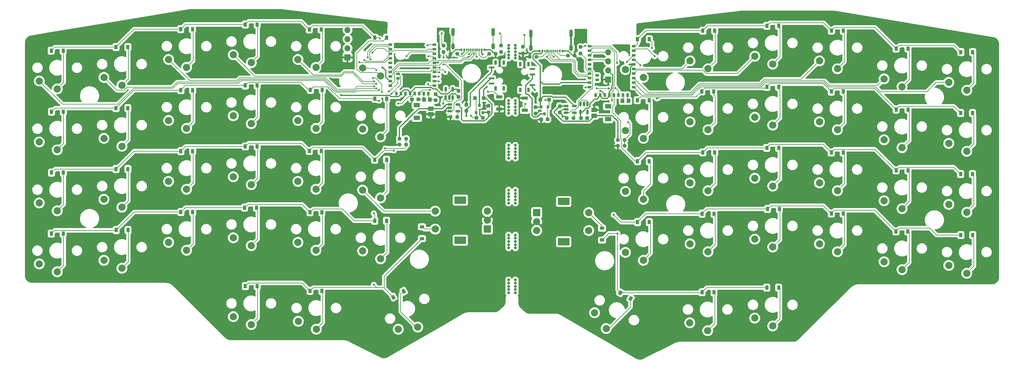
<source format=gbl>
G04 #@! TF.GenerationSoftware,KiCad,Pcbnew,(5.99.0-8557-g8988e46ab1)*
G04 #@! TF.CreationDate,2021-01-24T12:11:51-07:00*
G04 #@! TF.ProjectId,BlueSofPanel,426c7565-536f-4665-9061-6e656c2e6b69,rev?*
G04 #@! TF.SameCoordinates,PX85099e0PY51bada0*
G04 #@! TF.FileFunction,Copper,L2,Bot*
G04 #@! TF.FilePolarity,Positive*
%FSLAX46Y46*%
G04 Gerber Fmt 4.6, Leading zero omitted, Abs format (unit mm)*
G04 Created by KiCad (PCBNEW (5.99.0-8557-g8988e46ab1)) date 2021-01-24 12:11:51*
%MOMM*%
%LPD*%
G01*
G04 APERTURE LIST*
G04 Aperture macros list*
%AMRoundRect*
0 Rectangle with rounded corners*
0 $1 Rounding radius*
0 $2 $3 $4 $5 $6 $7 $8 $9 X,Y pos of 4 corners*
0 Add a 4 corners polygon primitive as box body*
4,1,4,$2,$3,$4,$5,$6,$7,$8,$9,$2,$3,0*
0 Add four circle primitives for the rounded corners*
1,1,$1+$1,$2,$3*
1,1,$1+$1,$4,$5*
1,1,$1+$1,$6,$7*
1,1,$1+$1,$8,$9*
0 Add four rect primitives between the rounded corners*
20,1,$1+$1,$2,$3,$4,$5,0*
20,1,$1+$1,$4,$5,$6,$7,0*
20,1,$1+$1,$6,$7,$8,$9,0*
20,1,$1+$1,$8,$9,$2,$3,0*%
%AMRotRect*
0 Rectangle, with rotation*
0 The origin of the aperture is its center*
0 $1 length*
0 $2 width*
0 $3 Rotation angle, in degrees counterclockwise*
0 Add horizontal line*
21,1,$1,$2,0,0,$3*%
G04 Aperture macros list end*
G04 #@! TA.AperFunction,WasherPad*
%ADD10C,0.800000*%
G04 #@! TD*
G04 #@! TA.AperFunction,ComponentPad*
%ADD11C,2.000000*%
G04 #@! TD*
G04 #@! TA.AperFunction,ComponentPad*
%ADD12R,2.000000X2.000000*%
G04 #@! TD*
G04 #@! TA.AperFunction,ComponentPad*
%ADD13R,3.200000X2.000000*%
G04 #@! TD*
G04 #@! TA.AperFunction,ComponentPad*
%ADD14R,1.700000X1.700000*%
G04 #@! TD*
G04 #@! TA.AperFunction,ComponentPad*
%ADD15O,1.700000X1.700000*%
G04 #@! TD*
G04 #@! TA.AperFunction,SMDPad,CuDef*
%ADD16RoundRect,0.237500X-0.250000X-0.237500X0.250000X-0.237500X0.250000X0.237500X-0.250000X0.237500X0*%
G04 #@! TD*
G04 #@! TA.AperFunction,SMDPad,CuDef*
%ADD17R,1.524000X0.600000*%
G04 #@! TD*
G04 #@! TA.AperFunction,SMDPad,CuDef*
%ADD18R,0.700000X1.200000*%
G04 #@! TD*
G04 #@! TA.AperFunction,SMDPad,CuDef*
%ADD19R,0.900000X1.200000*%
G04 #@! TD*
G04 #@! TA.AperFunction,SMDPad,CuDef*
%ADD20RoundRect,0.237500X-0.237500X0.250000X-0.237500X-0.250000X0.237500X-0.250000X0.237500X0.250000X0*%
G04 #@! TD*
G04 #@! TA.AperFunction,SMDPad,CuDef*
%ADD21RoundRect,0.237500X0.300000X0.237500X-0.300000X0.237500X-0.300000X-0.237500X0.300000X-0.237500X0*%
G04 #@! TD*
G04 #@! TA.AperFunction,SMDPad,CuDef*
%ADD22R,1.700000X0.900000*%
G04 #@! TD*
G04 #@! TA.AperFunction,SMDPad,CuDef*
%ADD23RoundRect,0.237500X-0.237500X0.300000X-0.237500X-0.300000X0.237500X-0.300000X0.237500X0.300000X0*%
G04 #@! TD*
G04 #@! TA.AperFunction,SMDPad,CuDef*
%ADD24R,1.050000X1.200000*%
G04 #@! TD*
G04 #@! TA.AperFunction,SMDPad,CuDef*
%ADD25R,0.800000X0.900000*%
G04 #@! TD*
G04 #@! TA.AperFunction,ComponentPad*
%ADD26R,1.550000X1.200000*%
G04 #@! TD*
G04 #@! TA.AperFunction,SMDPad,CuDef*
%ADD27R,1.800000X1.200000*%
G04 #@! TD*
G04 #@! TA.AperFunction,SMDPad,CuDef*
%ADD28RoundRect,0.237500X0.237500X-0.250000X0.237500X0.250000X-0.237500X0.250000X-0.237500X-0.250000X0*%
G04 #@! TD*
G04 #@! TA.AperFunction,SMDPad,CuDef*
%ADD29R,0.540000X0.800000*%
G04 #@! TD*
G04 #@! TA.AperFunction,SMDPad,CuDef*
%ADD30R,0.300000X0.800000*%
G04 #@! TD*
G04 #@! TA.AperFunction,ComponentPad*
%ADD31C,1.000000*%
G04 #@! TD*
G04 #@! TA.AperFunction,SMDPad,CuDef*
%ADD32RotRect,0.900000X1.200000X330.000000*%
G04 #@! TD*
G04 #@! TA.AperFunction,SMDPad,CuDef*
%ADD33R,1.000000X1.000000*%
G04 #@! TD*
G04 #@! TA.AperFunction,SMDPad,CuDef*
%ADD34RoundRect,0.237500X0.250000X0.237500X-0.250000X0.237500X-0.250000X-0.237500X0.250000X-0.237500X0*%
G04 #@! TD*
G04 #@! TA.AperFunction,SMDPad,CuDef*
%ADD35RoundRect,0.237500X-0.300000X-0.237500X0.300000X-0.237500X0.300000X0.237500X-0.300000X0.237500X0*%
G04 #@! TD*
G04 #@! TA.AperFunction,SMDPad,CuDef*
%ADD36RoundRect,0.150000X-0.512500X-0.150000X0.512500X-0.150000X0.512500X0.150000X-0.512500X0.150000X0*%
G04 #@! TD*
G04 #@! TA.AperFunction,SMDPad,CuDef*
%ADD37RotRect,0.900000X1.200000X30.000000*%
G04 #@! TD*
G04 #@! TA.AperFunction,SMDPad,CuDef*
%ADD38R,1.200000X0.900000*%
G04 #@! TD*
G04 #@! TA.AperFunction,SMDPad,CuDef*
%ADD39RoundRect,0.150000X-0.150000X0.512500X-0.150000X-0.512500X0.150000X-0.512500X0.150000X0.512500X0*%
G04 #@! TD*
G04 #@! TA.AperFunction,SMDPad,CuDef*
%ADD40RoundRect,0.237500X0.237500X-0.300000X0.237500X0.300000X-0.237500X0.300000X-0.237500X-0.300000X0*%
G04 #@! TD*
G04 #@! TA.AperFunction,SMDPad,CuDef*
%ADD41R,1.000000X0.650000*%
G04 #@! TD*
G04 #@! TA.AperFunction,SMDPad,CuDef*
%ADD42R,0.650000X1.000000*%
G04 #@! TD*
G04 #@! TA.AperFunction,ComponentPad*
%ADD43R,1.000000X0.650000*%
G04 #@! TD*
G04 #@! TA.AperFunction,SMDPad,CuDef*
%ADD44RoundRect,0.150000X0.150000X-0.512500X0.150000X0.512500X-0.150000X0.512500X-0.150000X-0.512500X0*%
G04 #@! TD*
G04 #@! TA.AperFunction,ViaPad*
%ADD45C,0.600000*%
G04 #@! TD*
G04 #@! TA.AperFunction,Conductor*
%ADD46C,0.200000*%
G04 #@! TD*
G04 #@! TA.AperFunction,Conductor*
%ADD47C,0.300000*%
G04 #@! TD*
G04 #@! TA.AperFunction,Conductor*
%ADD48C,0.500000*%
G04 #@! TD*
G04 APERTURE END LIST*
D10*
X45382230Y-27679851D03*
X45382230Y-31279851D03*
X47282230Y-31279851D03*
X45382230Y-28579851D03*
X45382230Y-29479851D03*
X45382230Y-30379851D03*
X47282230Y-28579851D03*
X47282230Y-29479851D03*
X47282230Y-30379851D03*
X47282230Y-27679851D03*
X45382230Y37720149D03*
X45382230Y34120149D03*
X47282230Y34120149D03*
X45382230Y36820149D03*
X45382230Y35920149D03*
X45382230Y35020149D03*
X47282230Y36820149D03*
X47282230Y35920149D03*
X47282230Y35020149D03*
X47282230Y37720149D03*
X45382230Y22320149D03*
X45382230Y18720149D03*
X47282230Y18720149D03*
X45382230Y21420149D03*
X45382230Y20520149D03*
X45382230Y19620149D03*
X47282230Y21420149D03*
X47282230Y20520149D03*
X47282230Y19620149D03*
X47282230Y22320149D03*
X45382230Y9820149D03*
X45382230Y6220149D03*
X47282230Y6220149D03*
X45382230Y8920149D03*
X45382230Y8020149D03*
X45382230Y7120149D03*
X47282230Y8920149D03*
X47282230Y8020149D03*
X47282230Y7120149D03*
X47282230Y9820149D03*
X45382230Y-2679851D03*
X45382230Y-6279851D03*
X47282230Y-6279851D03*
X45382230Y-3579851D03*
X45382230Y-4479851D03*
X45382230Y-5379851D03*
X47282230Y-3579851D03*
X47282230Y-4479851D03*
X47282230Y-5379851D03*
X47282230Y-2679851D03*
X45382230Y-15179851D03*
X45382230Y-18779851D03*
X47282230Y-18779851D03*
X45382230Y-16079851D03*
X45382230Y-16979851D03*
X45382230Y-17879851D03*
X47282230Y-16079851D03*
X47282230Y-16979851D03*
X47282230Y-17879851D03*
X47282230Y-15179851D03*
D11*
X-49232246Y16747236D03*
X-44232246Y14547236D03*
X113896706Y34647236D03*
X118896706Y32447236D03*
X167896706Y27347236D03*
X172896706Y25147236D03*
X131896706Y-652764D03*
X136896706Y-2852764D03*
X-67232246Y28747236D03*
X-62232246Y26547236D03*
X-85232246Y27747236D03*
X-80232246Y25547236D03*
D12*
X39467754Y-13552764D03*
D11*
X39467754Y-8552764D03*
X39467754Y-11052764D03*
D13*
X31967754Y-16652764D03*
X31967754Y-5452764D03*
D11*
X24967754Y-8552764D03*
X24967754Y-13552764D03*
X-31232246Y-15952764D03*
X-26232246Y-18152764D03*
X-67232246Y-5252764D03*
X-62232246Y-7452764D03*
X-31232246Y1047236D03*
X-26232246Y-1152764D03*
X77896706Y30947236D03*
X82896706Y28747236D03*
X4767754Y-19652764D03*
X9767754Y-21852764D03*
X95896706Y16347236D03*
X100896706Y14147236D03*
X-49232246Y-17252764D03*
X-44232246Y-19452764D03*
X14687627Y-41457058D03*
X20117754Y-40862314D03*
X-13232246Y33747236D03*
X-8232246Y31547236D03*
X113896706Y17647236D03*
X118896706Y15447236D03*
X149896706Y-22652764D03*
X154896706Y-24852764D03*
X95796706Y-39652764D03*
X100796706Y-41852764D03*
X-49232246Y33747236D03*
X-44232246Y31547236D03*
D14*
X567754Y34347236D03*
D15*
X567754Y36887236D03*
X567754Y39427236D03*
X567754Y41967236D03*
D11*
X149896706Y-5652764D03*
X154896706Y-7852764D03*
X113896706Y-16352764D03*
X118896706Y-18552764D03*
X-13232246Y-252764D03*
X-8232246Y-2452764D03*
X4767754Y-2652764D03*
X9767754Y-4852764D03*
X4767754Y31347236D03*
X9767754Y29147236D03*
X131896706Y33347236D03*
X136896706Y31147236D03*
X149896706Y11347236D03*
X154896706Y9147236D03*
D12*
X53196706Y-8952764D03*
D11*
X53196706Y-13952764D03*
X53196706Y-11452764D03*
D13*
X60696706Y-17052764D03*
X60696706Y-5852764D03*
D11*
X67696706Y-13952764D03*
X67696706Y-8952764D03*
X-31232246Y35047236D03*
X-26232246Y32847236D03*
X131896706Y-17652764D03*
X136896706Y-19852764D03*
X-67232246Y-22252764D03*
X-62232246Y-24452764D03*
X-13232246Y-17252764D03*
X-8232246Y-19452764D03*
X95896706Y-17652764D03*
X100896706Y-19852764D03*
X95896706Y-652764D03*
X100896706Y-2852764D03*
X-13132246Y-39252764D03*
X-8132246Y-41452764D03*
X-31232246Y18047236D03*
X-26232246Y15847236D03*
X167896706Y-23652764D03*
X172896706Y-25852764D03*
X-85232246Y-23252764D03*
X-80232246Y-25452764D03*
X69316579Y-36857058D03*
X72546706Y-41262314D03*
X-85232246Y-6252764D03*
X-80232246Y-8452764D03*
X77896706Y-3052764D03*
X82896706Y-5252764D03*
X95896706Y33347236D03*
X100896706Y31147236D03*
X131896706Y16347236D03*
X136896706Y14147236D03*
X4767754Y14347236D03*
X9767754Y12147236D03*
X-13232246Y16747236D03*
X-8232246Y14547236D03*
X167896706Y10347236D03*
X172896706Y8147236D03*
X-49232246Y-252764D03*
X-44232246Y-2452764D03*
X-85232246Y10747236D03*
X-80232246Y8547236D03*
X149896706Y28347236D03*
X154896706Y26147236D03*
X-67232246Y11747236D03*
X-62232246Y9547236D03*
X167896706Y-6652764D03*
X172896706Y-8852764D03*
X77896706Y-20052764D03*
X82896706Y-22252764D03*
X113896706Y647236D03*
X118896706Y-1552764D03*
X-31232246Y-37952764D03*
X-26232246Y-40152764D03*
X113896706Y-38352764D03*
X118896706Y-40552764D03*
X77896706Y13947236D03*
X82896706Y11747236D03*
D16*
X15030254Y11647236D03*
X16855254Y11647236D03*
D17*
X40642754Y31497236D03*
X40642754Y28497236D03*
X40642754Y26997236D03*
D18*
X44042754Y25647236D03*
X41742754Y25647236D03*
X41742754Y32847236D03*
X44042754Y32847236D03*
D19*
X-45832246Y8197236D03*
X-42532246Y8197236D03*
X171196706Y1797236D03*
X174496706Y1797236D03*
D20*
X65421706Y37259736D03*
X65421706Y35434736D03*
D19*
X-45882246Y42197236D03*
X-42582246Y42197236D03*
X-9782246Y25247236D03*
X-6482246Y25247236D03*
D21*
X56221706Y17047236D03*
X54496706Y17047236D03*
D19*
X-9882246Y-8852764D03*
X-6582246Y-8852764D03*
X153246706Y2797236D03*
X156546706Y2797236D03*
D22*
X49921706Y19547236D03*
X49921706Y22947236D03*
D19*
X8117754Y39797236D03*
X11417754Y39797236D03*
D23*
X59621706Y20709736D03*
X59621706Y18984736D03*
D24*
X21842754Y22547236D03*
X23492754Y22547236D03*
D19*
X8117754Y-11202764D03*
X11417754Y-11202764D03*
X-27882246Y9497236D03*
X-24582246Y9497236D03*
D25*
X38217754Y18947236D03*
X36317754Y18947236D03*
X37267754Y20947236D03*
D26*
X69221706Y19697236D03*
X69221706Y18097236D03*
D27*
X73096706Y20697236D03*
X73096706Y17097236D03*
D19*
X-27882246Y43497236D03*
X-24582246Y43497236D03*
X-63882246Y37197236D03*
X-60582246Y37197236D03*
D26*
X23717754Y18447236D03*
X23717754Y20047236D03*
D27*
X19842754Y17447236D03*
X19842754Y21047236D03*
D19*
X117246706Y9097236D03*
X120546706Y9097236D03*
D20*
X52821706Y20459736D03*
X52821706Y18634736D03*
D17*
X52021706Y26597236D03*
X52021706Y29597236D03*
X52021706Y31097236D03*
D18*
X50921706Y32447236D03*
X48621706Y32447236D03*
X50921706Y25247236D03*
X48621706Y25247236D03*
D20*
X49396706Y37259736D03*
X49396706Y35434736D03*
D19*
X-81832246Y19197236D03*
X-78532246Y19197236D03*
D28*
X39842754Y19034736D03*
X39842754Y20859736D03*
D29*
X38667754Y36472236D03*
X32267754Y36472236D03*
X37867754Y36472236D03*
X33067754Y36472236D03*
D30*
X34217754Y36472236D03*
X35217754Y36472236D03*
X35717754Y36472236D03*
X36717754Y36472236D03*
X37217754Y36472236D03*
X36217754Y36472236D03*
X34717754Y36472236D03*
X33709754Y36472236D03*
D31*
X29892754Y41986336D03*
X41043054Y41071936D03*
X29892454Y41402136D03*
X41042754Y37753236D03*
X29892454Y37236536D03*
X41043054Y37236536D03*
X41042754Y37490536D03*
X29892154Y37490536D03*
X29892154Y37753236D03*
X41043354Y41999036D03*
X41043054Y41719636D03*
X41043054Y40779836D03*
X29892454Y40767136D03*
X29892454Y41706936D03*
X41042754Y36991236D03*
X41043054Y41414836D03*
X29892454Y41059236D03*
X29892154Y36991236D03*
D19*
X8117754Y5797236D03*
X11417754Y5797236D03*
D32*
X76495521Y-31277764D03*
X79353405Y-32927764D03*
D19*
X-28082246Y-7552764D03*
X-24782246Y-7552764D03*
X99246706Y-9252764D03*
X102546706Y-9252764D03*
X-10082246Y42147236D03*
X-6782246Y42147236D03*
X171246706Y-15202764D03*
X174546706Y-15202764D03*
X-10082246Y8247236D03*
X-6782246Y8247236D03*
X135196706Y24797236D03*
X138496706Y24797236D03*
X-63882246Y3197236D03*
X-60582246Y3197236D03*
D33*
X35992754Y22947236D03*
X38492754Y22947236D03*
D34*
X53071706Y34447236D03*
X51246706Y34447236D03*
D19*
X117246706Y-29852764D03*
X120546706Y-29852764D03*
D20*
X27242754Y37659736D03*
X27242754Y35834736D03*
D33*
X56671706Y22547236D03*
X54171706Y22547236D03*
D35*
X65559206Y17347236D03*
X67284206Y17347236D03*
D19*
X153246706Y36797236D03*
X156546706Y36797236D03*
X-45832246Y-8802764D03*
X-42532246Y-8802764D03*
X153196706Y-14202764D03*
X156496706Y-14202764D03*
X171196706Y18797236D03*
X174496706Y18797236D03*
D36*
X61384206Y18897236D03*
X61384206Y19847236D03*
X61384206Y20797236D03*
X63659206Y20797236D03*
X63659206Y18897236D03*
D19*
X117246706Y26097236D03*
X120546706Y26097236D03*
D37*
X13311055Y-32527764D03*
X16168939Y-30877764D03*
D24*
X77082661Y22184736D03*
X78732661Y22184736D03*
D19*
X-63832246Y-13802764D03*
X-60532246Y-13802764D03*
D34*
X31067754Y35347236D03*
X29242754Y35347236D03*
D35*
X18505254Y22647236D03*
X20230254Y22647236D03*
D19*
X-45832246Y25197236D03*
X-42532246Y25197236D03*
X135196706Y-9202764D03*
X138496706Y-9202764D03*
D23*
X31467754Y25009736D03*
X31467754Y23284736D03*
D34*
X63434206Y17347236D03*
X61609206Y17347236D03*
D19*
X-27882246Y-29452764D03*
X-24582246Y-29452764D03*
D38*
X21267754Y-16202763D03*
X21267754Y-12902763D03*
D19*
X99446706Y41747236D03*
X102746706Y41747236D03*
D39*
X65421706Y21384736D03*
X66371706Y21384736D03*
X67321706Y21384736D03*
X67321706Y19109736D03*
X65421706Y19109736D03*
D19*
X117246706Y43097236D03*
X120546706Y43097236D03*
X135246706Y41797236D03*
X138546706Y41797236D03*
X81246706Y39397236D03*
X84546706Y39397236D03*
D40*
X33667754Y19384736D03*
X33667754Y21109736D03*
D19*
X-81832246Y2197236D03*
X-78532246Y2197236D03*
X99446706Y7847236D03*
X102746706Y7847236D03*
X117446706Y-7952764D03*
X120746706Y-7952764D03*
D41*
X24725799Y37877236D03*
X24725799Y36607236D03*
X24725799Y35337236D03*
X24725799Y34067236D03*
X24725799Y32797236D03*
X24725799Y31527236D03*
X24725799Y30257236D03*
X24725799Y28987236D03*
X24725799Y27717236D03*
X24725799Y26447236D03*
D42*
X23076799Y24228236D03*
X21806799Y24228236D03*
X20536799Y24228236D03*
X19266799Y24228236D03*
X17996799Y24228236D03*
X16726799Y24228236D03*
X15456799Y24228236D03*
X14186799Y24228236D03*
D41*
X12487799Y26447236D03*
X12487799Y27717236D03*
D43*
X14565799Y28479236D03*
D41*
X12487799Y28987236D03*
D43*
X14565799Y29749236D03*
D41*
X12487799Y30257236D03*
X12487799Y31527236D03*
X12487799Y32797236D03*
X12487799Y34067236D03*
X12487799Y35337236D03*
X12487799Y36607236D03*
X12487799Y37877236D03*
D22*
X42742754Y23347236D03*
X42742754Y19947236D03*
D16*
X75809206Y11247236D03*
X77634206Y11247236D03*
D19*
X171246706Y35797236D03*
X174546706Y35797236D03*
D29*
X53996706Y36072236D03*
X60396706Y36072236D03*
X59596706Y36072236D03*
X54796706Y36072236D03*
D30*
X55946706Y36072236D03*
X56946706Y36072236D03*
X57446706Y36072236D03*
X58446706Y36072236D03*
X58946706Y36072236D03*
X57946706Y36072236D03*
X56446706Y36072236D03*
X55438706Y36072236D03*
D31*
X51621106Y36591236D03*
X51621406Y40659236D03*
X62771706Y37353236D03*
X62772006Y36836536D03*
X51621406Y41002136D03*
X51621706Y41586336D03*
X62772006Y40671936D03*
X51621406Y36836536D03*
X62772006Y40379836D03*
X62772006Y41319636D03*
X51621106Y37353236D03*
X51621406Y41306936D03*
X51621106Y37090536D03*
X62771706Y37090536D03*
X62772306Y41599036D03*
X62771706Y36591236D03*
X62772006Y41014836D03*
X51621406Y40367136D03*
D36*
X29005254Y19297236D03*
X29005254Y20247236D03*
X29005254Y21197236D03*
X31280254Y21197236D03*
X31280254Y19297236D03*
D25*
X54446706Y20547236D03*
X56346706Y20547236D03*
X55396706Y18547236D03*
D19*
X8167754Y22797236D03*
X11467754Y22797236D03*
X135196706Y7797236D03*
X138496706Y7797236D03*
D34*
X16855254Y10047236D03*
X15030254Y10047236D03*
D38*
X71396706Y-16602763D03*
X71396706Y-13302763D03*
D19*
X81196706Y22397236D03*
X84496706Y22397236D03*
X99246706Y-31152764D03*
X102546706Y-31152764D03*
X81246706Y-11602764D03*
X84546706Y-11602764D03*
D14*
X73121706Y28147236D03*
D15*
X73121706Y30687236D03*
X73121706Y33227236D03*
X73121706Y35767236D03*
D16*
X39955254Y35347236D03*
X41780254Y35347236D03*
D19*
X153246706Y19797236D03*
X156546706Y19797236D03*
D44*
X29817754Y23147236D03*
X28867754Y23147236D03*
X27917754Y23147236D03*
X27917754Y25422236D03*
X29817754Y25422236D03*
D20*
X43267754Y37659736D03*
X43267754Y35834736D03*
D19*
X-81882246Y36197236D03*
X-78582246Y36197236D03*
D16*
X61909206Y34797236D03*
X63734206Y34797236D03*
D19*
X81246706Y5397236D03*
X84546706Y5397236D03*
D34*
X31055254Y17747236D03*
X29230254Y17747236D03*
D35*
X36442754Y17447236D03*
X38167754Y17447236D03*
D23*
X25105254Y24109736D03*
X25105254Y22384736D03*
D19*
X-9882246Y-30752764D03*
X-6582246Y-30752764D03*
D34*
X77634206Y9647236D03*
X75809206Y9647236D03*
D19*
X-63882246Y20197236D03*
X-60582246Y20197236D03*
X99146706Y24847236D03*
X102446706Y24847236D03*
X-81882246Y-14802764D03*
X-78582246Y-14802764D03*
D41*
X80176661Y37477236D03*
X80176661Y36207236D03*
X80176661Y34937236D03*
X80176661Y33667236D03*
X80176661Y32397236D03*
X80176661Y31127236D03*
X80176661Y29857236D03*
X80176661Y28587236D03*
X80176661Y27317236D03*
X80176661Y26047236D03*
D42*
X78527661Y23828236D03*
X77257661Y23828236D03*
X75987661Y23828236D03*
X74717661Y23828236D03*
X73447661Y23828236D03*
X72177661Y23828236D03*
X70907661Y23828236D03*
X69637661Y23828236D03*
D41*
X67938661Y26047236D03*
X67938661Y27317236D03*
D43*
X70016661Y28079236D03*
D41*
X67938661Y28587236D03*
D43*
X70016661Y29349236D03*
D41*
X67938661Y29857236D03*
X67938661Y31127236D03*
X67938661Y32397236D03*
X67938661Y33667236D03*
X67938661Y34937236D03*
X67938661Y36207236D03*
X67938661Y37477236D03*
D19*
X-27882246Y26497236D03*
X-24582246Y26497236D03*
D45*
X6167754Y34347236D03*
X75721706Y-14752764D03*
X75521716Y32788237D03*
X7867754Y-29052764D03*
X22767754Y37747236D03*
X9567754Y39547236D03*
X86621706Y22847236D03*
X7467754Y35647236D03*
X86021706Y34647236D03*
X9367754Y22247236D03*
X14667754Y21447236D03*
X13467754Y8347236D03*
X6967754Y33847236D03*
X7867754Y-9152764D03*
X74220978Y22421508D03*
X74621706Y-9552764D03*
X77421706Y27847236D03*
X40167754Y33447236D03*
X20167754Y28647236D03*
X-72532246Y31247236D03*
X153896706Y22297236D03*
X15767754Y22847236D03*
X108421706Y-36152764D03*
X63421706Y28847236D03*
X52296706Y32497236D03*
X57896706Y17047236D03*
X20167754Y31247236D03*
X-54232246Y32447236D03*
X32767754Y-28552764D03*
X77421706Y-10152764D03*
X28567754Y41047236D03*
X-232246Y3447236D03*
X180421706Y13847236D03*
X91421706Y38847236D03*
X127421706Y20847236D03*
X37767754Y-22552764D03*
X33567754Y23047236D03*
X77421706Y-14152764D03*
X50421706Y-6152764D03*
X-232246Y-13552764D03*
X63421706Y23847236D03*
X-18232246Y-32552764D03*
X-18232246Y38447236D03*
X-4232246Y28447236D03*
X144421706Y-14152764D03*
X157396706Y22297236D03*
X86421706Y17847236D03*
X-36232246Y37447236D03*
X-36232246Y3447236D03*
X55896706Y32797236D03*
X6167754Y37247236D03*
X66421706Y-33152764D03*
X88421706Y27847236D03*
X126421706Y-34152764D03*
X91421706Y-16152764D03*
X84421706Y-39152764D03*
X-36232246Y20447236D03*
X71196706Y-5602764D03*
X162421706Y-19152764D03*
X144421706Y2847236D03*
X108421706Y2847236D03*
X104421706Y38847236D03*
X-18232246Y-12552764D03*
X31767754Y31047236D03*
X78996706Y18897236D03*
X180421706Y-20152764D03*
X126421706Y-13152764D03*
X-232246Y-35552764D03*
X-54232246Y-18552764D03*
X70396706Y34797236D03*
X25767754Y32847236D03*
X53421706Y-30152764D03*
X26567754Y23247236D03*
X-18232246Y21447236D03*
X84421706Y26847236D03*
X127421706Y38847236D03*
X80421706Y24847236D03*
X64646706Y33547236D03*
X-72232246Y14447236D03*
X52646706Y23797236D03*
X17567754Y20847236D03*
X-54232246Y15447236D03*
X-54232246Y-1552764D03*
X162421706Y14847236D03*
X33567754Y25047236D03*
X58646706Y22297236D03*
X67146706Y17297236D03*
X115421706Y38847236D03*
X49421706Y16847236D03*
X26367754Y17647236D03*
X-72232246Y-2552764D03*
X20167754Y37247236D03*
X31467754Y23284736D03*
X20167754Y33647236D03*
X54146706Y19547236D03*
X17767754Y-15552764D03*
X42167754Y17847236D03*
X56421706Y-8152764D03*
X108421706Y-14152764D03*
X108421706Y19847236D03*
X60421706Y17847236D03*
X-36232246Y-13552764D03*
X163421706Y-2152764D03*
X-232246Y20447236D03*
X70896706Y25047236D03*
X65421706Y40847236D03*
X126421706Y3847236D03*
X77396706Y37047236D03*
X180421706Y-3152764D03*
X66396706Y21297236D03*
X28367754Y27647236D03*
X15767754Y3447236D03*
X90421706Y847236D03*
X145421706Y19847236D03*
X28767754Y34047236D03*
X33767754Y-11552764D03*
X176421706Y30847236D03*
X163421706Y31847236D03*
X-18232246Y4447236D03*
X24767754Y-32552764D03*
X59421706Y-21152764D03*
X-5232246Y37447236D03*
X-72232246Y-19552764D03*
X141421706Y38847236D03*
X77421706Y2847236D03*
X127421706Y24847236D03*
X22967754Y26847236D03*
X9367754Y25247236D03*
X25967754Y27647236D03*
X8567754Y25647236D03*
X7967754Y26247236D03*
X25967754Y28947236D03*
X26067754Y30147236D03*
X8567754Y26947236D03*
X26167754Y31447236D03*
X7967754Y27647236D03*
X82021706Y32147236D03*
X23067754Y34647236D03*
X8567754Y30747236D03*
X-1232246Y23847236D03*
X33667754Y17947236D03*
X52721706Y25247236D03*
X27567754Y20647236D03*
X65421706Y21384736D03*
X34867754Y18047236D03*
X55621706Y22447236D03*
X27167754Y21447236D03*
X32367754Y35247236D03*
X10267754Y31547236D03*
X39267754Y26147236D03*
X38167754Y35147236D03*
X59621706Y36047236D03*
X54821706Y36047236D03*
X66721706Y37547236D03*
X26767754Y41047236D03*
X42967754Y41047236D03*
X49821706Y40547236D03*
X35717754Y35297236D03*
X34367754Y35247236D03*
X34267754Y34447236D03*
X36517754Y34497236D03*
X5267754Y33547236D03*
X27267754Y32347236D03*
X27267754Y34347236D03*
X78321706Y33047236D03*
X10067754Y24647236D03*
X78696706Y16297236D03*
X7667754Y28547236D03*
X16967754Y34647236D03*
X11043726Y8947247D03*
X12067754Y24847236D03*
X12817754Y24197236D03*
X27767754Y30247236D03*
X39667754Y24747236D03*
X66846282Y25947226D03*
X50021706Y21347236D03*
X77146706Y22120691D03*
X78796706Y22197236D03*
X3867754Y32947236D03*
X73261723Y25677217D03*
X75146684Y25777692D03*
X23567754Y25247236D03*
X69921706Y25647236D03*
X85321706Y36947236D03*
X57896706Y34497236D03*
X56096706Y34497236D03*
D46*
X10751904Y-29968614D02*
X10636044Y-29852753D01*
X-27882246Y-29452764D02*
X-26982235Y-28552753D01*
X73691706Y37477236D02*
X75521716Y35647226D01*
X76495521Y-31277764D02*
X75721706Y-30503949D01*
X73246705Y-14752764D02*
X71396706Y-16602763D01*
X6167754Y34347236D02*
X6167754Y35947236D01*
X8667743Y-29852753D02*
X8867743Y-29852753D01*
X75521716Y35647226D02*
X75521716Y32788237D01*
X-12082257Y-28552753D02*
X-9882246Y-30752764D01*
X7867754Y-29052764D02*
X8667743Y-29852753D01*
X75721706Y-14752764D02*
X73246705Y-14752764D01*
X21267754Y-16202763D02*
X10751904Y-26718613D01*
X13311055Y-32527764D02*
X10751904Y-29968614D01*
X99246706Y-31152764D02*
X100546706Y-29852764D01*
X67938661Y37477236D02*
X73691706Y37477236D01*
X8097754Y37877236D02*
X12487799Y37877236D01*
X10751904Y-26718613D02*
X10751904Y-29968614D01*
X10636044Y-29852753D02*
X8867743Y-29852753D01*
X100546706Y-29852764D02*
X117246706Y-29852764D01*
X76495521Y-31277764D02*
X99121706Y-31277764D01*
X75721706Y-30503949D02*
X75721706Y-14752764D01*
X8867743Y-29852753D02*
X-8982235Y-29852753D01*
X-26982235Y-28552753D02*
X-12082257Y-28552753D01*
X-8982235Y-29852753D02*
X-9882246Y-30752764D01*
X6167754Y35947236D02*
X8097754Y37877236D01*
X99446706Y41747236D02*
X83596706Y41747236D01*
X153246706Y36797236D02*
X147346705Y42697237D01*
X154146707Y37697237D02*
X169346705Y37697237D01*
X-44582246Y43497236D02*
X-27882246Y43497236D01*
X-10082246Y42147236D02*
X-9082246Y43147236D01*
X4767754Y43147236D02*
X8117754Y39797236D01*
X80176661Y37477236D02*
X80679099Y37477236D01*
X-12332257Y44397247D02*
X-10082246Y42147236D01*
X80679099Y37477236D02*
X81246706Y38044843D01*
X-27882246Y43497236D02*
X-26982235Y44397247D01*
X9567754Y39547236D02*
X9317754Y39797236D01*
X118146707Y43997237D02*
X117246706Y43097236D01*
X81246706Y38044843D02*
X81246706Y39397236D01*
X147346705Y42697237D02*
X136146707Y42697237D01*
X100796706Y43097236D02*
X99446706Y41747236D01*
X117246706Y43097236D02*
X100796706Y43097236D01*
X-26982235Y44397247D02*
X-12332257Y44397247D01*
X-58882246Y42197236D02*
X-45882246Y42197236D01*
X24725799Y37877236D02*
X22897754Y37877236D01*
X-63882246Y37197236D02*
X-58882246Y42197236D01*
X133046705Y43997237D02*
X118146707Y43997237D01*
X-45882246Y42197236D02*
X-44582246Y43497236D01*
X135246706Y41797236D02*
X133046705Y43997237D01*
X153246706Y36797236D02*
X154146707Y37697237D01*
X9317754Y39797236D02*
X8117754Y39797236D01*
X-9082246Y43147236D02*
X4767754Y43147236D01*
X-81882246Y36197236D02*
X-80882246Y37197236D01*
X-80882246Y37197236D02*
X-63882246Y37197236D01*
X83596706Y41747236D02*
X81246706Y39397236D01*
X136146707Y42697237D02*
X135246706Y41797236D01*
X22897754Y37877236D02*
X22767754Y37747236D01*
X171246706Y35797236D02*
X169346705Y37697237D01*
X102446706Y24022236D02*
X102446706Y24847236D01*
X102896707Y23572235D02*
X102446706Y24022236D01*
X102896707Y16147237D02*
X102896707Y23572235D01*
X100896706Y14147236D02*
X102896707Y16147237D01*
X-8232246Y14547236D02*
X-6432225Y16347257D01*
X-6432225Y25197215D02*
X-6482246Y25247236D01*
X-6432225Y16347257D02*
X-6432225Y25197215D01*
X86621706Y22847236D02*
X86571707Y22897235D01*
X82096707Y23297237D02*
X87571705Y23297237D01*
X8167754Y22797236D02*
X-1582246Y22797236D01*
X-26982235Y27397247D02*
X-12482257Y27397247D01*
X99146706Y24847236D02*
X100046707Y25747237D01*
X10631786Y36847236D02*
X8667754Y36847236D01*
X24725799Y36607236D02*
X23027754Y36607236D01*
X-81832246Y19197236D02*
X-80832246Y20197236D01*
X136096707Y25697237D02*
X147346705Y25697237D01*
X80616662Y36647237D02*
X84021705Y36647237D01*
X13492819Y36247236D02*
X13227808Y35982225D01*
X84021705Y36647237D02*
X86021706Y34647236D01*
X8717754Y22247236D02*
X8167754Y22797236D01*
X22667754Y36247236D02*
X13492819Y36247236D01*
X154146707Y20697237D02*
X169296705Y20697237D01*
X132996705Y26997237D02*
X135196706Y24797236D01*
X153246706Y19797236D02*
X154146707Y20697237D01*
X-4932246Y26147236D02*
X-8882246Y26147236D01*
X8667754Y36847236D02*
X7467754Y35647236D01*
X-27882246Y26497236D02*
X-26982235Y27397247D01*
X87571705Y23297237D02*
X97596707Y23297237D01*
X97596707Y23297237D02*
X99146706Y24847236D01*
X-45832246Y25197236D02*
X-44532246Y26497236D01*
X-10332246Y25247236D02*
X-9782246Y25247236D01*
X87121704Y22847236D02*
X87571705Y23297237D01*
X-44532246Y26497236D02*
X-27882246Y26497236D01*
X-12482257Y27397247D02*
X-10332246Y25247236D01*
X13227808Y35982225D02*
X11496797Y35982225D01*
X135196706Y24797236D02*
X136096707Y25697237D01*
X81196706Y22397236D02*
X82096707Y23297237D01*
X169296705Y20697237D02*
X171196706Y18797236D01*
X100046707Y25747237D02*
X116896707Y25747237D01*
X-1582246Y22797236D02*
X-4932246Y26147236D01*
X-58882246Y25197236D02*
X-45832246Y25197236D01*
X86621706Y22847236D02*
X87121704Y22847236D01*
X23027754Y36607236D02*
X22667754Y36247236D01*
X-63882246Y20197236D02*
X-58882246Y25197236D01*
X-8882246Y26147236D02*
X-9082246Y25947236D01*
X147346705Y25697237D02*
X153246706Y19797236D01*
X118146707Y26997237D02*
X132996705Y26997237D01*
X118146707Y26997237D02*
X117246706Y26097236D01*
X-80832246Y20197236D02*
X-63882246Y20197236D01*
X9367754Y22247236D02*
X8717754Y22247236D01*
X80176661Y36207236D02*
X80616662Y36647237D01*
X-8882246Y26147236D02*
X-9782246Y25247236D01*
X11496797Y35982225D02*
X10631786Y36847236D01*
X136896706Y-2852764D02*
X138896707Y-852763D01*
X138896707Y-852763D02*
X138896707Y7397235D01*
X-44232246Y-2452764D02*
X-42432225Y-652743D01*
X-42432225Y-652743D02*
X-42432225Y8097215D01*
X-42432225Y8097215D02*
X-42532246Y8197236D01*
X138896707Y7397235D02*
X138496706Y7797236D01*
X80636552Y5397236D02*
X81246706Y5397236D01*
X-26982235Y10397247D02*
X-27882246Y9497236D01*
X76596705Y11707393D02*
X76846696Y11457402D01*
X-45832246Y8197236D02*
X-58882246Y8197236D01*
X-80832246Y3197236D02*
X-81832246Y2197236D01*
X4767743Y9147247D02*
X-9182235Y9147247D01*
X8117754Y5797236D02*
X4767743Y9147247D01*
X15567754Y21447236D02*
X14667754Y21447236D01*
X81246706Y5397236D02*
X83696706Y7847236D01*
X10667754Y8347236D02*
X8117754Y5797236D01*
X147346705Y8697237D02*
X153246706Y2797236D01*
X132996705Y9997237D02*
X135196706Y7797236D01*
X74321706Y18872234D02*
X76596705Y16597235D01*
X118146707Y9997237D02*
X132996705Y9997237D01*
X-44532246Y9497236D02*
X-45832246Y8197236D01*
X76846696Y9187092D02*
X80636552Y5397236D01*
X117246706Y9097236D02*
X118146707Y9997237D01*
X169296705Y3697237D02*
X171196706Y1797236D01*
X-27882246Y9497236D02*
X-44532246Y9497236D01*
X19266799Y24228236D02*
X18460819Y23422256D01*
X153246706Y2797236D02*
X154146707Y3697237D01*
X17542774Y23422256D02*
X15567754Y21447236D01*
X154146707Y3697237D02*
X169296705Y3697237D01*
X-9182235Y9147247D02*
X-10082246Y8247236D01*
X-12232257Y10397247D02*
X-26982235Y10397247D01*
X135196706Y7797236D02*
X136096707Y8697237D01*
X76596705Y16597235D02*
X76596705Y11707393D01*
X100696706Y9097236D02*
X117246706Y9097236D01*
X99446706Y7847236D02*
X100696706Y9097236D01*
X74321706Y20644892D02*
X74321706Y18872234D01*
X74820979Y21144165D02*
X74321706Y20644892D01*
X-58882246Y8197236D02*
X-63882246Y3197236D01*
X13467754Y8347236D02*
X10667754Y8347236D01*
X74820979Y23724918D02*
X74820979Y21144165D01*
X83696706Y7847236D02*
X99446706Y7847236D01*
X-63882246Y3197236D02*
X-80832246Y3197236D01*
X-10082246Y8247236D02*
X-12232257Y10397247D01*
X74717661Y23828236D02*
X74820979Y23724918D01*
X136096707Y8697237D02*
X147346705Y8697237D01*
X18460819Y23422256D02*
X17542774Y23422256D01*
X76846696Y11457402D02*
X76846696Y9187092D01*
X-78432225Y35447215D02*
X-78582246Y35597236D01*
X174896707Y35447235D02*
X174896707Y27147237D01*
X-78582246Y35597236D02*
X-78582246Y36197236D01*
X-80232246Y25547236D02*
X-78432225Y27347257D01*
X174896707Y27147237D02*
X172896706Y25147236D01*
X-78432225Y27347257D02*
X-78432225Y35447215D01*
X-63832246Y-13802764D02*
X-58832246Y-8802764D01*
X-12082257Y-6652753D02*
X-9882246Y-8852764D01*
X74072662Y24568237D02*
X74072662Y22569824D01*
X-44582246Y-7552764D02*
X-28082246Y-7552764D01*
X2362722Y-11202764D02*
X8117754Y-11202764D01*
X7867754Y-9152764D02*
X8117754Y-9402764D01*
X6767765Y34059230D02*
X6767765Y34635242D01*
X-8982235Y-7952753D02*
X-887289Y-7952753D01*
X73673707Y36917237D02*
X74834178Y35756766D01*
X-80982235Y-13902753D02*
X-63932235Y-13902753D01*
X117446706Y-7952764D02*
X118346707Y-7052763D01*
X100546706Y-7952764D02*
X117446706Y-7952764D01*
X147296705Y-8302763D02*
X153196706Y-14202764D01*
X6667754Y34735253D02*
X6667754Y35747236D01*
X83596706Y-9252764D02*
X99246706Y-9252764D01*
X153196706Y-14202764D02*
X154096707Y-13302763D01*
X136096707Y-8302763D02*
X147296705Y-8302763D01*
X154096707Y-13302763D02*
X162595703Y-13302763D01*
X74834178Y35756766D02*
X74834178Y26353188D01*
X164495704Y-15202764D02*
X171246706Y-15202764D01*
X11647799Y37447236D02*
X12487799Y36607236D01*
X76671706Y-11602764D02*
X74621706Y-9552764D01*
X-63932235Y-13902753D02*
X-63832246Y-13802764D01*
X-28082246Y-7552764D02*
X-27182235Y-6652753D01*
X-887289Y-7952753D02*
X2362722Y-11202764D01*
X67938661Y36207236D02*
X68648662Y36917237D01*
X6767765Y34635242D02*
X6667754Y34735253D01*
X74834178Y26353188D02*
X74546683Y26065693D01*
X-81882246Y-14802764D02*
X-80982235Y-13902753D01*
X8367754Y37447236D02*
X11647799Y37447236D01*
X-9882246Y-8852764D02*
X-8982235Y-7952753D01*
X81246706Y-11602764D02*
X76671706Y-11602764D01*
X68648662Y36917237D02*
X73673707Y36917237D01*
X81246706Y-11602764D02*
X83596706Y-9252764D01*
X-45832246Y-8802764D02*
X-44582246Y-7552764D01*
X-58832246Y-8802764D02*
X-45832246Y-8802764D01*
X162595703Y-13302763D02*
X164495704Y-15202764D01*
X118346707Y-7052763D02*
X133046705Y-7052763D01*
X135196706Y-9202764D02*
X136096707Y-8302763D01*
X74546683Y25042258D02*
X74072662Y24568237D01*
X74546683Y26065693D02*
X74546683Y25042258D01*
X-27182235Y-6652753D02*
X-12082257Y-6652753D01*
X74072662Y22569824D02*
X74220978Y22421508D01*
X8117754Y-9402764D02*
X8117754Y-11202764D01*
X99246706Y-9252764D02*
X100546706Y-7952764D01*
X6967754Y33847236D02*
X6761762Y34053227D01*
X6761762Y34053227D02*
X6767765Y34059230D01*
X133046705Y-7052763D02*
X135196706Y-9202764D01*
X6667754Y35747236D02*
X8367754Y37447236D01*
X11567775Y13947257D02*
X9767754Y12147236D01*
X11567775Y22697215D02*
X11567775Y13947257D01*
X84496706Y22397236D02*
X84896707Y21997235D01*
X11467754Y22797236D02*
X11567775Y22697215D01*
X84896707Y21997235D02*
X84896707Y13747237D01*
X84896707Y13747237D02*
X82896706Y11747236D01*
X-60432225Y3047215D02*
X-60582246Y3197236D01*
X156896707Y-5852763D02*
X156896707Y2447235D01*
X154896706Y-7852764D02*
X156896707Y-5852763D01*
X-62232246Y-7452764D02*
X-60432225Y-5652743D01*
X-60432225Y-5652743D02*
X-60432225Y3047215D01*
X120896707Y17447237D02*
X120896707Y25072235D01*
X-26232246Y15847236D02*
X-24432225Y17647257D01*
X-24432225Y26347215D02*
X-24582246Y26497236D01*
X-24432225Y17647257D02*
X-24432225Y26347215D01*
X120896707Y25072235D02*
X120546706Y25422236D01*
X120546706Y25422236D02*
X120546706Y26097236D01*
X118896706Y15447236D02*
X120896707Y17447237D01*
X-42432225Y16347257D02*
X-42432225Y25097215D01*
X138896707Y23772235D02*
X138496706Y24172236D01*
X-44232246Y14547236D02*
X-42432225Y16347257D01*
X138896707Y16147237D02*
X138896707Y23772235D01*
X-42432225Y25097215D02*
X-42532246Y25197236D01*
X138496706Y24172236D02*
X138496706Y24797236D01*
X136896706Y14147236D02*
X138896707Y16147237D01*
X-60432225Y20047215D02*
X-60582246Y20197236D01*
X-60432225Y11347257D02*
X-60432225Y20047215D01*
X154896706Y9147236D02*
X156896707Y11147237D01*
X-62232246Y9547236D02*
X-60432225Y11347257D01*
X156896707Y11147237D02*
X156896707Y19447235D01*
X-78532246Y19197236D02*
X-78432225Y19097215D01*
X-78432225Y19097215D02*
X-78432225Y10347257D01*
X174496706Y18797236D02*
X174896707Y18397235D01*
X174896707Y10147237D02*
X172896706Y8147236D01*
X-78432225Y10347257D02*
X-80232246Y8547236D01*
X174896707Y18397235D02*
X174896707Y10147237D01*
X11417754Y5797236D02*
X11567775Y5647215D01*
X84896707Y-1002761D02*
X84896707Y5047235D01*
X82896706Y-5252764D02*
X82896706Y-3002762D01*
X11567775Y5647215D02*
X11567775Y-3052743D01*
X82896706Y-3002762D02*
X84896707Y-1002761D01*
X11567775Y-3052743D02*
X9767754Y-4852764D01*
X-8232246Y-2452764D02*
X-6432225Y-652743D01*
X100896706Y-2852764D02*
X102896707Y-852763D01*
X-6432225Y7897215D02*
X-6782246Y8247236D01*
X102896707Y-852763D02*
X102896707Y7697235D01*
X-6432225Y-652743D02*
X-6432225Y7897215D01*
X-24432225Y647257D02*
X-24432225Y9347215D01*
X-24432225Y9347215D02*
X-24582246Y9497236D01*
X-26232246Y-1152764D02*
X-24432225Y647257D01*
X118896706Y-1552764D02*
X120896707Y447237D01*
X120896707Y447237D02*
X120896707Y8747235D01*
X84896707Y-20252763D02*
X84896707Y-11952765D01*
X11567775Y-11352785D02*
X11417754Y-11202764D01*
X82896706Y-22252764D02*
X84896707Y-20252763D01*
X9767754Y-21852764D02*
X11567775Y-20052743D01*
X11567775Y-20052743D02*
X11567775Y-11352785D01*
X-6432225Y-9002785D02*
X-6582246Y-8852764D01*
X102896707Y-17852763D02*
X102896707Y-9602765D01*
X-8232246Y-19452764D02*
X-6432225Y-17652743D01*
X-6432225Y-17652743D02*
X-6432225Y-9002785D01*
X100896706Y-19852764D02*
X102896707Y-17852763D01*
X-78432225Y-6652743D02*
X-78432225Y2097215D01*
X-78432225Y2097215D02*
X-78532246Y2197236D01*
X174896707Y-6852763D02*
X172896706Y-8852764D01*
X174496706Y1797236D02*
X174896707Y1397235D01*
X174896707Y1397235D02*
X174896707Y-6852763D01*
X-80232246Y-8452764D02*
X-78432225Y-6652743D01*
X-24432225Y-16352743D02*
X-24432225Y-7902785D01*
X118896706Y-18552764D02*
X120896707Y-16552763D01*
X-24432225Y-7902785D02*
X-24782246Y-7552764D01*
X120896707Y-16552763D02*
X120896707Y-8102765D01*
X-26232246Y-18152764D02*
X-24432225Y-16352743D01*
X-78432225Y-23652743D02*
X-78432225Y-14952785D01*
X174896707Y-15552765D02*
X174896707Y-23852763D01*
X174896707Y-23852763D02*
X172896706Y-25852764D01*
X-78432225Y-14952785D02*
X-78582246Y-14802764D01*
X-80232246Y-25452764D02*
X-78432225Y-23652743D01*
X120896707Y-38552763D02*
X120896707Y-30202765D01*
X-24432225Y-38352743D02*
X-24432225Y-29602785D01*
X-24432225Y-29602785D02*
X-24582246Y-29452764D01*
X-26232246Y-40152764D02*
X-24432225Y-38352743D01*
X118896706Y-40552764D02*
X120896707Y-38552763D01*
D47*
X18505254Y22647236D02*
X18505254Y21784736D01*
X28767754Y34872236D02*
X29242754Y35347236D01*
X16726799Y24228236D02*
X16726799Y23806281D01*
X29467754Y35347236D02*
X29242754Y35347236D01*
X60421706Y18184736D02*
X59621706Y18984736D01*
X26530274Y23284716D02*
X25930274Y23284716D01*
X53996706Y36072236D02*
X52360123Y36072236D01*
X27992734Y19272216D02*
X26367754Y17647236D01*
X16726799Y23806281D02*
X15767754Y22847236D01*
X37367754Y18247236D02*
X38167754Y17447236D01*
X37367754Y19847236D02*
X37367754Y18247236D01*
X28867754Y23566872D02*
X28867754Y23147236D01*
X30592734Y24159756D02*
X29460638Y24159756D01*
X32267754Y36472236D02*
X30592754Y36472236D01*
X53234206Y18634736D02*
X54146706Y19547236D01*
X27992734Y19897216D02*
X27992734Y19272216D01*
X26567754Y23247236D02*
X26530274Y23284716D01*
X63296706Y34797236D02*
X63734206Y34797236D01*
X28342754Y20247236D02*
X27992734Y19897216D01*
X33567754Y23047236D02*
X33567754Y21209736D01*
X79246707Y31517274D02*
X79246707Y29672237D01*
X24775799Y32847236D02*
X24725799Y32797236D01*
X29042143Y35547847D02*
X29042143Y40572847D01*
X72177661Y24013238D02*
X71143663Y25047236D01*
X30592754Y36472236D02*
X29467754Y35347236D01*
X29242754Y35347236D02*
X29042143Y35547847D01*
X61109206Y17847236D02*
X61609206Y17347236D01*
X28767754Y34047236D02*
X28767754Y34872236D01*
X52360123Y36072236D02*
X51246706Y34958819D01*
X33567754Y25047236D02*
X33567754Y23047236D01*
X61384206Y19847236D02*
X60484206Y19847236D01*
X60421706Y17847236D02*
X60421706Y18184736D01*
X51246706Y34958819D02*
X51246706Y34447236D01*
X52821706Y18634736D02*
X53234206Y18634736D01*
X39842754Y20859736D02*
X38830254Y19847236D01*
X29042143Y40572847D02*
X28567754Y41047236D01*
X62021706Y36072236D02*
X63296706Y34797236D01*
X38830254Y19847236D02*
X37367754Y19847236D01*
X60421706Y17847236D02*
X61109206Y17847236D01*
X64646706Y33884736D02*
X63734206Y34797236D01*
X33567754Y21209736D02*
X33667754Y21109736D01*
X64646706Y33547236D02*
X64646706Y33884736D01*
X40342754Y36472236D02*
X41467754Y35347236D01*
X25767754Y32847236D02*
X24775799Y32847236D01*
X41467754Y35347236D02*
X41780254Y35347236D01*
X60396706Y36072236D02*
X62021706Y36072236D01*
X29005254Y20247236D02*
X28342754Y20247236D01*
X80126669Y32397236D02*
X79246707Y31517274D01*
X79246707Y29672237D02*
X77421706Y27847236D01*
X38667754Y36472236D02*
X40342754Y36472236D01*
X31467754Y23284736D02*
X30592734Y24159756D01*
X25930274Y23284716D02*
X25105254Y24109736D01*
X29460638Y24159756D02*
X28867754Y23566872D01*
X18505254Y21784736D02*
X17567754Y20847236D01*
X71143663Y25047236D02*
X70896706Y25047236D01*
X60484206Y19847236D02*
X59621706Y18984736D01*
D46*
X99881018Y26147247D02*
X115706715Y26147247D01*
X9167743Y25047225D02*
X3199169Y25047225D01*
X164395704Y27347236D02*
X167896706Y27347236D01*
X-29032246Y27847236D02*
X-29832246Y27047236D01*
X161795704Y24747236D02*
X164395704Y27347236D01*
X133162394Y27397247D02*
X134467055Y26092585D01*
X116956714Y27397247D02*
X133162394Y27397247D01*
X3199169Y25047225D02*
X2799140Y24647196D01*
X-2832206Y24647196D02*
X-6032246Y27847236D01*
X-78732246Y21247236D02*
X-85232246Y27747236D01*
X24725799Y26447236D02*
X23367754Y26447236D01*
X23367754Y26447236D02*
X22967754Y26847236D01*
X-48032246Y25647236D02*
X-59032246Y25647236D01*
X-29832246Y27047236D02*
X-46632246Y27047236D01*
X148862405Y24747236D02*
X161795704Y24747236D01*
X-63409762Y21269720D02*
X-70254730Y21269720D01*
X82526650Y23697247D02*
X96406715Y23697247D01*
X80176661Y26047236D02*
X82526650Y23697247D01*
X-70254730Y21269720D02*
X-70277214Y21247236D01*
X-46632246Y27047236D02*
X-48032246Y25647236D01*
X115706715Y26147247D02*
X116956714Y27397247D01*
X96406715Y23697247D02*
X98856694Y26147226D01*
X98856694Y26147226D02*
X99880997Y26147226D01*
X-70277214Y21247236D02*
X-78732246Y21247236D01*
X99880997Y26147226D02*
X99881018Y26147247D01*
X-59032246Y25647236D02*
X-63409762Y21269720D01*
X2799140Y24647196D02*
X-2832206Y24647196D01*
X147512394Y26097247D02*
X148862405Y24747236D01*
X134471717Y26097247D02*
X147512394Y26097247D01*
X134467055Y26092585D02*
X134471717Y26097247D01*
X-6032246Y27847236D02*
X-29032246Y27847236D01*
X9367754Y25247236D02*
X9167743Y25047225D01*
X96241025Y24097257D02*
X98691004Y26547236D01*
X-5832246Y28247236D02*
X-29232246Y28247236D01*
X115541025Y26547257D02*
X116791026Y27797257D01*
X-2632226Y25047216D02*
X-5832246Y28247236D01*
X133328083Y27797257D02*
X134628083Y26497257D01*
X-48232246Y26047236D02*
X-60808228Y26047236D01*
X2633447Y25047216D02*
X-2632226Y25047216D01*
X148059206Y26509736D02*
X149896706Y28347236D01*
X99715308Y26547236D02*
X99715329Y26547257D01*
X83396640Y24097257D02*
X96241025Y24097257D01*
X-61708229Y25147236D02*
X-63632246Y25147236D01*
X-46832246Y27447236D02*
X-48232246Y26047236D01*
X25967754Y27647236D02*
X25897754Y27717236D01*
X-29232246Y28247236D02*
X-30032246Y27447236D01*
X148046727Y26497257D02*
X148059206Y26509736D01*
X3233468Y25647236D02*
X2633447Y25047216D01*
X-63632246Y25147236D02*
X-67232246Y28747236D01*
X8567754Y25647236D02*
X3233468Y25647236D01*
X80176661Y27317236D02*
X83396640Y24097257D01*
X25897754Y27717236D02*
X24725799Y27717236D01*
X-60808228Y26047236D02*
X-61420237Y25435227D01*
X98691004Y26547236D02*
X99715308Y26547236D01*
X99715329Y26547257D02*
X115541025Y26547257D01*
X134628083Y26497257D02*
X148046727Y26497257D01*
X-60808228Y26047236D02*
X-61708229Y25147236D01*
X116791026Y27797257D02*
X133328083Y27797257D01*
X-30032246Y27447236D02*
X-46832246Y27447236D01*
X-43332246Y27847236D02*
X-49232246Y33747236D01*
X99549619Y26947246D02*
X99549640Y26947267D01*
X-6032246Y28647236D02*
X-29432246Y28647236D01*
X84271675Y24497267D02*
X96075337Y24497267D01*
X-30232246Y27847236D02*
X-43332246Y27847236D01*
X3267754Y26247236D02*
X2467754Y25447236D01*
X-5632246Y28647236D02*
X-6032246Y28647236D01*
X99549640Y26947267D02*
X115375337Y26947267D01*
X25927754Y28987236D02*
X24725799Y28987236D01*
X-29432246Y28647236D02*
X-30232246Y27847236D01*
X-2432246Y25447236D02*
X-5632246Y28647236D01*
X115375337Y26947267D02*
X116625337Y28197267D01*
X80181706Y28587236D02*
X84271675Y24497267D01*
X96075337Y24497267D02*
X98525315Y26947246D01*
X126746737Y28197267D02*
X131896706Y33347236D01*
X25967754Y28947236D02*
X25927754Y28987236D01*
X98525315Y26947246D02*
X99549619Y26947246D01*
X2467754Y25447236D02*
X-2432246Y25447236D01*
X7967754Y26247236D02*
X3267754Y26247236D01*
X116625337Y28197267D02*
X126746737Y28197267D01*
X100396706Y29797236D02*
X109046706Y29797236D01*
X80176661Y29857236D02*
X81046651Y30727226D01*
X-25232266Y29047256D02*
X-9932266Y29047256D01*
X99466716Y30727226D02*
X81046651Y30727226D01*
X-9932266Y29047256D02*
X-9821895Y29047256D01*
X-3500818Y29047236D02*
X-3500838Y29047256D01*
X-1137278Y29047236D02*
X-3500818Y29047236D01*
X4972786Y26947236D02*
X8567754Y26947236D01*
X26067754Y30147236D02*
X25957754Y30257236D01*
X-31232246Y35047236D02*
X-25232266Y29047256D01*
X100396706Y29797236D02*
X99466716Y30727226D01*
X109046706Y29797236D02*
X113896706Y34647236D01*
X-3500838Y29047256D02*
X-9932266Y29047256D01*
X1947765Y29972257D02*
X-212257Y29972257D01*
X-212257Y29972257D02*
X-1137278Y29047236D01*
X4972786Y26947236D02*
X1947765Y29972257D01*
X25957754Y30257236D02*
X24725799Y30257236D01*
X4972786Y26947236D02*
X5067754Y26947236D01*
X-1302950Y29447276D02*
X-917618Y29832608D01*
X-377950Y30372277D02*
X-917618Y29832608D01*
X4838500Y27647236D02*
X2113459Y30372277D01*
X-917618Y29832608D02*
X-1002991Y29747236D01*
X7967754Y27647236D02*
X4838500Y27647236D01*
X2113459Y30372277D02*
X-377950Y30372277D01*
X80176661Y31127236D02*
X93676706Y31127236D01*
X-13232246Y33747236D02*
X-8932286Y29447276D01*
X-8932286Y29447276D02*
X-1302950Y29447276D01*
X26167754Y31447236D02*
X26087754Y31527236D01*
X93676706Y31127236D02*
X95896706Y33347236D01*
X26087754Y31527236D02*
X24725799Y31527236D01*
X24145799Y34647236D02*
X24725799Y34067236D01*
X4867754Y31247236D02*
X4767754Y31347236D01*
X24967754Y-8552764D02*
X10667754Y-8552764D01*
X10667754Y-8552764D02*
X4767754Y-2652764D01*
X8067754Y31247236D02*
X4867754Y31247236D01*
X23067754Y34647236D02*
X24145799Y34647236D01*
X8567754Y30747236D02*
X8067754Y31247236D01*
X80501706Y33667236D02*
X82021706Y32147236D01*
D47*
X14791808Y23378225D02*
X15456799Y24043216D01*
X74096672Y26252093D02*
X74096672Y25522202D01*
X17996799Y24618191D02*
X17996799Y24228236D01*
X19480790Y25897247D02*
X23917743Y25897247D01*
X70907661Y23553234D02*
X71532660Y22928235D01*
X70362662Y23288192D02*
X70362662Y23008235D01*
X66671696Y19829348D02*
X66671696Y19822226D01*
X73121706Y30687236D02*
X74371707Y29437235D01*
X29817754Y25422236D02*
X31055254Y25422236D01*
X17367754Y25247236D02*
X17996799Y24618191D01*
X66971716Y20122246D02*
X66964594Y20122246D01*
X66964594Y20122246D02*
X66671696Y19829348D01*
X27560638Y24159756D02*
X28274870Y24159756D01*
X70051673Y22697246D02*
X69356016Y22697246D01*
X68021716Y20644414D02*
X67549548Y20172246D01*
X74371707Y29437235D02*
X74371707Y26527127D01*
X65959206Y19109736D02*
X65421706Y19109736D01*
X-1132246Y23747236D02*
X12305737Y23747236D01*
X27548118Y24147236D02*
X27560638Y24159756D01*
X28274870Y24159756D02*
X28287390Y24147236D01*
X17996799Y24228236D02*
X17996799Y24413256D01*
X68021716Y21362946D02*
X68021716Y20644414D01*
X31055254Y25422236D02*
X31467754Y25009736D01*
X72822662Y22928235D02*
X73447661Y23553234D01*
X69356016Y22697246D02*
X68021716Y21362946D01*
X16290779Y25247236D02*
X17367754Y25247236D01*
X26598634Y24147236D02*
X27548118Y24147236D01*
X25233194Y25512676D02*
X26598634Y24147236D01*
X24302314Y25512676D02*
X25233194Y25512676D01*
X65421706Y19109736D02*
X65421706Y17484736D01*
X28542754Y24147236D02*
X29817754Y25422236D01*
X15456799Y24413256D02*
X16290779Y25247236D01*
X71532660Y22928235D02*
X72822662Y22928235D01*
X17996799Y24413256D02*
X19480790Y25897247D01*
X-1232246Y23847236D02*
X-1132246Y23747236D01*
X70362662Y23008235D02*
X70051673Y22697246D01*
X15456799Y24228236D02*
X15456799Y24413256D01*
X12305737Y23747236D02*
X12674748Y23378225D01*
X73447661Y24873191D02*
X73447661Y23828236D01*
X28287390Y24147236D02*
X28542754Y24147236D01*
X67021716Y20172246D02*
X66971716Y20122246D01*
X74096672Y25522202D02*
X73447661Y24873191D01*
X15456799Y24043216D02*
X15456799Y24228236D01*
X12674748Y23378225D02*
X14791808Y23378225D01*
X66671696Y19822226D02*
X65959206Y19109736D01*
X67549548Y20172246D02*
X67021716Y20172246D01*
X70902706Y23828236D02*
X70362662Y23288192D01*
X74371707Y26527127D02*
X74096672Y26252093D01*
X23917743Y25897247D02*
X24302314Y25512676D01*
X40642754Y31497236D02*
X40642754Y30222236D01*
X33667754Y19384736D02*
X33667754Y17947236D01*
X61384206Y20797236D02*
X59709206Y20797236D01*
X27567754Y20647236D02*
X26967754Y20047236D01*
X74226726Y18097236D02*
X69221706Y18097236D01*
X40642754Y30222236D02*
X34717754Y24297236D01*
X69221706Y17916356D02*
X69221706Y18097236D01*
X52021706Y26597236D02*
X52021706Y25947236D01*
X26967754Y20047236D02*
X23717754Y20047236D01*
X59621706Y20709736D02*
X58121706Y19209736D01*
X75809206Y11247236D02*
X75809206Y16514756D01*
X58121706Y18934736D02*
X60534226Y16522216D01*
X58121706Y19209736D02*
X58121706Y18934736D01*
X33667754Y19384736D02*
X33667754Y19741356D01*
X29005254Y21197236D02*
X28117754Y21197236D01*
X15030254Y14764756D02*
X15030254Y11647236D01*
X52021706Y25947236D02*
X52721706Y25247236D01*
X20312734Y20047236D02*
X15030254Y14764756D01*
X34717754Y22497236D02*
X34717754Y24297236D01*
X60534226Y16522216D02*
X67827566Y16522216D01*
X67827566Y16522216D02*
X69221706Y17916356D01*
X28117754Y21197236D02*
X27567754Y20647236D01*
X75809206Y16514756D02*
X74226726Y18097236D01*
X27567754Y20647236D02*
X27567754Y20747236D01*
X34717754Y20791356D02*
X34717754Y22497236D01*
X33667754Y19741356D02*
X34717754Y20791356D01*
X23717754Y20047236D02*
X20312734Y20047236D01*
D46*
X67321706Y22047236D02*
X67321706Y21384736D01*
X29817754Y22484736D02*
X29817754Y23147236D01*
X56671706Y22547236D02*
X56671706Y20872236D01*
X56571706Y22447236D02*
X55621706Y22447236D01*
X36317754Y18947236D02*
X36317754Y22622236D01*
X36442754Y17447236D02*
X35467754Y17447236D01*
X29380254Y22047236D02*
X29817754Y22484736D01*
X35467754Y17447236D02*
X34867754Y18047236D01*
X36317754Y22622236D02*
X35992754Y22947236D01*
X56221706Y17047236D02*
X56221706Y20422236D01*
X27167754Y22397236D02*
X27917754Y23147236D01*
X27917754Y22497236D02*
X28367754Y22047236D01*
X28367754Y22047236D02*
X29380254Y22047236D01*
X27167754Y21447236D02*
X27167754Y22397236D01*
X65421706Y21384736D02*
X65421706Y22047236D01*
X36442754Y17447236D02*
X36442754Y18822236D01*
X66971696Y22397246D02*
X67321706Y22047236D01*
X27917754Y23147236D02*
X27917754Y22497236D01*
X36442754Y18822236D02*
X36317754Y18947236D01*
X65421706Y22047236D02*
X65771716Y22397246D01*
X56671706Y20872236D02*
X56346706Y20547236D01*
X65771716Y22397246D02*
X66971696Y22397246D01*
X21917755Y-13552764D02*
X21267754Y-12902763D01*
X24967754Y-13552764D02*
X21917755Y-13552764D01*
X71396706Y-12652764D02*
X67696706Y-8952764D01*
X71396706Y-13302763D02*
X71396706Y-12652764D01*
D47*
X54365986Y35347236D02*
X54796706Y35777956D01*
X52184196Y34948802D02*
X52582630Y35347236D01*
X59582629Y26897235D02*
X54971707Y26897235D01*
X57571716Y23212926D02*
X57337396Y23447246D01*
X55071716Y23447246D02*
X54171706Y22547236D01*
X40767754Y18678856D02*
X39842754Y17753856D01*
X60002630Y27317236D02*
X59582629Y26897235D01*
X32742734Y16622216D02*
X38711114Y16622216D01*
X54971707Y26897235D02*
X54171706Y27697236D01*
X31280254Y21197236D02*
X32292774Y20184716D01*
X60002630Y27317236D02*
X67938661Y27317236D01*
X33067754Y35947236D02*
X33067754Y36472236D01*
X57337396Y23447246D02*
X55071716Y23447246D01*
X54796706Y35777956D02*
X54796706Y36072236D01*
X11167754Y28852261D02*
X12302779Y27717236D01*
X38492754Y22947236D02*
X38492754Y25372236D01*
X54171706Y20822236D02*
X54446706Y20547236D01*
X32367754Y35247236D02*
X33067754Y35947236D01*
X54171706Y22547236D02*
X54171706Y20822236D01*
X32292774Y17072176D02*
X32742734Y16622216D01*
X11167754Y30647236D02*
X11167754Y28852261D01*
X52184196Y33945670D02*
X54171706Y31958160D01*
X12302779Y27717236D02*
X12487799Y27717236D01*
X39842754Y17753856D02*
X39842754Y19034736D01*
X37867754Y36472236D02*
X37867754Y35447236D01*
X39842754Y19034736D02*
X38305254Y19034736D01*
X63659206Y20797236D02*
X61243516Y23212926D01*
X38492754Y25372236D02*
X39267754Y26147236D01*
X61243516Y23212926D02*
X57571716Y23212926D01*
X40767754Y21253116D02*
X40767754Y18678856D01*
X32292774Y20184716D02*
X32292774Y17072176D01*
X54171706Y31958160D02*
X54171706Y27697236D01*
X10267754Y31547236D02*
X11167754Y30647236D01*
X54171706Y27697236D02*
X54171706Y22547236D01*
X52821706Y20459736D02*
X54359206Y20459736D01*
X52184196Y33945670D02*
X52184196Y34948802D01*
X38711114Y16622216D02*
X39842754Y17753856D01*
X39073634Y22947236D02*
X40767754Y21253116D01*
X38492754Y22947236D02*
X39073634Y22947236D01*
X52582630Y35347236D02*
X54365986Y35347236D01*
X37867754Y35447236D02*
X38167754Y35147236D01*
D46*
X26767754Y38134736D02*
X27242754Y37659736D01*
X26767754Y41047236D02*
X26767754Y38134736D01*
X65421706Y37259736D02*
X66434206Y37259736D01*
X66434206Y37259736D02*
X66721706Y37547236D01*
X42967754Y41047236D02*
X43267754Y40747236D01*
X49821706Y37684736D02*
X49396706Y37259736D01*
X49821706Y40547236D02*
X49821706Y37684736D01*
X43267754Y40747236D02*
X43267754Y37659736D01*
X31767765Y34647225D02*
X32702029Y34647225D01*
X34059763Y35822225D02*
X34217754Y35980216D01*
X54717274Y34447236D02*
X53071706Y34447236D01*
X33877029Y35822225D02*
X34059763Y35822225D01*
X34217754Y35980216D02*
X34217754Y36472236D01*
X55946706Y36072236D02*
X55946706Y35676668D01*
X31767765Y34647225D02*
X31067754Y35347236D01*
X55946706Y35676668D02*
X54717274Y34447236D01*
X32702029Y34647225D02*
X33877029Y35822225D01*
X32233467Y33047236D02*
X26967754Y33047236D01*
X13287810Y29787247D02*
X12487799Y28987236D01*
X34733468Y33847236D02*
X33033467Y33847236D01*
X15572766Y32152247D02*
X15567734Y32147216D01*
X35717754Y36472236D02*
X35717754Y35297236D01*
X35717754Y35297236D02*
X35717754Y34831522D01*
X34717754Y36472236D02*
X34717754Y35597236D01*
X13287810Y30491533D02*
X13287810Y29787247D01*
X35717754Y34831522D02*
X34733468Y33847236D01*
X34717754Y35597236D02*
X34367754Y35247236D01*
X26967754Y33047236D02*
X26072765Y32152247D01*
X14943493Y32147216D02*
X13287810Y30491533D01*
X15567734Y32147216D02*
X14943493Y32147216D01*
X33033467Y33847236D02*
X32233467Y33047236D01*
X26072765Y32152247D02*
X15572766Y32152247D01*
X25474726Y33442225D02*
X23862743Y33442225D01*
X32867754Y34247236D02*
X32067754Y33447236D01*
X36217754Y35685253D02*
X36367754Y35535253D01*
X35117743Y35585242D02*
X35117743Y35109208D01*
X15407072Y32552267D02*
X15402041Y32547236D01*
X22972785Y32552267D02*
X15407072Y32552267D01*
X36217754Y36472236D02*
X36217754Y35685253D01*
X26060782Y33442225D02*
X26055760Y33447247D01*
X36367754Y35535253D02*
X36367754Y34647236D01*
X32067754Y33447236D02*
X26367754Y33447236D01*
X36517754Y34497236D02*
X36667754Y34347236D01*
X23862743Y33442225D02*
X22972785Y32552267D01*
X34067754Y34247236D02*
X32867754Y34247236D01*
X34267754Y34447236D02*
X34067754Y34247236D01*
X35117743Y35109208D02*
X34455771Y34447236D01*
X25479748Y33447247D02*
X25474726Y33442225D01*
X14777799Y32547236D02*
X12487799Y30257236D01*
X15402041Y32547236D02*
X14777799Y32547236D01*
X35217754Y36472236D02*
X35217754Y35685253D01*
X26055760Y33447247D02*
X25479748Y33447247D01*
X12487799Y30257236D02*
X12732768Y30502205D01*
X26367754Y33447236D02*
X26362743Y33442225D01*
X35217754Y35685253D02*
X35117743Y35585242D01*
X26362743Y33442225D02*
X26060782Y33442225D01*
X38955254Y34347236D02*
X39955254Y35347236D01*
X59848138Y34797236D02*
X61909206Y34797236D01*
X58946706Y36072236D02*
X58946706Y35698668D01*
X58946706Y35698668D02*
X59848138Y34797236D01*
X37217754Y36472236D02*
X37217754Y34997236D01*
X37217754Y34997236D02*
X37867754Y34347236D01*
X37867754Y34347236D02*
X38955254Y34347236D01*
X10631775Y33247225D02*
X5567765Y33247225D01*
X11687788Y34537225D02*
X11687788Y34303238D01*
X5567765Y33247225D02*
X5267754Y33547236D01*
X68768661Y35767236D02*
X73121706Y35767236D01*
X11687788Y34303238D02*
X10631775Y33247225D01*
X67938661Y34937236D02*
X68768661Y35767236D01*
X12487799Y35337236D02*
X11687788Y34537225D01*
X29667754Y19297236D02*
X30199542Y19829024D01*
X64821696Y20590102D02*
X64821696Y22083638D01*
X67334371Y30482246D02*
X66896706Y30919911D01*
X31927904Y22447216D02*
X31231310Y22447216D01*
X32242774Y27872216D02*
X32242774Y25072216D01*
X27267754Y32347236D02*
X27767754Y32347236D01*
X64821696Y22083638D02*
X68160284Y25422226D01*
X66896706Y30919911D02*
X66896706Y33959736D01*
X31231310Y22447216D02*
X30199542Y21415448D01*
X27767754Y32347236D02*
X32242774Y27872216D01*
X68562931Y30482246D02*
X67334371Y30482246D01*
X68562931Y25422226D02*
X68788671Y25647966D01*
X63110294Y19647236D02*
X63878830Y19647236D01*
X30199542Y19829024D02*
X30199542Y21415448D01*
X62360294Y18897236D02*
X63110294Y19647236D01*
X68160284Y25422226D02*
X68562931Y25422226D01*
X68788671Y30256506D02*
X68562931Y30482246D01*
X63878830Y19647236D02*
X64821696Y20590102D01*
X27242754Y34372236D02*
X27242754Y35834736D01*
X32242774Y22762086D02*
X31927904Y22447216D01*
X66896706Y33959736D02*
X65421706Y35434736D01*
X68788671Y25647966D02*
X68788671Y30256506D01*
X27267754Y34347236D02*
X27242754Y34372236D01*
X61384206Y18897236D02*
X62360294Y18897236D01*
X32242774Y27872216D02*
X32242774Y22762086D01*
X29005254Y19297236D02*
X29667754Y19297236D01*
X16467754Y8947236D02*
X16467743Y8947247D01*
X80176661Y34937236D02*
X78321706Y33082281D01*
X18167754Y35847236D02*
X16967754Y34647236D01*
X10067754Y26847236D02*
X10067754Y24647236D01*
X24725799Y35337236D02*
X24215799Y35847236D01*
X16467743Y8947247D02*
X11043726Y8947247D01*
X77634206Y11359736D02*
X79196717Y12922247D01*
X7667754Y28547236D02*
X8367754Y28547236D01*
X79196717Y12922247D02*
X79196717Y15797225D01*
X16855254Y10047236D02*
X16855254Y9334736D01*
X78321706Y33082281D02*
X78321706Y33047236D01*
X16855254Y9334736D02*
X16467754Y8947236D01*
X79196717Y15797225D02*
X78696706Y16297236D01*
X77634206Y9647236D02*
X77634206Y11247236D01*
X16855254Y10047236D02*
X16855254Y11647236D01*
X24215799Y35847236D02*
X18167754Y35847236D01*
X8367754Y28547236D02*
X10067754Y26847236D01*
X14565799Y27160216D02*
X14565799Y28479236D01*
X12067754Y24847236D02*
X12252819Y24847236D01*
X12252819Y24847236D02*
X14565799Y27160216D01*
X15365810Y28949225D02*
X15365810Y26745292D01*
X14565799Y29749236D02*
X15365810Y28949225D01*
X15365810Y26745292D02*
X12817754Y24197236D01*
X12817754Y24197236D02*
X12767754Y24147236D01*
X12487799Y26567281D02*
X12487799Y26447236D01*
X27767754Y30247236D02*
X27867754Y30147236D01*
X49921706Y21247236D02*
X50021706Y21347236D01*
X23985790Y30882247D02*
X23925788Y30822245D01*
X13687830Y27552247D02*
X13227808Y27092225D01*
X13687830Y30267312D02*
X13687830Y27552247D01*
X25500830Y30847225D02*
X25465808Y30882247D01*
X23925788Y30822245D02*
X23925788Y30447236D01*
X27767754Y30247236D02*
X27167765Y30847225D01*
X39667754Y24747236D02*
X41342754Y24747236D01*
X25465808Y30882247D02*
X23985790Y30882247D01*
X66946292Y26047236D02*
X66846282Y25947226D01*
X13012743Y27092225D02*
X12487799Y26567281D01*
X23925788Y30447236D02*
X13867754Y30447236D01*
X49921706Y19547236D02*
X49921706Y21247236D01*
X41342754Y24747236D02*
X42742754Y23347236D01*
X13227808Y27092225D02*
X13012743Y27092225D01*
X67938661Y26047236D02*
X66946292Y26047236D01*
X13867754Y30447236D02*
X13687830Y30267312D01*
X27167765Y30847225D02*
X25500830Y30847225D01*
X77257661Y23828236D02*
X77257661Y22359736D01*
X21842754Y22547236D02*
X20330254Y22547236D01*
X21806799Y24228236D02*
X21806799Y22583191D01*
X21806799Y22583191D02*
X21842754Y22547236D01*
X20330254Y22547236D02*
X20230254Y22647236D01*
X24942754Y22547236D02*
X25105254Y22384736D01*
X78527661Y23828236D02*
X78527661Y22389736D01*
X23076799Y22963191D02*
X23492754Y22547236D01*
X23492754Y22547236D02*
X24942754Y22547236D01*
X23076799Y24228236D02*
X23076799Y22963191D01*
X78896706Y22097236D02*
X78796706Y22197236D01*
X11467754Y33347236D02*
X10967723Y32847205D01*
X12187754Y34067236D02*
X11467754Y33347236D01*
X12487799Y34067236D02*
X12187754Y34067236D01*
X67938661Y33667236D02*
X72681706Y33667236D01*
X10967723Y32847205D02*
X3967785Y32847205D01*
X3967785Y32847205D02*
X3867754Y32947236D01*
X63659206Y18897236D02*
X63659206Y17572236D01*
X31280254Y19297236D02*
X31280254Y17972236D01*
X31280254Y17972236D02*
X31055254Y17747236D01*
X73231742Y25647236D02*
X73261723Y25677217D01*
X69921706Y25647236D02*
X73231742Y25647236D01*
X75987661Y23828236D02*
X75987661Y24936715D01*
X23567754Y25247236D02*
X21555799Y25247236D01*
X75987661Y24936715D02*
X75146684Y25777692D01*
X21555799Y25247236D02*
X20536799Y24228236D01*
X5391771Y30047236D02*
X5391760Y30047225D01*
X8867754Y30047236D02*
X5391771Y30047236D01*
X4167765Y30047225D02*
X3167754Y31047236D01*
X3167754Y35501268D02*
X6563711Y38897225D01*
X85321706Y38622236D02*
X84546706Y39397236D01*
X9767754Y29147236D02*
X8867754Y30047236D01*
X5391760Y30047225D02*
X4167765Y30047225D01*
X10517743Y38897225D02*
X11417754Y39797236D01*
X3167754Y31047236D02*
X3167754Y35501268D01*
X6563711Y38897225D02*
X8517743Y38897225D01*
X6563711Y38897225D02*
X10517743Y38897225D01*
X85321706Y36947236D02*
X85321706Y38622236D01*
X102896707Y33147237D02*
X102896707Y41597235D01*
X100896706Y31147236D02*
X102896707Y33147237D01*
X-8232246Y31547236D02*
X-6432225Y33347257D01*
X-6432225Y33347257D02*
X-6432225Y41797215D01*
X-6432225Y41797215D02*
X-6782246Y42147236D01*
X-24432225Y34647257D02*
X-24432225Y43347215D01*
X118896706Y32447236D02*
X120896707Y34447237D01*
X-24432225Y43347215D02*
X-24582246Y43497236D01*
X-26232246Y32847236D02*
X-24432225Y34647257D01*
X120896707Y34447237D02*
X120896707Y42747235D01*
X136896706Y31147236D02*
X138896707Y33147237D01*
X-42432225Y33347257D02*
X-42432225Y42047215D01*
X138896707Y33147237D02*
X138896707Y41447235D01*
X-42432225Y42047215D02*
X-42582246Y42197236D01*
X-44232246Y31547236D02*
X-42432225Y33347257D01*
X-60432225Y28347257D02*
X-60432225Y37047215D01*
X154896706Y26147236D02*
X156896707Y28147237D01*
X-62232246Y26547236D02*
X-60432225Y28347257D01*
X156896707Y28147237D02*
X156896707Y36447235D01*
X-60432225Y37047215D02*
X-60582246Y37197236D01*
X-42432225Y-8902785D02*
X-42532246Y-8802764D01*
X-42432225Y-17652743D02*
X-42432225Y-8902785D01*
X136896706Y-19852764D02*
X138896707Y-17852763D01*
X-44232246Y-19452764D02*
X-42432225Y-17652743D01*
X138896707Y-9602765D02*
X138496706Y-9202764D01*
X138896707Y-17852763D02*
X138896707Y-9602765D01*
X156896707Y-14602765D02*
X156496706Y-14202764D01*
X154896706Y-24852764D02*
X156896707Y-22852763D01*
X-62232246Y-24452764D02*
X-60432225Y-22652743D01*
X-60432225Y-13902785D02*
X-60532246Y-13802764D01*
X156896707Y-22852763D02*
X156896707Y-14602765D01*
X-60432225Y-22652743D02*
X-60432225Y-13902785D01*
X73347158Y-41262314D02*
X79321706Y-35287766D01*
X15367733Y-31678970D02*
X16168939Y-30877764D01*
X20117754Y-40862314D02*
X19613272Y-40862314D01*
X19613272Y-40862314D02*
X15367733Y-36616775D01*
X15367733Y-36616775D02*
X15367733Y-31678970D01*
X79321706Y-35287766D02*
X79321706Y-32959463D01*
X-6332225Y-31002785D02*
X-6332225Y-39652743D01*
X102796707Y-39852763D02*
X102796707Y-31402765D01*
X-6582246Y-30752764D02*
X-6332225Y-31002785D01*
X100796706Y-41852764D02*
X102796707Y-39852763D01*
X-6332225Y-39652743D02*
X-8132246Y-41452764D01*
X65154093Y29447246D02*
X64046706Y30554633D01*
X56946706Y34522236D02*
X56946706Y36072236D01*
X64046715Y32667635D02*
X64046715Y33040437D01*
X64046706Y30554633D02*
X64046706Y32667626D01*
X63339906Y33747246D02*
X59546696Y33747246D01*
X64046706Y32667626D02*
X64046715Y32667635D01*
X57946706Y35384238D02*
X59546696Y33784248D01*
X67528671Y29447246D02*
X65154093Y29447246D01*
X59546696Y33747246D02*
X57639896Y33747246D01*
X57946706Y36072236D02*
X57946706Y35384238D01*
X57639896Y33747246D02*
X56946706Y34440436D01*
X56946706Y34440436D02*
X56946706Y34460234D01*
X64046715Y33040437D02*
X63339906Y33747246D01*
X67938661Y29857236D02*
X67528671Y29447246D01*
X59546696Y33784248D02*
X59546696Y33747246D01*
X67528661Y28997236D02*
X67938661Y28587236D01*
X57446706Y34947236D02*
X57446706Y35147236D01*
X57453506Y33297236D02*
X57696706Y33297236D01*
X56096706Y34497236D02*
X57296706Y33297236D01*
X57896706Y34497236D02*
X57446706Y34947236D01*
X57446706Y35147236D02*
X57446706Y34972236D01*
X63596706Y30368236D02*
X64967706Y28997236D01*
X57446706Y36072236D02*
X57446706Y35147236D01*
X56446706Y36072236D02*
X56446706Y34847236D01*
X57296706Y33297236D02*
X57696706Y33297236D01*
X57696706Y33297236D02*
X63153506Y33297236D01*
X63596706Y32854036D02*
X63596706Y30368236D01*
X64967706Y28997236D02*
X67528661Y28997236D01*
X56446706Y34847236D02*
X56096706Y34497236D01*
X63153506Y33297236D02*
X63596706Y32854036D01*
D48*
X62772006Y41014836D02*
X62772006Y36836536D01*
X51621406Y41002136D02*
X51621406Y37090836D01*
D46*
X29892454Y37490836D02*
X29892154Y37490536D01*
X29892454Y41059236D02*
X29892454Y37490836D01*
X41042754Y41414536D02*
X41043054Y41414836D01*
D48*
X51621406Y37090836D02*
X51621106Y37090536D01*
D46*
X41042754Y37490536D02*
X41042754Y41414536D01*
D47*
X50406016Y24047236D02*
X50721706Y24047236D01*
X37267754Y20947236D02*
X37267754Y25314256D01*
X52021706Y28339234D02*
X50171696Y26489224D01*
X37267754Y25314256D02*
X40450734Y28497236D01*
X51946696Y22822246D02*
X51946696Y18120670D01*
X53323272Y17747226D02*
X54123282Y18547236D01*
X50721706Y24047236D02*
X51946696Y22822246D01*
X40450734Y28497236D02*
X40642754Y28497236D01*
X50171696Y24281556D02*
X50406016Y24047236D01*
X52021706Y29597236D02*
X52021706Y28339234D01*
X54123282Y18547236D02*
X55396706Y18547236D01*
X52320140Y17747226D02*
X53323272Y17747226D01*
X51946696Y18120670D02*
X52320140Y17747226D01*
X50171696Y26489224D02*
X50171696Y24281556D01*
G04 #@! TA.AperFunction,Conductor*
G36*
X-17510578Y47738054D02*
G01*
X-17478640Y47733649D01*
X-17389051Y47735208D01*
X-17379160Y47734991D01*
X-17368103Y47734314D01*
X-17276584Y47728710D01*
X-17266741Y47727719D01*
X-17237297Y47723579D01*
X-17181260Y47715700D01*
X-17176787Y47715711D01*
X-17176781Y47715711D01*
X-17147067Y47715787D01*
X-17144719Y47715793D01*
X-17129028Y47714852D01*
X11556032Y44189231D01*
X11621204Y44161068D01*
X11660804Y44102142D01*
X11666661Y44063955D01*
X11661439Y41036519D01*
X11641319Y40968433D01*
X11587584Y40922032D01*
X11535439Y40910736D01*
X10967754Y40910736D01*
X10894675Y40905509D01*
X10823966Y40884747D01*
X10763084Y40866871D01*
X10763082Y40866870D01*
X10754438Y40864332D01*
X10717003Y40840274D01*
X10639063Y40790185D01*
X10639060Y40790183D01*
X10631483Y40785313D01*
X10625582Y40778503D01*
X10541672Y40681667D01*
X10541670Y40681664D01*
X10535770Y40674855D01*
X10532026Y40666657D01*
X10492520Y40580150D01*
X10475054Y40541906D01*
X10473772Y40532991D01*
X10473772Y40532990D01*
X10454893Y40401684D01*
X10454892Y40401677D01*
X10454254Y40397236D01*
X10454254Y40093527D01*
X10434252Y40025406D01*
X10380596Y39978913D01*
X10310322Y39968809D01*
X10245742Y39998303D01*
X10221400Y40026757D01*
X10209021Y40046568D01*
X10209020Y40046570D01*
X10205289Y40052540D01*
X10199376Y40058495D01*
X10095507Y40163090D01*
X10077496Y40181227D01*
X9924369Y40278405D01*
X9753517Y40339242D01*
X9746525Y40340076D01*
X9746524Y40340076D01*
X9679794Y40348033D01*
X9573433Y40360716D01*
X9570548Y40360413D01*
X9525573Y40369523D01*
X9484172Y40386671D01*
X9484170Y40386672D01*
X9476540Y40389832D01*
X9468356Y40390909D01*
X9468354Y40390910D01*
X9325942Y40409658D01*
X9317754Y40410736D01*
X9309566Y40409658D01*
X9309565Y40409658D01*
X9287962Y40406814D01*
X9271516Y40405736D01*
X9189311Y40405736D01*
X9121190Y40425738D01*
X9074697Y40479394D01*
X9068415Y40496238D01*
X9065552Y40505991D01*
X9043777Y40580150D01*
X9037389Y40601906D01*
X9037388Y40601908D01*
X9034850Y40610552D01*
X8997653Y40668431D01*
X8960703Y40725927D01*
X8960701Y40725930D01*
X8955831Y40733507D01*
X8936616Y40750157D01*
X8852185Y40823318D01*
X8852182Y40823320D01*
X8845373Y40829220D01*
X8837175Y40832964D01*
X8720618Y40886194D01*
X8720617Y40886194D01*
X8712424Y40889936D01*
X8703509Y40891218D01*
X8703508Y40891218D01*
X8572202Y40910097D01*
X8572195Y40910098D01*
X8567754Y40910736D01*
X7916993Y40910736D01*
X7848872Y40930738D01*
X7827898Y40947641D01*
X5230725Y43544814D01*
X5219858Y43557205D01*
X5206590Y43574496D01*
X5201564Y43581046D01*
X5074504Y43678543D01*
X5054877Y43686673D01*
X4996782Y43710736D01*
X4996780Y43710737D01*
X4934171Y43736671D01*
X4926540Y43739832D01*
X4767754Y43760736D01*
X4759566Y43759658D01*
X4759565Y43759658D01*
X4737962Y43756814D01*
X4721516Y43755736D01*
X-9036008Y43755736D01*
X-9052454Y43756814D01*
X-9074057Y43759658D01*
X-9074058Y43759658D01*
X-9082246Y43760736D01*
X-9090434Y43759658D01*
X-9232845Y43740910D01*
X-9232847Y43740909D01*
X-9241031Y43739832D01*
X-9311274Y43710736D01*
X-9311274Y43710737D01*
X-9311276Y43710735D01*
X-9388996Y43678543D01*
X-9516056Y43581046D01*
X-9521082Y43574496D01*
X-9534350Y43557205D01*
X-9545217Y43544814D01*
X-9792390Y43297641D01*
X-9854702Y43263615D01*
X-9881485Y43260736D01*
X-10283007Y43260736D01*
X-10351128Y43280738D01*
X-10372102Y43297641D01*
X-11869286Y44794825D01*
X-11880153Y44807216D01*
X-11893421Y44824507D01*
X-11898447Y44831057D01*
X-12025507Y44928554D01*
X-12033137Y44931714D01*
X-12033138Y44931715D01*
X-12086796Y44953940D01*
X-12086798Y44953941D01*
X-12165840Y44986682D01*
X-12173471Y44989843D01*
X-12332257Y45010747D01*
X-12340445Y45009669D01*
X-12340446Y45009669D01*
X-12362049Y45006825D01*
X-12378495Y45005747D01*
X-26935997Y45005747D01*
X-26952443Y45006825D01*
X-26974046Y45009669D01*
X-26974047Y45009669D01*
X-26982235Y45010747D01*
X-27141021Y44989843D01*
X-27148652Y44986682D01*
X-27227694Y44953941D01*
X-27227696Y44953940D01*
X-27281354Y44931715D01*
X-27281355Y44931714D01*
X-27288985Y44928554D01*
X-27416045Y44831057D01*
X-27421071Y44824507D01*
X-27434339Y44807216D01*
X-27445206Y44794825D01*
X-27592390Y44647641D01*
X-27654702Y44613615D01*
X-27681485Y44610736D01*
X-28332246Y44610736D01*
X-28405325Y44605509D01*
X-28483411Y44582581D01*
X-28536916Y44566871D01*
X-28536918Y44566870D01*
X-28545562Y44564332D01*
X-28553141Y44559461D01*
X-28660937Y44490185D01*
X-28660940Y44490183D01*
X-28668517Y44485313D01*
X-28674418Y44478503D01*
X-28758328Y44381667D01*
X-28758330Y44381664D01*
X-28764230Y44374855D01*
X-28824946Y44241906D01*
X-28826228Y44232989D01*
X-28828986Y44213806D01*
X-28858479Y44149225D01*
X-28918204Y44110840D01*
X-28953704Y44105736D01*
X-44536008Y44105736D01*
X-44552454Y44106814D01*
X-44574057Y44109658D01*
X-44574058Y44109658D01*
X-44582246Y44110736D01*
X-44741032Y44089832D01*
X-44765027Y44079893D01*
X-44827705Y44053930D01*
X-44827707Y44053929D01*
X-44881365Y44031704D01*
X-44881366Y44031703D01*
X-44888996Y44028543D01*
X-44950086Y43981667D01*
X-45009503Y43936075D01*
X-45009506Y43936072D01*
X-45016056Y43931046D01*
X-45021082Y43924496D01*
X-45021083Y43924495D01*
X-45034352Y43907202D01*
X-45045220Y43894811D01*
X-45592390Y43347641D01*
X-45654702Y43313615D01*
X-45681485Y43310736D01*
X-46332246Y43310736D01*
X-46405325Y43305509D01*
X-46483411Y43282581D01*
X-46536916Y43266871D01*
X-46536918Y43266870D01*
X-46545562Y43264332D01*
X-46562417Y43253500D01*
X-46660937Y43190185D01*
X-46660940Y43190183D01*
X-46668517Y43185313D01*
X-46674418Y43178503D01*
X-46758328Y43081667D01*
X-46758330Y43081664D01*
X-46764230Y43074855D01*
X-46767974Y43066657D01*
X-46820222Y42952249D01*
X-46824946Y42941906D01*
X-46826228Y42932989D01*
X-46828986Y42913806D01*
X-46858479Y42849225D01*
X-46918204Y42810840D01*
X-46953704Y42805736D01*
X-58836008Y42805736D01*
X-58852454Y42806814D01*
X-58874057Y42809658D01*
X-58874058Y42809658D01*
X-58882246Y42810736D01*
X-58912037Y42806814D01*
X-58984791Y42797236D01*
X-59041032Y42789832D01*
X-59113674Y42759742D01*
X-59188996Y42728543D01*
X-59252526Y42679794D01*
X-59309503Y42636075D01*
X-59309506Y42636072D01*
X-59316056Y42631046D01*
X-59321082Y42624496D01*
X-59321083Y42624495D01*
X-59334352Y42607202D01*
X-59345220Y42594811D01*
X-63592390Y38347641D01*
X-63654702Y38313615D01*
X-63681485Y38310736D01*
X-64332246Y38310736D01*
X-64405325Y38305509D01*
X-64480918Y38283313D01*
X-64536916Y38266871D01*
X-64536918Y38266870D01*
X-64545562Y38264332D01*
X-64559325Y38255487D01*
X-64660937Y38190185D01*
X-64660940Y38190183D01*
X-64668517Y38185313D01*
X-64674418Y38178503D01*
X-64758328Y38081667D01*
X-64758330Y38081664D01*
X-64764230Y38074855D01*
X-64767974Y38066657D01*
X-64816464Y37960478D01*
X-64824946Y37941906D01*
X-64826437Y37931532D01*
X-64828986Y37913806D01*
X-64858479Y37849225D01*
X-64918204Y37810840D01*
X-64953704Y37805736D01*
X-80836008Y37805736D01*
X-80852454Y37806814D01*
X-80874057Y37809658D01*
X-80874058Y37809658D01*
X-80882246Y37810736D01*
X-80899337Y37808486D01*
X-81032845Y37790910D01*
X-81032847Y37790909D01*
X-81041031Y37789832D01*
X-81103126Y37764111D01*
X-81188996Y37728543D01*
X-81219010Y37705512D01*
X-81309503Y37636075D01*
X-81309506Y37636072D01*
X-81316056Y37631046D01*
X-81321082Y37624496D01*
X-81321083Y37624495D01*
X-81334352Y37607202D01*
X-81345220Y37594811D01*
X-81592390Y37347641D01*
X-81654702Y37313615D01*
X-81681485Y37310736D01*
X-82332246Y37310736D01*
X-82405325Y37305509D01*
X-82470868Y37286264D01*
X-82536916Y37266871D01*
X-82536918Y37266870D01*
X-82545562Y37264332D01*
X-82583683Y37239833D01*
X-82660937Y37190185D01*
X-82660940Y37190183D01*
X-82668517Y37185313D01*
X-82674418Y37178503D01*
X-82758328Y37081667D01*
X-82758330Y37081664D01*
X-82764230Y37074855D01*
X-82767974Y37066657D01*
X-82820713Y36951174D01*
X-82824946Y36941906D01*
X-82826228Y36932991D01*
X-82826228Y36932990D01*
X-82845107Y36801684D01*
X-82845108Y36801677D01*
X-82845746Y36797236D01*
X-82845746Y35597236D01*
X-82840519Y35524157D01*
X-82823175Y35465089D01*
X-82803308Y35397428D01*
X-82799342Y35383920D01*
X-82786524Y35363975D01*
X-82725195Y35268545D01*
X-82725193Y35268542D01*
X-82720323Y35260965D01*
X-82713513Y35255064D01*
X-82616677Y35171154D01*
X-82616674Y35171152D01*
X-82609865Y35165252D01*
X-82601667Y35161508D01*
X-82499570Y35114882D01*
X-82476916Y35104536D01*
X-82468001Y35103254D01*
X-82468000Y35103254D01*
X-82336694Y35084375D01*
X-82336687Y35084374D01*
X-82332246Y35083736D01*
X-81432246Y35083736D01*
X-81359167Y35088963D01*
X-81280165Y35112160D01*
X-81227576Y35127601D01*
X-81227574Y35127602D01*
X-81218930Y35130140D01*
X-81170121Y35161508D01*
X-81103555Y35204287D01*
X-81103552Y35204289D01*
X-81095975Y35209159D01*
X-81070346Y35238736D01*
X-81006164Y35312805D01*
X-81006162Y35312808D01*
X-81000262Y35319617D01*
X-80996518Y35327815D01*
X-80943288Y35444372D01*
X-80943288Y35444373D01*
X-80939546Y35452566D01*
X-80936318Y35475019D01*
X-80919385Y35592788D01*
X-80919384Y35592795D01*
X-80918746Y35597236D01*
X-80918746Y36247997D01*
X-80898744Y36316118D01*
X-80881841Y36337092D01*
X-80667102Y36551831D01*
X-80604790Y36585857D01*
X-80578007Y36588736D01*
X-79671746Y36588736D01*
X-79603625Y36568734D01*
X-79557132Y36515078D01*
X-79545746Y36462736D01*
X-79545746Y35597236D01*
X-79540519Y35524157D01*
X-79523175Y35465089D01*
X-79503308Y35397428D01*
X-79499342Y35383920D01*
X-79486524Y35363975D01*
X-79425195Y35268545D01*
X-79425193Y35268542D01*
X-79420323Y35260965D01*
X-79413513Y35255064D01*
X-79316677Y35171154D01*
X-79316674Y35171152D01*
X-79309865Y35165252D01*
X-79301667Y35161508D01*
X-79199570Y35114882D01*
X-79176916Y35104536D01*
X-79148795Y35100493D01*
X-79084214Y35071000D01*
X-79045829Y35011275D01*
X-79040725Y34975775D01*
X-79040725Y33525749D01*
X-79060727Y33457628D01*
X-79114383Y33411135D01*
X-79184657Y33401031D01*
X-79220771Y33411929D01*
X-79390540Y33492541D01*
X-79417402Y33505296D01*
X-79421385Y33506575D01*
X-79421388Y33506576D01*
X-79692765Y33593706D01*
X-79692766Y33593706D01*
X-79696752Y33594986D01*
X-79808320Y33615060D01*
X-79981401Y33646202D01*
X-79981406Y33646203D01*
X-79985510Y33646941D01*
X-79989677Y33647130D01*
X-79989684Y33647131D01*
X-80274432Y33660062D01*
X-80274438Y33660062D01*
X-80278602Y33660251D01*
X-80282750Y33659888D01*
X-80282754Y33659888D01*
X-80566714Y33635045D01*
X-80566722Y33635044D01*
X-80570880Y33634680D01*
X-80574969Y33633766D01*
X-80846302Y33573115D01*
X-80857209Y33570677D01*
X-80861129Y33569235D01*
X-80861135Y33569233D01*
X-81043179Y33502254D01*
X-81132558Y33469369D01*
X-81136258Y33467418D01*
X-81136263Y33467416D01*
X-81317267Y33371983D01*
X-81392089Y33332534D01*
X-81631243Y33162576D01*
X-81634292Y33159732D01*
X-81634299Y33159727D01*
X-81742750Y33058594D01*
X-81845818Y32962481D01*
X-81848471Y32959252D01*
X-81848475Y32959247D01*
X-82007684Y32765423D01*
X-82032045Y32735765D01*
X-82045895Y32713427D01*
X-82184447Y32489965D01*
X-82184450Y32489959D01*
X-82186650Y32486411D01*
X-82201413Y32453562D01*
X-82304744Y32223641D01*
X-82306920Y32218800D01*
X-82359457Y32042566D01*
X-82389465Y31941906D01*
X-82390739Y31937634D01*
X-82391392Y31933514D01*
X-82391392Y31933512D01*
X-82398886Y31886195D01*
X-82436636Y31647851D01*
X-82438902Y31555112D01*
X-82443670Y31360021D01*
X-82443804Y31354544D01*
X-82443352Y31350385D01*
X-82443352Y31350381D01*
X-82412775Y31068916D01*
X-82412118Y31062866D01*
X-82411122Y31058809D01*
X-82411121Y31058806D01*
X-82344452Y30787377D01*
X-82342134Y30777940D01*
X-82340612Y30774057D01*
X-82340611Y30774053D01*
X-82236905Y30509429D01*
X-82235081Y30504774D01*
X-82233059Y30501126D01*
X-82233057Y30501122D01*
X-82094944Y30251961D01*
X-82092840Y30248165D01*
X-82090350Y30244812D01*
X-82090346Y30244806D01*
X-81920401Y30015975D01*
X-81920396Y30015970D01*
X-81917911Y30012623D01*
X-81915007Y30009637D01*
X-81915003Y30009632D01*
X-81834505Y29926854D01*
X-81713367Y29802285D01*
X-81710089Y29799705D01*
X-81710084Y29799701D01*
X-81487224Y29624328D01*
X-81482800Y29620847D01*
X-81479195Y29618715D01*
X-81479192Y29618713D01*
X-81392090Y29567201D01*
X-81230263Y29471497D01*
X-80960192Y29356859D01*
X-80677332Y29278946D01*
X-80673187Y29278378D01*
X-80673186Y29278378D01*
X-80655037Y29275892D01*
X-80386652Y29239128D01*
X-80382476Y29239113D01*
X-80382470Y29239113D01*
X-80237452Y29238607D01*
X-80093259Y29238104D01*
X-79802308Y29275892D01*
X-79621766Y29324268D01*
X-79522940Y29350748D01*
X-79522934Y29350750D01*
X-79518911Y29351828D01*
X-79515069Y29353427D01*
X-79515061Y29353430D01*
X-79251897Y29462975D01*
X-79248046Y29464578D01*
X-79244437Y29466679D01*
X-79244428Y29466683D01*
X-79230104Y29475019D01*
X-79161167Y29491997D01*
X-79093995Y29469010D01*
X-79049914Y29413356D01*
X-79040725Y29366120D01*
X-79040725Y27651496D01*
X-79060727Y27583375D01*
X-79077630Y27562401D01*
X-79628518Y27011513D01*
X-79690830Y26977487D01*
X-79762766Y26982976D01*
X-79777032Y26988452D01*
X-79804922Y26999158D01*
X-79964492Y27032494D01*
X-80037603Y27047768D01*
X-80037607Y27047768D01*
X-80042554Y27048802D01*
X-80285066Y27059814D01*
X-80290086Y27059233D01*
X-80290090Y27059233D01*
X-80521190Y27032494D01*
X-80526220Y27031912D01*
X-80531091Y27030534D01*
X-80531094Y27030533D01*
X-80638291Y27000199D01*
X-80759810Y26965812D01*
X-80860980Y26918636D01*
X-80975245Y26865354D01*
X-80975249Y26865352D01*
X-80979827Y26863217D01*
X-80984008Y26860375D01*
X-80984009Y26860375D01*
X-81021575Y26834845D01*
X-81180611Y26726764D01*
X-81291575Y26621831D01*
X-81349294Y26567248D01*
X-81356996Y26559965D01*
X-81360074Y26555939D01*
X-81360075Y26555938D01*
X-81501371Y26371131D01*
X-81501374Y26371127D01*
X-81504444Y26367111D01*
X-81506834Y26362653D01*
X-81506835Y26362652D01*
X-81574350Y26236736D01*
X-81619161Y26153164D01*
X-81620807Y26148383D01*
X-81620809Y26148379D01*
X-81672945Y25996965D01*
X-81698197Y25923628D01*
X-81739517Y25684408D01*
X-81742059Y25441660D01*
X-81741302Y25436652D01*
X-81740949Y25431610D01*
X-81742614Y25431494D01*
X-81751216Y25368424D01*
X-81797319Y25314433D01*
X-81865293Y25293938D01*
X-81933557Y25313446D01*
X-81955301Y25330840D01*
X-83767164Y27142703D01*
X-83801190Y27205015D01*
X-83799776Y27264409D01*
X-83798718Y27268355D01*
X-83759691Y27414008D01*
X-83744919Y27469138D01*
X-83744919Y27469139D01*
X-83743611Y27474020D01*
X-83719078Y27715540D01*
X-83718746Y27747236D01*
X-83719042Y27750921D01*
X-83737809Y27984175D01*
X-83737810Y27984180D01*
X-83738215Y27989216D01*
X-83739734Y27995403D01*
X-83794915Y28220057D01*
X-83796122Y28224971D01*
X-83798709Y28231067D01*
X-83889001Y28443780D01*
X-83889001Y28443781D01*
X-83890977Y28448435D01*
X-84020339Y28653858D01*
X-84180881Y28835957D01*
X-84368471Y28990045D01*
X-84578284Y29112160D01*
X-84583011Y29113974D01*
X-84583014Y29113976D01*
X-84800198Y29197345D01*
X-84800202Y29197346D01*
X-84804922Y29199158D01*
X-84809872Y29200192D01*
X-84809875Y29200193D01*
X-85037603Y29247768D01*
X-85037607Y29247768D01*
X-85042554Y29248802D01*
X-85285066Y29259814D01*
X-85290086Y29259233D01*
X-85290090Y29259233D01*
X-85485080Y29236672D01*
X-85526220Y29231912D01*
X-85531091Y29230534D01*
X-85531094Y29230533D01*
X-85596018Y29212161D01*
X-85759810Y29165812D01*
X-85830502Y29132848D01*
X-85975245Y29065354D01*
X-85975249Y29065352D01*
X-85979827Y29063217D01*
X-85984008Y29060375D01*
X-85984009Y29060375D01*
X-86026919Y29031213D01*
X-86180611Y28926764D01*
X-86269536Y28842672D01*
X-86349036Y28767492D01*
X-86356996Y28759965D01*
X-86360074Y28755939D01*
X-86360075Y28755938D01*
X-86501371Y28571131D01*
X-86501374Y28571127D01*
X-86504444Y28567111D01*
X-86506834Y28562653D01*
X-86506835Y28562652D01*
X-86558697Y28465929D01*
X-86619161Y28353164D01*
X-86620807Y28348383D01*
X-86620809Y28348379D01*
X-86680402Y28175309D01*
X-86698197Y28123628D01*
X-86739517Y27884408D01*
X-86742059Y27641660D01*
X-86741302Y27636657D01*
X-86741302Y27636652D01*
X-86707427Y27412662D01*
X-86705758Y27401627D01*
X-86704212Y27396811D01*
X-86704211Y27396808D01*
X-86635193Y27181846D01*
X-86631546Y27170486D01*
X-86521335Y26954183D01*
X-86479656Y26897236D01*
X-86381650Y26763329D01*
X-86377958Y26758284D01*
X-86205105Y26587828D01*
X-86200980Y26584896D01*
X-86200977Y26584894D01*
X-86011348Y26450131D01*
X-86011344Y26450128D01*
X-86007223Y26447200D01*
X-86002685Y26444967D01*
X-86002680Y26444964D01*
X-85831178Y26360575D01*
X-85789403Y26340019D01*
X-85784568Y26338541D01*
X-85784566Y26338540D01*
X-85730314Y26321954D01*
X-85557248Y26269043D01*
X-85552229Y26268356D01*
X-85552227Y26268355D01*
X-85381579Y26244979D01*
X-85316732Y26236096D01*
X-85247388Y26237791D01*
X-85079103Y26241903D01*
X-85079099Y26241903D01*
X-85074042Y26242027D01*
X-84835423Y26286684D01*
X-84830661Y26288398D01*
X-84830655Y26288400D01*
X-84761261Y26313383D01*
X-84690392Y26317638D01*
X-84629486Y26283927D01*
X-79366390Y21020831D01*
X-79332364Y20958519D01*
X-79337429Y20887704D01*
X-79379976Y20830868D01*
X-79446496Y20806057D01*
X-79455485Y20805736D01*
X-80786008Y20805736D01*
X-80802454Y20806814D01*
X-80824057Y20809658D01*
X-80824058Y20809658D01*
X-80832246Y20810736D01*
X-80849337Y20808486D01*
X-80982845Y20790910D01*
X-80982847Y20790909D01*
X-80991031Y20789832D01*
X-81064036Y20759592D01*
X-81138996Y20728543D01*
X-81173011Y20702442D01*
X-81259503Y20636075D01*
X-81259506Y20636072D01*
X-81266056Y20631046D01*
X-81271082Y20624496D01*
X-81271083Y20624495D01*
X-81284352Y20607202D01*
X-81295220Y20594811D01*
X-81542390Y20347641D01*
X-81604702Y20313615D01*
X-81631485Y20310736D01*
X-82282246Y20310736D01*
X-82355325Y20305509D01*
X-82420868Y20286264D01*
X-82486916Y20266871D01*
X-82486918Y20266870D01*
X-82495562Y20264332D01*
X-82527890Y20243556D01*
X-82610937Y20190185D01*
X-82610940Y20190183D01*
X-82618517Y20185313D01*
X-82624418Y20178503D01*
X-82708328Y20081667D01*
X-82708330Y20081664D01*
X-82714230Y20074855D01*
X-82717974Y20066657D01*
X-82768641Y19955711D01*
X-82774946Y19941906D01*
X-82776228Y19932991D01*
X-82776228Y19932990D01*
X-82795107Y19801684D01*
X-82795108Y19801677D01*
X-82795746Y19797236D01*
X-82795746Y18597236D01*
X-82790519Y18524157D01*
X-82774326Y18469010D01*
X-82754734Y18402285D01*
X-82749342Y18383920D01*
X-82728023Y18350748D01*
X-82675195Y18268545D01*
X-82675193Y18268542D01*
X-82670323Y18260965D01*
X-82663513Y18255064D01*
X-82566677Y18171154D01*
X-82566674Y18171152D01*
X-82559865Y18165252D01*
X-82551667Y18161508D01*
X-82448276Y18114291D01*
X-82426916Y18104536D01*
X-82418001Y18103254D01*
X-82418000Y18103254D01*
X-82286694Y18084375D01*
X-82286687Y18084374D01*
X-82282246Y18083736D01*
X-81382246Y18083736D01*
X-81309167Y18088963D01*
X-81225342Y18113576D01*
X-81177576Y18127601D01*
X-81177574Y18127602D01*
X-81168930Y18130140D01*
X-81124783Y18158512D01*
X-81053555Y18204287D01*
X-81053552Y18204289D01*
X-81045975Y18209159D01*
X-81036913Y18219617D01*
X-80956164Y18312805D01*
X-80956162Y18312808D01*
X-80950262Y18319617D01*
X-80946502Y18327850D01*
X-80893288Y18444372D01*
X-80893288Y18444373D01*
X-80889546Y18452566D01*
X-80885524Y18480539D01*
X-80869385Y18592788D01*
X-80869384Y18592795D01*
X-80868746Y18597236D01*
X-80868746Y19247997D01*
X-80848744Y19316118D01*
X-80831841Y19337092D01*
X-80617102Y19551831D01*
X-80554790Y19585857D01*
X-80528007Y19588736D01*
X-79621746Y19588736D01*
X-79553625Y19568734D01*
X-79507132Y19515078D01*
X-79495746Y19462736D01*
X-79495746Y18597236D01*
X-79490519Y18524157D01*
X-79474326Y18469010D01*
X-79454734Y18402285D01*
X-79449342Y18383920D01*
X-79428023Y18350748D01*
X-79375195Y18268545D01*
X-79375193Y18268542D01*
X-79370323Y18260965D01*
X-79363513Y18255064D01*
X-79266677Y18171154D01*
X-79266674Y18171152D01*
X-79259865Y18165252D01*
X-79251667Y18161508D01*
X-79148276Y18114291D01*
X-79126916Y18104536D01*
X-79126975Y18104406D01*
X-79071501Y18068755D01*
X-79042008Y18004174D01*
X-79040725Y17986242D01*
X-79040725Y16525749D01*
X-79060727Y16457628D01*
X-79114383Y16411135D01*
X-79184657Y16401031D01*
X-79220771Y16411929D01*
X-79362756Y16479348D01*
X-79417402Y16505296D01*
X-79421385Y16506575D01*
X-79421388Y16506576D01*
X-79692765Y16593706D01*
X-79692766Y16593706D01*
X-79696752Y16594986D01*
X-79808320Y16615060D01*
X-79981401Y16646202D01*
X-79981406Y16646203D01*
X-79985510Y16646941D01*
X-79989677Y16647130D01*
X-79989684Y16647131D01*
X-80274432Y16660062D01*
X-80274438Y16660062D01*
X-80278602Y16660251D01*
X-80282750Y16659888D01*
X-80282754Y16659888D01*
X-80566714Y16635045D01*
X-80566722Y16635044D01*
X-80570880Y16634680D01*
X-80574969Y16633766D01*
X-80823079Y16578306D01*
X-80857209Y16570677D01*
X-80861129Y16569235D01*
X-80861135Y16569233D01*
X-81076579Y16489965D01*
X-81132558Y16469369D01*
X-81136258Y16467418D01*
X-81136263Y16467416D01*
X-81295698Y16383355D01*
X-81392089Y16332534D01*
X-81631243Y16162576D01*
X-81634292Y16159732D01*
X-81634299Y16159727D01*
X-81743789Y16057625D01*
X-81845818Y15962481D01*
X-81848471Y15959252D01*
X-81848475Y15959247D01*
X-81993965Y15782124D01*
X-82032045Y15735765D01*
X-82034246Y15732215D01*
X-82184447Y15489965D01*
X-82184450Y15489959D01*
X-82186650Y15486411D01*
X-82188364Y15482597D01*
X-82300265Y15233607D01*
X-82306920Y15218800D01*
X-82353406Y15062866D01*
X-82389428Y14942030D01*
X-82390739Y14937634D01*
X-82391392Y14933514D01*
X-82391392Y14933512D01*
X-82394845Y14911709D01*
X-82436636Y14647851D01*
X-82437571Y14609590D01*
X-82443466Y14368355D01*
X-82443804Y14354544D01*
X-82443352Y14350385D01*
X-82443352Y14350381D01*
X-82412775Y14068916D01*
X-82412118Y14062866D01*
X-82411122Y14058809D01*
X-82411121Y14058806D01*
X-82344452Y13787377D01*
X-82342134Y13777940D01*
X-82340612Y13774057D01*
X-82340611Y13774053D01*
X-82252843Y13550098D01*
X-82235081Y13504774D01*
X-82233059Y13501126D01*
X-82233057Y13501122D01*
X-82107912Y13275355D01*
X-82092840Y13248165D01*
X-82090350Y13244812D01*
X-82090346Y13244806D01*
X-81920401Y13015975D01*
X-81920396Y13015970D01*
X-81917911Y13012623D01*
X-81915007Y13009637D01*
X-81915003Y13009632D01*
X-81847307Y12940019D01*
X-81713367Y12802285D01*
X-81710089Y12799705D01*
X-81710084Y12799701D01*
X-81487094Y12624226D01*
X-81482800Y12620847D01*
X-81479195Y12618715D01*
X-81479192Y12618713D01*
X-81402653Y12573448D01*
X-81230263Y12471497D01*
X-80960192Y12356859D01*
X-80677332Y12278946D01*
X-80673187Y12278378D01*
X-80673186Y12278378D01*
X-80655037Y12275892D01*
X-80386652Y12239128D01*
X-80382476Y12239113D01*
X-80382470Y12239113D01*
X-80237452Y12238607D01*
X-80093259Y12238104D01*
X-79802308Y12275892D01*
X-79606823Y12328272D01*
X-79522940Y12350748D01*
X-79522934Y12350750D01*
X-79518911Y12351828D01*
X-79515069Y12353427D01*
X-79515061Y12353430D01*
X-79251897Y12462975D01*
X-79248046Y12464578D01*
X-79244437Y12466679D01*
X-79244428Y12466683D01*
X-79230104Y12475019D01*
X-79161167Y12491997D01*
X-79093995Y12469010D01*
X-79049914Y12413356D01*
X-79040725Y12366120D01*
X-79040725Y10651496D01*
X-79060727Y10583375D01*
X-79077630Y10562401D01*
X-79628518Y10011513D01*
X-79690830Y9977487D01*
X-79762766Y9982976D01*
X-79777032Y9988452D01*
X-79804922Y9999158D01*
X-79955105Y10030533D01*
X-80037603Y10047768D01*
X-80037607Y10047768D01*
X-80042554Y10048802D01*
X-80285066Y10059814D01*
X-80290086Y10059233D01*
X-80290090Y10059233D01*
X-80521190Y10032494D01*
X-80526220Y10031912D01*
X-80531091Y10030534D01*
X-80531094Y10030533D01*
X-80633244Y10001627D01*
X-80759810Y9965812D01*
X-80859693Y9919236D01*
X-80975245Y9865354D01*
X-80975249Y9865352D01*
X-80979827Y9863217D01*
X-80984008Y9860375D01*
X-80984009Y9860375D01*
X-81022916Y9833934D01*
X-81180611Y9726764D01*
X-81293452Y9620056D01*
X-81334500Y9581238D01*
X-81356996Y9559965D01*
X-81360074Y9555939D01*
X-81360075Y9555938D01*
X-81501371Y9371131D01*
X-81501374Y9371127D01*
X-81504444Y9367111D01*
X-81506834Y9362653D01*
X-81506835Y9362652D01*
X-81574350Y9236736D01*
X-81619161Y9153164D01*
X-81620807Y9148383D01*
X-81620809Y9148379D01*
X-81687219Y8955509D01*
X-81698197Y8923628D01*
X-81739517Y8684408D01*
X-81739570Y8679348D01*
X-81741952Y8451831D01*
X-81742059Y8441660D01*
X-81741302Y8436657D01*
X-81741302Y8436652D01*
X-81707283Y8211709D01*
X-81705758Y8201627D01*
X-81704212Y8196811D01*
X-81704211Y8196808D01*
X-81635235Y7981977D01*
X-81631546Y7970486D01*
X-81521335Y7754183D01*
X-81478496Y7695651D01*
X-81384830Y7567674D01*
X-81377958Y7558284D01*
X-81205105Y7387828D01*
X-81200980Y7384896D01*
X-81200977Y7384894D01*
X-81011348Y7250131D01*
X-81011344Y7250128D01*
X-81007223Y7247200D01*
X-81002685Y7244967D01*
X-81002680Y7244964D01*
X-80834818Y7162366D01*
X-80789403Y7140019D01*
X-80784568Y7138541D01*
X-80784566Y7138540D01*
X-80769379Y7133897D01*
X-80557248Y7069043D01*
X-80552229Y7068356D01*
X-80552227Y7068355D01*
X-80377148Y7044372D01*
X-80316732Y7036096D01*
X-80247388Y7037791D01*
X-80079103Y7041903D01*
X-80079099Y7041903D01*
X-80074042Y7042027D01*
X-79835423Y7086684D01*
X-79830431Y7088481D01*
X-79684922Y7140867D01*
X-79607012Y7168916D01*
X-79586763Y7180140D01*
X-79481054Y7238736D01*
X-79394688Y7286610D01*
X-79390710Y7289740D01*
X-79390706Y7289743D01*
X-79207888Y7433607D01*
X-79207887Y7433608D01*
X-79203912Y7436736D01*
X-79196890Y7444372D01*
X-79043015Y7611709D01*
X-79043012Y7611713D01*
X-79039592Y7615432D01*
X-78905956Y7818102D01*
X-78892521Y7847997D01*
X-78808516Y8034914D01*
X-78808514Y8034920D01*
X-78806442Y8039530D01*
X-78794057Y8085753D01*
X-78744919Y8269138D01*
X-78744919Y8269139D01*
X-78743611Y8274020D01*
X-78719078Y8515540D01*
X-78718746Y8547236D01*
X-78719635Y8558284D01*
X-78737809Y8784175D01*
X-78737810Y8784180D01*
X-78738215Y8789216D01*
X-78740291Y8797670D01*
X-78775805Y8942254D01*
X-78796122Y9024971D01*
X-78796347Y9025502D01*
X-78798825Y9095178D01*
X-78765839Y9153094D01*
X-78034647Y9884286D01*
X-78022256Y9895153D01*
X-78004965Y9908421D01*
X-77998415Y9913447D01*
X-77900918Y10040507D01*
X-77892920Y10059815D01*
X-77880524Y10089743D01*
X-77873900Y10105736D01*
X-77839629Y10188471D01*
X-77837322Y10205991D01*
X-77827727Y10278879D01*
X-77818725Y10347257D01*
X-77822647Y10377049D01*
X-77823725Y10393495D01*
X-77823725Y11641660D01*
X-68742059Y11641660D01*
X-68741302Y11636657D01*
X-68741302Y11636652D01*
X-68719032Y11489397D01*
X-68705758Y11401627D01*
X-68704212Y11396811D01*
X-68704211Y11396808D01*
X-68634870Y11180840D01*
X-68631546Y11170486D01*
X-68521335Y10954183D01*
X-68492269Y10914470D01*
X-68384484Y10767201D01*
X-68377958Y10758284D01*
X-68205105Y10587828D01*
X-68200980Y10584896D01*
X-68200977Y10584894D01*
X-68011348Y10450131D01*
X-68011344Y10450128D01*
X-68007223Y10447200D01*
X-68002685Y10444967D01*
X-68002680Y10444964D01*
X-67834818Y10362366D01*
X-67789403Y10340019D01*
X-67784568Y10338541D01*
X-67784566Y10338540D01*
X-67721800Y10319351D01*
X-67557248Y10269043D01*
X-67552229Y10268356D01*
X-67552227Y10268355D01*
X-67401012Y10247641D01*
X-67316732Y10236096D01*
X-67247388Y10237791D01*
X-67079103Y10241903D01*
X-67079099Y10241903D01*
X-67074042Y10242027D01*
X-66835423Y10286684D01*
X-66747299Y10318410D01*
X-66711607Y10331260D01*
X-66607012Y10368916D01*
X-66580963Y10383355D01*
X-66490526Y10433486D01*
X-66394688Y10486610D01*
X-66390710Y10489740D01*
X-66390706Y10489743D01*
X-66207888Y10633607D01*
X-66207887Y10633608D01*
X-66203912Y10636736D01*
X-66199384Y10641660D01*
X-66043015Y10811709D01*
X-66043012Y10811713D01*
X-66039592Y10815432D01*
X-66027687Y10833486D01*
X-65908742Y11013877D01*
X-65905956Y11018102D01*
X-65900369Y11030533D01*
X-65808516Y11234914D01*
X-65808514Y11234920D01*
X-65806442Y11239530D01*
X-65776819Y11350084D01*
X-65744919Y11469138D01*
X-65744919Y11469139D01*
X-65743611Y11474020D01*
X-65719078Y11715540D01*
X-65718746Y11747236D01*
X-65720050Y11763447D01*
X-65737809Y11984175D01*
X-65737810Y11984180D01*
X-65738215Y11989216D01*
X-65752760Y12048435D01*
X-65794915Y12220057D01*
X-65796122Y12224971D01*
X-65801696Y12238104D01*
X-65889001Y12443780D01*
X-65889001Y12443781D01*
X-65890977Y12448435D01*
X-66020339Y12653858D01*
X-66180881Y12835957D01*
X-66368471Y12990045D01*
X-66578284Y13112160D01*
X-66583011Y13113974D01*
X-66583014Y13113976D01*
X-66800198Y13197345D01*
X-66800202Y13197346D01*
X-66804922Y13199158D01*
X-66809872Y13200192D01*
X-66809875Y13200193D01*
X-67037603Y13247768D01*
X-67037607Y13247768D01*
X-67042554Y13248802D01*
X-67285066Y13259814D01*
X-67290086Y13259233D01*
X-67290090Y13259233D01*
X-67521190Y13232494D01*
X-67526220Y13231912D01*
X-67531091Y13230534D01*
X-67531094Y13230533D01*
X-67596018Y13212161D01*
X-67759810Y13165812D01*
X-67846129Y13125561D01*
X-67975245Y13065354D01*
X-67975249Y13065352D01*
X-67979827Y13063217D01*
X-67984008Y13060375D01*
X-67984009Y13060375D01*
X-68013317Y13040457D01*
X-68180611Y12926764D01*
X-68263471Y12848407D01*
X-68344934Y12771371D01*
X-68356996Y12759965D01*
X-68360074Y12755939D01*
X-68360075Y12755938D01*
X-68501371Y12571131D01*
X-68501374Y12571127D01*
X-68504444Y12567111D01*
X-68506834Y12562653D01*
X-68506835Y12562652D01*
X-68546868Y12487991D01*
X-68619161Y12353164D01*
X-68620807Y12348383D01*
X-68620809Y12348379D01*
X-68672190Y12199158D01*
X-68698197Y12123628D01*
X-68739517Y11884408D01*
X-68739570Y11879348D01*
X-68740744Y11767189D01*
X-68742059Y11641660D01*
X-77823725Y11641660D01*
X-77823725Y14482992D01*
X-76195309Y14482992D01*
X-76195012Y14477840D01*
X-76195012Y14477836D01*
X-76190616Y14401605D01*
X-76181503Y14243556D01*
X-76180368Y14238519D01*
X-76180367Y14238513D01*
X-76136462Y14043691D01*
X-76128777Y14009590D01*
X-76038545Y13787377D01*
X-75981004Y13693478D01*
X-75916643Y13588452D01*
X-75913232Y13582885D01*
X-75756203Y13401605D01*
X-75571675Y13248407D01*
X-75364603Y13127404D01*
X-75359778Y13125562D01*
X-75359777Y13125561D01*
X-75295777Y13101122D01*
X-75140549Y13041846D01*
X-75135483Y13040815D01*
X-75135482Y13040815D01*
X-75112287Y13036096D01*
X-74905530Y12994031D01*
X-74769982Y12989061D01*
X-74671021Y12985432D01*
X-74671017Y12985432D01*
X-74665857Y12985243D01*
X-74660737Y12985899D01*
X-74660735Y12985899D01*
X-74433095Y13015060D01*
X-74433094Y13015060D01*
X-74427967Y13015717D01*
X-74360040Y13036096D01*
X-74203202Y13083150D01*
X-74198249Y13084636D01*
X-73982871Y13190148D01*
X-73939833Y13220847D01*
X-73791831Y13326416D01*
X-73791827Y13326420D01*
X-73787619Y13329421D01*
X-73617735Y13498713D01*
X-73477782Y13693478D01*
X-73405598Y13839530D01*
X-73373812Y13903844D01*
X-73373811Y13903846D01*
X-73371518Y13908486D01*
X-73301798Y14137962D01*
X-73270493Y14375744D01*
X-73269861Y14401605D01*
X-73268828Y14443871D01*
X-73268828Y14443875D01*
X-73268746Y14447236D01*
X-73277792Y14557266D01*
X-73287974Y14681113D01*
X-73287975Y14681119D01*
X-73288398Y14686264D01*
X-73338740Y14886684D01*
X-73345566Y14913861D01*
X-73345567Y14913865D01*
X-73346825Y14918872D01*
X-73348881Y14923602D01*
X-73348884Y14923609D01*
X-73440398Y15134077D01*
X-73440400Y15134080D01*
X-73442458Y15138814D01*
X-73451741Y15153164D01*
X-73569919Y15335839D01*
X-73569924Y15335845D01*
X-73572730Y15340183D01*
X-73589200Y15358284D01*
X-73626393Y15399158D01*
X-73702676Y15482992D01*
X-69195309Y15482992D01*
X-69195012Y15477840D01*
X-69195012Y15477836D01*
X-69191255Y15412686D01*
X-69181503Y15243556D01*
X-69180368Y15238519D01*
X-69180367Y15238513D01*
X-69129916Y15014644D01*
X-69128777Y15009590D01*
X-69038545Y14787377D01*
X-68913232Y14582885D01*
X-68756203Y14401605D01*
X-68571675Y14248407D01*
X-68364603Y14127404D01*
X-68359778Y14125562D01*
X-68359777Y14125561D01*
X-68295777Y14101122D01*
X-68140549Y14041846D01*
X-68135483Y14040815D01*
X-68135482Y14040815D01*
X-68115020Y14036652D01*
X-67905530Y13994031D01*
X-67769982Y13989061D01*
X-67671021Y13985432D01*
X-67671017Y13985432D01*
X-67665857Y13985243D01*
X-67660737Y13985899D01*
X-67660735Y13985899D01*
X-67433095Y14015060D01*
X-67433094Y14015060D01*
X-67427967Y14015717D01*
X-67346964Y14040019D01*
X-67203202Y14083150D01*
X-67198249Y14084636D01*
X-66982871Y14190148D01*
X-66906244Y14244806D01*
X-66791831Y14326416D01*
X-66791827Y14326420D01*
X-66787619Y14329421D01*
X-66617735Y14498713D01*
X-66477782Y14693478D01*
X-66415844Y14818800D01*
X-66373812Y14903844D01*
X-66373811Y14903846D01*
X-66371518Y14908486D01*
X-66301798Y15137962D01*
X-66273284Y15354544D01*
X-64443804Y15354544D01*
X-64443352Y15350385D01*
X-64443352Y15350381D01*
X-64413744Y15077836D01*
X-64412118Y15062866D01*
X-64411122Y15058809D01*
X-64411121Y15058806D01*
X-64373059Y14903844D01*
X-64342134Y14777940D01*
X-64340612Y14774057D01*
X-64340611Y14774053D01*
X-64238642Y14513861D01*
X-64235081Y14504774D01*
X-64233059Y14501126D01*
X-64233057Y14501122D01*
X-64107172Y14274020D01*
X-64092840Y14248165D01*
X-64090350Y14244812D01*
X-64090346Y14244806D01*
X-63920401Y14015975D01*
X-63920396Y14015970D01*
X-63917911Y14012623D01*
X-63915007Y14009637D01*
X-63915003Y14009632D01*
X-63862309Y13955446D01*
X-63713367Y13802285D01*
X-63710089Y13799705D01*
X-63710084Y13799701D01*
X-63495109Y13630533D01*
X-63482800Y13620847D01*
X-63479195Y13618715D01*
X-63479192Y13618713D01*
X-63397644Y13570486D01*
X-63230263Y13471497D01*
X-62960192Y13356859D01*
X-62677332Y13278946D01*
X-62673187Y13278378D01*
X-62673186Y13278378D01*
X-62655037Y13275892D01*
X-62386652Y13239128D01*
X-62382476Y13239113D01*
X-62382470Y13239113D01*
X-62237452Y13238607D01*
X-62093259Y13238104D01*
X-61802308Y13275892D01*
X-61660610Y13313860D01*
X-61522940Y13350748D01*
X-61522934Y13350750D01*
X-61518911Y13351828D01*
X-61515069Y13353427D01*
X-61515061Y13353430D01*
X-61251897Y13462975D01*
X-61248046Y13464578D01*
X-61244437Y13466679D01*
X-61244428Y13466683D01*
X-61230104Y13475019D01*
X-61161167Y13491997D01*
X-61093995Y13469010D01*
X-61049914Y13413356D01*
X-61040725Y13366120D01*
X-61040725Y11651496D01*
X-61060727Y11583375D01*
X-61077630Y11562401D01*
X-61628518Y11011513D01*
X-61690830Y10977487D01*
X-61762766Y10982976D01*
X-61773589Y10987130D01*
X-61804922Y10999158D01*
X-61964492Y11032494D01*
X-62037603Y11047768D01*
X-62037607Y11047768D01*
X-62042554Y11048802D01*
X-62285066Y11059814D01*
X-62290086Y11059233D01*
X-62290090Y11059233D01*
X-62521190Y11032494D01*
X-62526220Y11031912D01*
X-62531091Y11030534D01*
X-62531094Y11030533D01*
X-62614875Y11006825D01*
X-62759810Y10965812D01*
X-62850495Y10923525D01*
X-62975245Y10865354D01*
X-62975249Y10865352D01*
X-62979827Y10863217D01*
X-62984008Y10860375D01*
X-62984009Y10860375D01*
X-63022916Y10833934D01*
X-63180611Y10726764D01*
X-63292450Y10621003D01*
X-63325411Y10589833D01*
X-63356996Y10559965D01*
X-63360074Y10555939D01*
X-63360075Y10555938D01*
X-63501371Y10371131D01*
X-63501374Y10371127D01*
X-63504444Y10367111D01*
X-63506834Y10362653D01*
X-63506835Y10362652D01*
X-63574350Y10236736D01*
X-63619161Y10153164D01*
X-63620807Y10148383D01*
X-63620809Y10148379D01*
X-63678503Y9980823D01*
X-63698197Y9923628D01*
X-63739517Y9684408D01*
X-63739570Y9679348D01*
X-63741555Y9489743D01*
X-63742059Y9441660D01*
X-63741302Y9436657D01*
X-63741302Y9436652D01*
X-63710593Y9233595D01*
X-63705758Y9201627D01*
X-63704212Y9196811D01*
X-63704211Y9196808D01*
X-63647461Y9020056D01*
X-63631546Y8970486D01*
X-63521335Y8754183D01*
X-63493870Y8716657D01*
X-63390418Y8575309D01*
X-63377958Y8558284D01*
X-63205105Y8387828D01*
X-63200980Y8384896D01*
X-63200977Y8384894D01*
X-63011348Y8250131D01*
X-63011344Y8250128D01*
X-63007223Y8247200D01*
X-63002685Y8244967D01*
X-63002680Y8244964D01*
X-62844644Y8167201D01*
X-62789403Y8140019D01*
X-62784568Y8138541D01*
X-62784566Y8138540D01*
X-62718722Y8118410D01*
X-62557248Y8069043D01*
X-62552229Y8068356D01*
X-62552227Y8068355D01*
X-62394310Y8046723D01*
X-62316732Y8036096D01*
X-62247388Y8037791D01*
X-62079103Y8041903D01*
X-62079099Y8041903D01*
X-62074042Y8042027D01*
X-61835423Y8086684D01*
X-61829720Y8088737D01*
X-61687278Y8140019D01*
X-61607012Y8168916D01*
X-61394688Y8286610D01*
X-61390710Y8289740D01*
X-61390706Y8289743D01*
X-61207888Y8433607D01*
X-61207887Y8433608D01*
X-61203912Y8436736D01*
X-61200490Y8440457D01*
X-61043015Y8611709D01*
X-61043012Y8611713D01*
X-61039592Y8615432D01*
X-61007247Y8664485D01*
X-60919715Y8797236D01*
X-60905956Y8818102D01*
X-60891969Y8849225D01*
X-60808516Y9034914D01*
X-60808514Y9034920D01*
X-60806442Y9039530D01*
X-60793827Y9086610D01*
X-60744919Y9269138D01*
X-60744919Y9269139D01*
X-60743611Y9274020D01*
X-60719078Y9515540D01*
X-60718746Y9547236D01*
X-60720050Y9563447D01*
X-60737809Y9784175D01*
X-60737810Y9784180D01*
X-60738215Y9789216D01*
X-60747637Y9827578D01*
X-60776124Y9943554D01*
X-60796122Y10024971D01*
X-60796347Y10025502D01*
X-60798825Y10095178D01*
X-60765839Y10153094D01*
X-60034647Y10884286D01*
X-60022256Y10895153D01*
X-60004965Y10908421D01*
X-59998415Y10913447D01*
X-59900918Y11040507D01*
X-59875532Y11101796D01*
X-59839629Y11188471D01*
X-59818725Y11347257D01*
X-59819943Y11356513D01*
X-59822647Y11377049D01*
X-59823725Y11393495D01*
X-59823725Y15482992D01*
X-58195309Y15482992D01*
X-58195012Y15477840D01*
X-58195012Y15477836D01*
X-58191255Y15412686D01*
X-58181503Y15243556D01*
X-58180368Y15238519D01*
X-58180367Y15238513D01*
X-58129916Y15014644D01*
X-58128777Y15009590D01*
X-58038545Y14787377D01*
X-57913232Y14582885D01*
X-57756203Y14401605D01*
X-57571675Y14248407D01*
X-57364603Y14127404D01*
X-57359778Y14125562D01*
X-57359777Y14125561D01*
X-57295777Y14101122D01*
X-57140549Y14041846D01*
X-57135483Y14040815D01*
X-57135482Y14040815D01*
X-57115020Y14036652D01*
X-56905530Y13994031D01*
X-56769982Y13989061D01*
X-56671021Y13985432D01*
X-56671017Y13985432D01*
X-56665857Y13985243D01*
X-56660737Y13985899D01*
X-56660735Y13985899D01*
X-56433095Y14015060D01*
X-56433094Y14015060D01*
X-56427967Y14015717D01*
X-56346964Y14040019D01*
X-56203202Y14083150D01*
X-56198249Y14084636D01*
X-55982871Y14190148D01*
X-55906244Y14244806D01*
X-55791831Y14326416D01*
X-55791827Y14326420D01*
X-55787619Y14329421D01*
X-55617735Y14498713D01*
X-55477782Y14693478D01*
X-55415844Y14818800D01*
X-55373812Y14903844D01*
X-55373811Y14903846D01*
X-55371518Y14908486D01*
X-55301798Y15137962D01*
X-55270493Y15375744D01*
X-55270047Y15393993D01*
X-55268828Y15443871D01*
X-55268828Y15443875D01*
X-55268746Y15447236D01*
X-55280487Y15590045D01*
X-55287974Y15681113D01*
X-55287975Y15681119D01*
X-55288398Y15686264D01*
X-55325736Y15834914D01*
X-55345566Y15913861D01*
X-55345567Y15913865D01*
X-55346825Y15918872D01*
X-55348881Y15923602D01*
X-55348884Y15923609D01*
X-55440398Y16134077D01*
X-55440400Y16134080D01*
X-55442458Y16138814D01*
X-55447907Y16147237D01*
X-55569919Y16335839D01*
X-55569924Y16335845D01*
X-55572730Y16340183D01*
X-55576541Y16344372D01*
X-55655272Y16430896D01*
X-55734141Y16517572D01*
X-55738192Y16520771D01*
X-55738196Y16520775D01*
X-55891263Y16641660D01*
X-50742059Y16641660D01*
X-50741302Y16636657D01*
X-50741302Y16636652D01*
X-50707252Y16411508D01*
X-50705758Y16401627D01*
X-50704212Y16396811D01*
X-50704211Y16396808D01*
X-50634154Y16178609D01*
X-50631546Y16170486D01*
X-50537068Y15985061D01*
X-50526445Y15964213D01*
X-50521335Y15954183D01*
X-50495491Y15918872D01*
X-50381099Y15762576D01*
X-50377958Y15758284D01*
X-50205105Y15587828D01*
X-50200980Y15584896D01*
X-50200977Y15584894D01*
X-50011348Y15450131D01*
X-50011344Y15450128D01*
X-50007223Y15447200D01*
X-50002685Y15444967D01*
X-50002680Y15444964D01*
X-49846768Y15368246D01*
X-49789403Y15340019D01*
X-49784568Y15338541D01*
X-49784566Y15338540D01*
X-49728728Y15321469D01*
X-49557248Y15269043D01*
X-49552229Y15268356D01*
X-49552227Y15268355D01*
X-49408852Y15248715D01*
X-49316732Y15236096D01*
X-49247388Y15237791D01*
X-49079103Y15241903D01*
X-49079099Y15241903D01*
X-49074042Y15242027D01*
X-48835423Y15286684D01*
X-48827970Y15289367D01*
X-48686822Y15340183D01*
X-48607012Y15368916D01*
X-48588650Y15379094D01*
X-48493365Y15431912D01*
X-48394688Y15486610D01*
X-48390710Y15489740D01*
X-48390706Y15489743D01*
X-48207888Y15633607D01*
X-48207887Y15633608D01*
X-48203912Y15636736D01*
X-48200490Y15640457D01*
X-48043015Y15811709D01*
X-48043012Y15811713D01*
X-48039592Y15815432D01*
X-48024642Y15838104D01*
X-47963973Y15930114D01*
X-47905956Y16018102D01*
X-47899978Y16031403D01*
X-47808516Y16234914D01*
X-47808514Y16234920D01*
X-47806442Y16239530D01*
X-47800987Y16259888D01*
X-47744919Y16469138D01*
X-47744919Y16469139D01*
X-47743611Y16474020D01*
X-47719078Y16715540D01*
X-47718746Y16747236D01*
X-47720051Y16763461D01*
X-47737809Y16984175D01*
X-47737810Y16984180D01*
X-47738215Y16989216D01*
X-47742217Y17005512D01*
X-47794915Y17220057D01*
X-47796122Y17224971D01*
X-47799316Y17232497D01*
X-47889001Y17443780D01*
X-47889001Y17443781D01*
X-47890977Y17448435D01*
X-48020339Y17653858D01*
X-48180881Y17835957D01*
X-48368471Y17990045D01*
X-48578284Y18112160D01*
X-48583011Y18113974D01*
X-48583014Y18113976D01*
X-48800198Y18197345D01*
X-48800202Y18197346D01*
X-48804922Y18199158D01*
X-48809872Y18200192D01*
X-48809875Y18200193D01*
X-49037603Y18247768D01*
X-49037607Y18247768D01*
X-49042554Y18248802D01*
X-49285066Y18259814D01*
X-49290086Y18259233D01*
X-49290090Y18259233D01*
X-49521190Y18232494D01*
X-49526220Y18231912D01*
X-49531091Y18230534D01*
X-49531094Y18230533D01*
X-49623837Y18204289D01*
X-49759810Y18165812D01*
X-49841754Y18127601D01*
X-49975245Y18065354D01*
X-49975249Y18065352D01*
X-49979827Y18063217D01*
X-49984008Y18060375D01*
X-49984009Y18060375D01*
X-49998407Y18050590D01*
X-50180611Y17926764D01*
X-50268601Y17843556D01*
X-50350122Y17766465D01*
X-50356996Y17759965D01*
X-50360074Y17755939D01*
X-50360075Y17755938D01*
X-50501371Y17571131D01*
X-50501374Y17571127D01*
X-50504444Y17567111D01*
X-50506834Y17562653D01*
X-50506835Y17562652D01*
X-50558674Y17465973D01*
X-50619161Y17353164D01*
X-50620807Y17348383D01*
X-50620809Y17348379D01*
X-50683225Y17167111D01*
X-50698197Y17123628D01*
X-50739517Y16884408D01*
X-50739570Y16879348D01*
X-50741792Y16667111D01*
X-50742059Y16641660D01*
X-55891263Y16641660D01*
X-55918303Y16663015D01*
X-55918308Y16663018D01*
X-55922357Y16666216D01*
X-55926873Y16668709D01*
X-55926876Y16668711D01*
X-56127800Y16779627D01*
X-56127804Y16779629D01*
X-56132324Y16782124D01*
X-56137193Y16783848D01*
X-56137197Y16783850D01*
X-56353526Y16860456D01*
X-56353530Y16860457D01*
X-56358401Y16862182D01*
X-56363494Y16863089D01*
X-56363497Y16863090D01*
X-56589429Y16903335D01*
X-56589435Y16903336D01*
X-56594518Y16904241D01*
X-56681719Y16905306D01*
X-56829165Y16907108D01*
X-56829167Y16907108D01*
X-56834335Y16907171D01*
X-57071409Y16870893D01*
X-57299375Y16796383D01*
X-57327623Y16781678D01*
X-57482369Y16701122D01*
X-57512110Y16685640D01*
X-57516243Y16682537D01*
X-57516246Y16682535D01*
X-57699767Y16544744D01*
X-57703902Y16541639D01*
X-57869599Y16368246D01*
X-57872513Y16363974D01*
X-57872514Y16363973D01*
X-57957828Y16238907D01*
X-58004752Y16170120D01*
X-58050945Y16070605D01*
X-58102155Y15960283D01*
X-58105731Y15952580D01*
X-58147800Y15800883D01*
X-58165858Y15735765D01*
X-58169823Y15721469D01*
X-58195309Y15482992D01*
X-59823725Y15482992D01*
X-59823725Y19130138D01*
X-59803723Y19198259D01*
X-59792949Y19212651D01*
X-59706164Y19312805D01*
X-59706162Y19312808D01*
X-59700262Y19319617D01*
X-59679538Y19364996D01*
X-59643288Y19444372D01*
X-59643288Y19444373D01*
X-59639546Y19452566D01*
X-59637642Y19465807D01*
X-59619385Y19592788D01*
X-59619384Y19592795D01*
X-59618746Y19597236D01*
X-59618746Y20482992D01*
X-51195309Y20482992D01*
X-51195012Y20477840D01*
X-51195012Y20477836D01*
X-51191868Y20423318D01*
X-51181503Y20243556D01*
X-51180368Y20238519D01*
X-51180367Y20238513D01*
X-51133570Y20030858D01*
X-51128777Y20009590D01*
X-51038545Y19787377D01*
X-50981004Y19693478D01*
X-50940090Y19626714D01*
X-50913232Y19582885D01*
X-50756203Y19401605D01*
X-50649243Y19312805D01*
X-50581855Y19256859D01*
X-50571675Y19248407D01*
X-50364603Y19127404D01*
X-50359778Y19125562D01*
X-50359777Y19125561D01*
X-50297377Y19101733D01*
X-50140549Y19041846D01*
X-50135483Y19040815D01*
X-50135482Y19040815D01*
X-50089761Y19031513D01*
X-49905530Y18994031D01*
X-49775275Y18989255D01*
X-49671021Y18985432D01*
X-49671017Y18985432D01*
X-49665857Y18985243D01*
X-49660737Y18985899D01*
X-49660735Y18985899D01*
X-49433095Y19015060D01*
X-49433094Y19015060D01*
X-49427967Y19015717D01*
X-49315409Y19049486D01*
X-49203202Y19083150D01*
X-49198249Y19084636D01*
X-48982871Y19190148D01*
X-48906244Y19244806D01*
X-48791831Y19326416D01*
X-48791827Y19326420D01*
X-48787619Y19329421D01*
X-48617735Y19498713D01*
X-48477782Y19693478D01*
X-48405463Y19839804D01*
X-48373812Y19903844D01*
X-48373811Y19903846D01*
X-48371518Y19908486D01*
X-48301798Y20137962D01*
X-48270493Y20375744D01*
X-48270180Y20388565D01*
X-48268828Y20443871D01*
X-48268828Y20443875D01*
X-48268746Y20447236D01*
X-48279454Y20577475D01*
X-48287974Y20681113D01*
X-48287975Y20681119D01*
X-48288398Y20686264D01*
X-48321857Y20819469D01*
X-48345566Y20913861D01*
X-48345567Y20913865D01*
X-48346825Y20918872D01*
X-48348881Y20923602D01*
X-48348884Y20923609D01*
X-48440398Y21134077D01*
X-48440400Y21134080D01*
X-48442458Y21138814D01*
X-48445264Y21143152D01*
X-48569919Y21335839D01*
X-48569924Y21335845D01*
X-48572730Y21340183D01*
X-48577663Y21345605D01*
X-48657201Y21433016D01*
X-48734141Y21517572D01*
X-48738192Y21520771D01*
X-48738196Y21520775D01*
X-48918303Y21663015D01*
X-48918308Y21663018D01*
X-48922357Y21666216D01*
X-48926873Y21668709D01*
X-48926876Y21668711D01*
X-49127800Y21779627D01*
X-49127804Y21779629D01*
X-49132324Y21782124D01*
X-49137193Y21783848D01*
X-49137197Y21783850D01*
X-49353526Y21860456D01*
X-49353530Y21860457D01*
X-49358401Y21862182D01*
X-49363494Y21863089D01*
X-49363497Y21863090D01*
X-49589429Y21903335D01*
X-49589435Y21903336D01*
X-49594518Y21904241D01*
X-49681719Y21905306D01*
X-49829165Y21907108D01*
X-49829167Y21907108D01*
X-49834335Y21907171D01*
X-50071409Y21870893D01*
X-50299375Y21796383D01*
X-50320713Y21785275D01*
X-50502983Y21690391D01*
X-50512110Y21685640D01*
X-50516243Y21682537D01*
X-50516246Y21682535D01*
X-50699230Y21545147D01*
X-50703902Y21541639D01*
X-50869599Y21368246D01*
X-50872513Y21363974D01*
X-50872514Y21363973D01*
X-50940437Y21264402D01*
X-51004752Y21170120D01*
X-51052778Y21066657D01*
X-51100956Y20962866D01*
X-51105731Y20952580D01*
X-51169823Y20721469D01*
X-51195309Y20482992D01*
X-59618746Y20482992D01*
X-59618746Y20797236D01*
X-59623973Y20870315D01*
X-59652728Y20968246D01*
X-59662611Y21001906D01*
X-59662612Y21001908D01*
X-59665150Y21010552D01*
X-59702426Y21068554D01*
X-59739297Y21125927D01*
X-59739299Y21125930D01*
X-59744169Y21133507D01*
X-59767363Y21153605D01*
X-59847815Y21223318D01*
X-59847818Y21223320D01*
X-59854627Y21229220D01*
X-59883846Y21242564D01*
X-59979382Y21286194D01*
X-59979383Y21286194D01*
X-59987576Y21289936D01*
X-59996491Y21291218D01*
X-59996492Y21291218D01*
X-60127798Y21310097D01*
X-60127805Y21310098D01*
X-60132246Y21310736D01*
X-61032246Y21310736D01*
X-61105325Y21305509D01*
X-61179920Y21283606D01*
X-61236916Y21266871D01*
X-61236918Y21266870D01*
X-61245562Y21264332D01*
X-61260792Y21254544D01*
X-61360937Y21190185D01*
X-61360940Y21190183D01*
X-61368517Y21185313D01*
X-61374418Y21178503D01*
X-61458328Y21081667D01*
X-61458330Y21081664D01*
X-61464230Y21074855D01*
X-61467974Y21066657D01*
X-61509310Y20976143D01*
X-61524946Y20941906D01*
X-61526228Y20932991D01*
X-61526228Y20932990D01*
X-61545107Y20801684D01*
X-61545108Y20801677D01*
X-61545746Y20797236D01*
X-61545746Y19597236D01*
X-61540519Y19524157D01*
X-61523792Y19467189D01*
X-61502589Y19394979D01*
X-61499342Y19383920D01*
X-61486194Y19363461D01*
X-61425195Y19268545D01*
X-61425193Y19268542D01*
X-61420323Y19260965D01*
X-61413513Y19255064D01*
X-61316677Y19171154D01*
X-61316674Y19171152D01*
X-61309865Y19165252D01*
X-61301667Y19161508D01*
X-61190993Y19110965D01*
X-61176916Y19104536D01*
X-61148795Y19100493D01*
X-61084214Y19071000D01*
X-61045829Y19011275D01*
X-61040725Y18975775D01*
X-61040725Y17525749D01*
X-61060727Y17457628D01*
X-61114383Y17411135D01*
X-61184657Y17401031D01*
X-61220771Y17411929D01*
X-61381969Y17488471D01*
X-61417402Y17505296D01*
X-61421385Y17506575D01*
X-61421388Y17506576D01*
X-61692765Y17593706D01*
X-61692766Y17593706D01*
X-61696752Y17594986D01*
X-61826939Y17618410D01*
X-61981401Y17646202D01*
X-61981406Y17646203D01*
X-61985510Y17646941D01*
X-61989677Y17647130D01*
X-61989684Y17647131D01*
X-62274432Y17660062D01*
X-62274438Y17660062D01*
X-62278602Y17660251D01*
X-62282750Y17659888D01*
X-62282754Y17659888D01*
X-62566714Y17635045D01*
X-62566722Y17635044D01*
X-62570880Y17634680D01*
X-62574969Y17633766D01*
X-62824072Y17578084D01*
X-62857209Y17570677D01*
X-62861129Y17569235D01*
X-62861135Y17569233D01*
X-63067689Y17493236D01*
X-63132558Y17469369D01*
X-63136258Y17467418D01*
X-63136263Y17467416D01*
X-63288070Y17387377D01*
X-63392089Y17332534D01*
X-63631243Y17162576D01*
X-63634292Y17159732D01*
X-63634299Y17159727D01*
X-63749050Y17052719D01*
X-63845818Y16962481D01*
X-63848471Y16959252D01*
X-63848475Y16959247D01*
X-63994332Y16781678D01*
X-64032045Y16735765D01*
X-64034246Y16732215D01*
X-64184447Y16489965D01*
X-64184450Y16489959D01*
X-64186650Y16486411D01*
X-64203730Y16448407D01*
X-64302868Y16227815D01*
X-64306920Y16218800D01*
X-64357530Y16049031D01*
X-64386283Y15952580D01*
X-64390739Y15937634D01*
X-64391392Y15933514D01*
X-64391392Y15933512D01*
X-64402176Y15865425D01*
X-64436636Y15647851D01*
X-64438964Y15552580D01*
X-64443586Y15363447D01*
X-64443804Y15354544D01*
X-66273284Y15354544D01*
X-66270493Y15375744D01*
X-66270047Y15393993D01*
X-66268828Y15443871D01*
X-66268828Y15443875D01*
X-66268746Y15447236D01*
X-66280487Y15590045D01*
X-66287974Y15681113D01*
X-66287975Y15681119D01*
X-66288398Y15686264D01*
X-66325736Y15834914D01*
X-66345566Y15913861D01*
X-66345567Y15913865D01*
X-66346825Y15918872D01*
X-66348881Y15923602D01*
X-66348884Y15923609D01*
X-66440398Y16134077D01*
X-66440400Y16134080D01*
X-66442458Y16138814D01*
X-66447907Y16147237D01*
X-66569919Y16335839D01*
X-66569924Y16335845D01*
X-66572730Y16340183D01*
X-66576541Y16344372D01*
X-66655272Y16430896D01*
X-66734141Y16517572D01*
X-66738192Y16520771D01*
X-66738196Y16520775D01*
X-66918303Y16663015D01*
X-66918308Y16663018D01*
X-66922357Y16666216D01*
X-66926873Y16668709D01*
X-66926876Y16668711D01*
X-67127800Y16779627D01*
X-67127804Y16779629D01*
X-67132324Y16782124D01*
X-67137193Y16783848D01*
X-67137197Y16783850D01*
X-67353526Y16860456D01*
X-67353530Y16860457D01*
X-67358401Y16862182D01*
X-67363494Y16863089D01*
X-67363497Y16863090D01*
X-67589429Y16903335D01*
X-67589435Y16903336D01*
X-67594518Y16904241D01*
X-67681719Y16905306D01*
X-67829165Y16907108D01*
X-67829167Y16907108D01*
X-67834335Y16907171D01*
X-68071409Y16870893D01*
X-68299375Y16796383D01*
X-68327623Y16781678D01*
X-68482369Y16701122D01*
X-68512110Y16685640D01*
X-68516243Y16682537D01*
X-68516246Y16682535D01*
X-68699767Y16544744D01*
X-68703902Y16541639D01*
X-68869599Y16368246D01*
X-68872513Y16363974D01*
X-68872514Y16363973D01*
X-68957828Y16238907D01*
X-69004752Y16170120D01*
X-69050945Y16070605D01*
X-69102155Y15960283D01*
X-69105731Y15952580D01*
X-69147800Y15800883D01*
X-69165858Y15735765D01*
X-69169823Y15721469D01*
X-69195309Y15482992D01*
X-73702676Y15482992D01*
X-73734141Y15517572D01*
X-73738192Y15520771D01*
X-73738196Y15520775D01*
X-73918303Y15663015D01*
X-73918308Y15663018D01*
X-73922357Y15666216D01*
X-73926873Y15668709D01*
X-73926876Y15668711D01*
X-74127800Y15779627D01*
X-74127804Y15779629D01*
X-74132324Y15782124D01*
X-74137193Y15783848D01*
X-74137197Y15783850D01*
X-74353526Y15860456D01*
X-74353530Y15860457D01*
X-74358401Y15862182D01*
X-74363494Y15863089D01*
X-74363497Y15863090D01*
X-74589429Y15903335D01*
X-74589435Y15903336D01*
X-74594518Y15904241D01*
X-74681933Y15905309D01*
X-74829165Y15907108D01*
X-74829167Y15907108D01*
X-74834335Y15907171D01*
X-75071409Y15870893D01*
X-75299375Y15796383D01*
X-75359669Y15764996D01*
X-75427379Y15729748D01*
X-75512110Y15685640D01*
X-75516243Y15682537D01*
X-75516246Y15682535D01*
X-75691770Y15550748D01*
X-75703902Y15541639D01*
X-75869599Y15368246D01*
X-75872513Y15363974D01*
X-75872514Y15363973D01*
X-75939365Y15265973D01*
X-76004752Y15170120D01*
X-76060758Y15049465D01*
X-76097008Y14971371D01*
X-76105731Y14952580D01*
X-76169823Y14721469D01*
X-76195309Y14482992D01*
X-77823725Y14482992D01*
X-77823725Y18090391D01*
X-77803723Y18158512D01*
X-77765847Y18196388D01*
X-77745975Y18209159D01*
X-77736913Y18219617D01*
X-77656164Y18312805D01*
X-77656162Y18312808D01*
X-77650262Y18319617D01*
X-77646502Y18327850D01*
X-77593288Y18444372D01*
X-77593288Y18444373D01*
X-77589546Y18452566D01*
X-77585524Y18480539D01*
X-77569385Y18592788D01*
X-77569384Y18592795D01*
X-77568746Y18597236D01*
X-77568746Y19462736D01*
X-77548744Y19530857D01*
X-77495088Y19577350D01*
X-77442746Y19588736D01*
X-64953803Y19588736D01*
X-64885682Y19568734D01*
X-64839189Y19515078D01*
X-64832909Y19498239D01*
X-64822116Y19461482D01*
X-64803001Y19396383D01*
X-64799342Y19383920D01*
X-64786194Y19363461D01*
X-64725195Y19268545D01*
X-64725193Y19268542D01*
X-64720323Y19260965D01*
X-64713513Y19255064D01*
X-64616677Y19171154D01*
X-64616674Y19171152D01*
X-64609865Y19165252D01*
X-64601667Y19161508D01*
X-64490993Y19110965D01*
X-64476916Y19104536D01*
X-64468001Y19103254D01*
X-64468000Y19103254D01*
X-64336694Y19084375D01*
X-64336687Y19084374D01*
X-64332246Y19083736D01*
X-63432246Y19083736D01*
X-63359167Y19088963D01*
X-63274753Y19113749D01*
X-63227576Y19127601D01*
X-63227574Y19127602D01*
X-63218930Y19130140D01*
X-63180774Y19154662D01*
X-63103555Y19204287D01*
X-63103552Y19204289D01*
X-63095975Y19209159D01*
X-63089075Y19217122D01*
X-63006164Y19312805D01*
X-63006162Y19312808D01*
X-63000262Y19319617D01*
X-62979538Y19364996D01*
X-62943288Y19444372D01*
X-62943288Y19444373D01*
X-62939546Y19452566D01*
X-62937642Y19465807D01*
X-62919385Y19592788D01*
X-62919384Y19592795D01*
X-62918746Y19597236D01*
X-62918746Y20247997D01*
X-62898744Y20316118D01*
X-62881841Y20337092D01*
X-58667102Y24551831D01*
X-58604790Y24585857D01*
X-58578007Y24588736D01*
X-46903803Y24588736D01*
X-46835682Y24568734D01*
X-46789189Y24515078D01*
X-46782909Y24498239D01*
X-46768848Y24450352D01*
X-46756334Y24407734D01*
X-46749342Y24383920D01*
X-46744471Y24376341D01*
X-46675195Y24268545D01*
X-46675193Y24268542D01*
X-46670323Y24260965D01*
X-46663513Y24255064D01*
X-46566677Y24171154D01*
X-46566674Y24171152D01*
X-46559865Y24165252D01*
X-46551667Y24161508D01*
X-46435348Y24108387D01*
X-46426916Y24104536D01*
X-46418001Y24103254D01*
X-46418000Y24103254D01*
X-46286694Y24084375D01*
X-46286687Y24084374D01*
X-46282246Y24083736D01*
X-45382246Y24083736D01*
X-45309167Y24088963D01*
X-45224126Y24113933D01*
X-45177576Y24127601D01*
X-45177574Y24127602D01*
X-45168930Y24130140D01*
X-45124783Y24158512D01*
X-45053555Y24204287D01*
X-45053552Y24204289D01*
X-45045975Y24209159D01*
X-45036626Y24219948D01*
X-44956164Y24312805D01*
X-44956162Y24312808D01*
X-44950262Y24319617D01*
X-44944294Y24332684D01*
X-44893288Y24444372D01*
X-44893288Y24444373D01*
X-44889546Y24452566D01*
X-44888264Y24461482D01*
X-44869385Y24592788D01*
X-44869384Y24592795D01*
X-44868746Y24597236D01*
X-44868746Y25247997D01*
X-44848744Y25316118D01*
X-44831841Y25337092D01*
X-44317102Y25851831D01*
X-44254790Y25885857D01*
X-44228007Y25888736D01*
X-43621746Y25888736D01*
X-43553625Y25868734D01*
X-43507132Y25815078D01*
X-43495746Y25762736D01*
X-43495746Y24597236D01*
X-43490519Y24524157D01*
X-43472116Y24461482D01*
X-43456334Y24407734D01*
X-43449342Y24383920D01*
X-43444471Y24376341D01*
X-43375195Y24268545D01*
X-43375193Y24268542D01*
X-43370323Y24260965D01*
X-43363513Y24255064D01*
X-43266677Y24171154D01*
X-43266674Y24171152D01*
X-43259865Y24165252D01*
X-43251667Y24161508D01*
X-43135348Y24108387D01*
X-43127205Y24104668D01*
X-43126916Y24104536D01*
X-43126975Y24104406D01*
X-43071501Y24068755D01*
X-43042008Y24004174D01*
X-43040725Y23986242D01*
X-43040725Y22525749D01*
X-43060727Y22457628D01*
X-43114383Y22411135D01*
X-43184657Y22401031D01*
X-43220771Y22411929D01*
X-43389043Y22491830D01*
X-43417402Y22505296D01*
X-43421385Y22506575D01*
X-43421388Y22506576D01*
X-43692765Y22593706D01*
X-43692766Y22593706D01*
X-43696752Y22594986D01*
X-43808426Y22615079D01*
X-43981401Y22646202D01*
X-43981406Y22646203D01*
X-43985510Y22646941D01*
X-43989677Y22647130D01*
X-43989684Y22647131D01*
X-44274432Y22660062D01*
X-44274438Y22660062D01*
X-44278602Y22660251D01*
X-44282750Y22659888D01*
X-44282754Y22659888D01*
X-44566714Y22635045D01*
X-44566722Y22635044D01*
X-44570880Y22634680D01*
X-44574969Y22633766D01*
X-44847192Y22572916D01*
X-44857209Y22570677D01*
X-44861129Y22569235D01*
X-44861135Y22569233D01*
X-45095996Y22482821D01*
X-45132558Y22469369D01*
X-45136258Y22467418D01*
X-45136263Y22467416D01*
X-45297136Y22382597D01*
X-45392089Y22332534D01*
X-45631243Y22162576D01*
X-45634292Y22159732D01*
X-45634299Y22159727D01*
X-45765477Y22037400D01*
X-45845818Y21962481D01*
X-45848471Y21959252D01*
X-45848475Y21959247D01*
X-45997505Y21777815D01*
X-46032045Y21735765D01*
X-46034246Y21732215D01*
X-46184447Y21489965D01*
X-46184450Y21489959D01*
X-46186650Y21486411D01*
X-46217737Y21417239D01*
X-46300554Y21232964D01*
X-46306920Y21218800D01*
X-46356907Y21051122D01*
X-46389465Y20941906D01*
X-46390739Y20937634D01*
X-46391392Y20933514D01*
X-46391392Y20933512D01*
X-46399009Y20885418D01*
X-46436636Y20647851D01*
X-46438752Y20561255D01*
X-46443634Y20361482D01*
X-46443804Y20354544D01*
X-46443352Y20350385D01*
X-46443352Y20350381D01*
X-46412612Y20067416D01*
X-46412118Y20062866D01*
X-46411122Y20058809D01*
X-46411121Y20058806D01*
X-46354385Y19827817D01*
X-46342134Y19777940D01*
X-46340612Y19774057D01*
X-46340611Y19774053D01*
X-46237417Y19510736D01*
X-46235081Y19504774D01*
X-46233059Y19501126D01*
X-46233057Y19501122D01*
X-46094868Y19251823D01*
X-46092840Y19248165D01*
X-46090350Y19244812D01*
X-46090346Y19244806D01*
X-45920401Y19015975D01*
X-45920396Y19015970D01*
X-45917911Y19012623D01*
X-45915007Y19009637D01*
X-45915003Y19009632D01*
X-45824295Y18916355D01*
X-45713367Y18802285D01*
X-45710089Y18799705D01*
X-45710084Y18799701D01*
X-45489431Y18626065D01*
X-45482800Y18620847D01*
X-45479195Y18618715D01*
X-45479192Y18618713D01*
X-45400176Y18571983D01*
X-45230263Y18471497D01*
X-44960192Y18356859D01*
X-44677332Y18278946D01*
X-44673187Y18278378D01*
X-44673186Y18278378D01*
X-44660060Y18276580D01*
X-44386652Y18239128D01*
X-44382476Y18239113D01*
X-44382470Y18239113D01*
X-44237452Y18238607D01*
X-44093259Y18238104D01*
X-43802308Y18275892D01*
X-43622128Y18324171D01*
X-43522940Y18350748D01*
X-43522934Y18350750D01*
X-43518911Y18351828D01*
X-43515069Y18353427D01*
X-43515061Y18353430D01*
X-43251897Y18462975D01*
X-43248046Y18464578D01*
X-43244437Y18466679D01*
X-43244428Y18466683D01*
X-43230104Y18475019D01*
X-43161167Y18491997D01*
X-43093995Y18469010D01*
X-43049914Y18413356D01*
X-43040725Y18366120D01*
X-43040725Y16651496D01*
X-43060727Y16583375D01*
X-43077630Y16562401D01*
X-43628518Y16011513D01*
X-43690830Y15977487D01*
X-43762766Y15982976D01*
X-43777108Y15988481D01*
X-43804922Y15999158D01*
X-43934245Y16026175D01*
X-44037603Y16047768D01*
X-44037607Y16047768D01*
X-44042554Y16048802D01*
X-44285066Y16059814D01*
X-44290086Y16059233D01*
X-44290090Y16059233D01*
X-44518753Y16032776D01*
X-44526220Y16031912D01*
X-44531091Y16030534D01*
X-44531094Y16030533D01*
X-44589954Y16013877D01*
X-44759810Y15965812D01*
X-44830656Y15932776D01*
X-44975245Y15865354D01*
X-44975249Y15865352D01*
X-44979827Y15863217D01*
X-44984008Y15860375D01*
X-44984009Y15860375D01*
X-45022916Y15833934D01*
X-45180611Y15726764D01*
X-45356996Y15559965D01*
X-45360074Y15555939D01*
X-45360075Y15555938D01*
X-45501371Y15371131D01*
X-45501374Y15371127D01*
X-45504444Y15367111D01*
X-45506834Y15362653D01*
X-45506835Y15362652D01*
X-45574350Y15236736D01*
X-45619161Y15153164D01*
X-45620807Y15148383D01*
X-45620809Y15148379D01*
X-45689675Y14948379D01*
X-45698197Y14923628D01*
X-45739517Y14684408D01*
X-45739570Y14679348D01*
X-45741965Y14450590D01*
X-45742059Y14441660D01*
X-45741302Y14436657D01*
X-45741302Y14436652D01*
X-45711055Y14236652D01*
X-45705758Y14201627D01*
X-45704212Y14196811D01*
X-45704211Y14196808D01*
X-45633234Y13975744D01*
X-45631546Y13970486D01*
X-45521335Y13754183D01*
X-45476905Y13693478D01*
X-45390418Y13575309D01*
X-45377958Y13558284D01*
X-45205105Y13387828D01*
X-45200980Y13384896D01*
X-45200977Y13384894D01*
X-45011348Y13250131D01*
X-45011344Y13250128D01*
X-45007223Y13247200D01*
X-45002685Y13244967D01*
X-45002680Y13244964D01*
X-44844644Y13167201D01*
X-44789403Y13140019D01*
X-44784568Y13138541D01*
X-44784566Y13138540D01*
X-44705951Y13114506D01*
X-44557248Y13069043D01*
X-44552229Y13068356D01*
X-44552227Y13068355D01*
X-44419189Y13050131D01*
X-44316732Y13036096D01*
X-44247388Y13037791D01*
X-44079103Y13041903D01*
X-44079099Y13041903D01*
X-44074042Y13042027D01*
X-43835423Y13086684D01*
X-43802010Y13098713D01*
X-43687278Y13140019D01*
X-43607012Y13168916D01*
X-43572807Y13187876D01*
X-43513327Y13220847D01*
X-43394688Y13286610D01*
X-43390710Y13289740D01*
X-43390706Y13289743D01*
X-43207888Y13433607D01*
X-43207887Y13433608D01*
X-43203912Y13436736D01*
X-43200490Y13440457D01*
X-43043015Y13611709D01*
X-43043012Y13611713D01*
X-43039592Y13615432D01*
X-43017588Y13648802D01*
X-42962060Y13733016D01*
X-42905956Y13818102D01*
X-42867422Y13903844D01*
X-42808516Y14034914D01*
X-42808514Y14034920D01*
X-42806442Y14039530D01*
X-42804377Y14047236D01*
X-42744919Y14269138D01*
X-42744919Y14269139D01*
X-42743611Y14274020D01*
X-42719078Y14515540D01*
X-42718746Y14547236D01*
X-42721968Y14587286D01*
X-42737809Y14784175D01*
X-42737810Y14784180D01*
X-42738215Y14789216D01*
X-42742167Y14805308D01*
X-42777309Y14948379D01*
X-42796122Y15024971D01*
X-42796347Y15025502D01*
X-42798825Y15095178D01*
X-42765839Y15153094D01*
X-42034647Y15884286D01*
X-42022256Y15895153D01*
X-42004965Y15908421D01*
X-41998415Y15913447D01*
X-41900918Y16040507D01*
X-41895674Y16053166D01*
X-41883484Y16082597D01*
X-41872482Y16109159D01*
X-41839629Y16188471D01*
X-41818725Y16347257D01*
X-41822647Y16377049D01*
X-41823725Y16393495D01*
X-41823725Y17941660D01*
X-32742059Y17941660D01*
X-32741302Y17936657D01*
X-32741302Y17936652D01*
X-32706764Y17708278D01*
X-32705758Y17701627D01*
X-32704212Y17696811D01*
X-32704211Y17696808D01*
X-32634500Y17479688D01*
X-32631546Y17470486D01*
X-32521335Y17254183D01*
X-32478131Y17195153D01*
X-32390418Y17075309D01*
X-32377958Y17058284D01*
X-32205105Y16887828D01*
X-32200980Y16884896D01*
X-32200977Y16884894D01*
X-32011348Y16750131D01*
X-32011344Y16750128D01*
X-32007223Y16747200D01*
X-32002685Y16744967D01*
X-32002680Y16744964D01*
X-31844644Y16667201D01*
X-31789403Y16640019D01*
X-31784568Y16638541D01*
X-31784566Y16638540D01*
X-31714771Y16617202D01*
X-31557248Y16569043D01*
X-31552229Y16568356D01*
X-31552227Y16568355D01*
X-31379863Y16544744D01*
X-31316732Y16536096D01*
X-31242873Y16537901D01*
X-31079103Y16541903D01*
X-31079099Y16541903D01*
X-31074042Y16542027D01*
X-30835423Y16586684D01*
X-30825909Y16590109D01*
X-30704218Y16633920D01*
X-30607012Y16668916D01*
X-30561088Y16694372D01*
X-30532226Y16710371D01*
X-30394688Y16786610D01*
X-30390710Y16789740D01*
X-30390706Y16789743D01*
X-30207888Y16933607D01*
X-30207887Y16933608D01*
X-30203912Y16936736D01*
X-30200490Y16940457D01*
X-30043015Y17111709D01*
X-30043012Y17111713D01*
X-30039592Y17115432D01*
X-30025974Y17136084D01*
X-29951918Y17248397D01*
X-29905956Y17318102D01*
X-29900369Y17330533D01*
X-29808516Y17534914D01*
X-29808514Y17534920D01*
X-29806442Y17539530D01*
X-29804515Y17546723D01*
X-29744919Y17769138D01*
X-29744919Y17769139D01*
X-29743611Y17774020D01*
X-29719078Y18015540D01*
X-29718746Y18047236D01*
X-29720012Y18062975D01*
X-29737809Y18284175D01*
X-29737810Y18284180D01*
X-29738215Y18289216D01*
X-29739833Y18295806D01*
X-29794915Y18520057D01*
X-29796122Y18524971D01*
X-29799606Y18533180D01*
X-29889001Y18743780D01*
X-29889001Y18743781D01*
X-29890977Y18748435D01*
X-30020339Y18953858D01*
X-30172741Y19126724D01*
X-30177537Y19132164D01*
X-30180881Y19135957D01*
X-30368471Y19290045D01*
X-30578284Y19412160D01*
X-30583011Y19413974D01*
X-30583014Y19413976D01*
X-30800198Y19497345D01*
X-30800202Y19497346D01*
X-30804922Y19499158D01*
X-30809872Y19500192D01*
X-30809875Y19500193D01*
X-31037603Y19547768D01*
X-31037607Y19547768D01*
X-31042554Y19548802D01*
X-31285066Y19559814D01*
X-31290086Y19559233D01*
X-31290090Y19559233D01*
X-31516903Y19532990D01*
X-31526220Y19531912D01*
X-31531091Y19530534D01*
X-31531094Y19530533D01*
X-31613652Y19507171D01*
X-31759810Y19465812D01*
X-31849599Y19423943D01*
X-31975245Y19365354D01*
X-31975249Y19365352D01*
X-31979827Y19363217D01*
X-31984008Y19360375D01*
X-31984009Y19360375D01*
X-32007352Y19344511D01*
X-32180611Y19226764D01*
X-32264147Y19147768D01*
X-32326331Y19088963D01*
X-32356996Y19059965D01*
X-32360074Y19055939D01*
X-32360075Y19055938D01*
X-32501371Y18871131D01*
X-32501374Y18871127D01*
X-32504444Y18867111D01*
X-32506834Y18862653D01*
X-32506835Y18862652D01*
X-32552008Y18778405D01*
X-32619161Y18653164D01*
X-32620807Y18648383D01*
X-32620809Y18648379D01*
X-32676393Y18486951D01*
X-32698197Y18423628D01*
X-32739517Y18184408D01*
X-32739570Y18179348D01*
X-32739804Y18156954D01*
X-32742059Y17941660D01*
X-41823725Y17941660D01*
X-41823725Y20482992D01*
X-40195309Y20482992D01*
X-40195012Y20477840D01*
X-40195012Y20477836D01*
X-40191868Y20423318D01*
X-40181503Y20243556D01*
X-40180368Y20238519D01*
X-40180367Y20238513D01*
X-40133570Y20030858D01*
X-40128777Y20009590D01*
X-40038545Y19787377D01*
X-39981004Y19693478D01*
X-39940090Y19626714D01*
X-39913232Y19582885D01*
X-39756203Y19401605D01*
X-39649243Y19312805D01*
X-39581855Y19256859D01*
X-39571675Y19248407D01*
X-39364603Y19127404D01*
X-39359778Y19125562D01*
X-39359777Y19125561D01*
X-39297377Y19101733D01*
X-39140549Y19041846D01*
X-39135483Y19040815D01*
X-39135482Y19040815D01*
X-39089761Y19031513D01*
X-38905530Y18994031D01*
X-38775275Y18989255D01*
X-38671021Y18985432D01*
X-38671017Y18985432D01*
X-38665857Y18985243D01*
X-38660737Y18985899D01*
X-38660735Y18985899D01*
X-38433095Y19015060D01*
X-38433094Y19015060D01*
X-38427967Y19015717D01*
X-38315409Y19049486D01*
X-38203202Y19083150D01*
X-38198249Y19084636D01*
X-37982871Y19190148D01*
X-37906244Y19244806D01*
X-37791831Y19326416D01*
X-37791827Y19326420D01*
X-37787619Y19329421D01*
X-37617735Y19498713D01*
X-37477782Y19693478D01*
X-37405463Y19839804D01*
X-37373812Y19903844D01*
X-37373811Y19903846D01*
X-37371518Y19908486D01*
X-37301798Y20137962D01*
X-37270493Y20375744D01*
X-37270180Y20388565D01*
X-37268828Y20443871D01*
X-37268828Y20443875D01*
X-37268746Y20447236D01*
X-37279454Y20577475D01*
X-37287974Y20681113D01*
X-37287975Y20681119D01*
X-37288398Y20686264D01*
X-37321857Y20819469D01*
X-37345566Y20913861D01*
X-37345567Y20913865D01*
X-37346825Y20918872D01*
X-37348881Y20923602D01*
X-37348884Y20923609D01*
X-37440398Y21134077D01*
X-37440400Y21134080D01*
X-37442458Y21138814D01*
X-37445264Y21143152D01*
X-37569919Y21335839D01*
X-37569924Y21335845D01*
X-37572730Y21340183D01*
X-37577663Y21345605D01*
X-37657201Y21433016D01*
X-37734141Y21517572D01*
X-37738192Y21520771D01*
X-37738196Y21520775D01*
X-37918303Y21663015D01*
X-37918308Y21663018D01*
X-37922357Y21666216D01*
X-37926873Y21668709D01*
X-37926876Y21668711D01*
X-38127800Y21779627D01*
X-38127804Y21779629D01*
X-38132324Y21782124D01*
X-38134775Y21782992D01*
X-33195309Y21782992D01*
X-33195012Y21777840D01*
X-33195012Y21777836D01*
X-33191917Y21724157D01*
X-33181503Y21543556D01*
X-33180369Y21538524D01*
X-33180367Y21538513D01*
X-33136368Y21343274D01*
X-33128777Y21309590D01*
X-33038545Y21087377D01*
X-32983306Y20997236D01*
X-32921690Y20896688D01*
X-32913232Y20882885D01*
X-32756203Y20701605D01*
X-32623435Y20591379D01*
X-32576701Y20552580D01*
X-32571675Y20548407D01*
X-32364603Y20427404D01*
X-32359778Y20425562D01*
X-32359777Y20425561D01*
X-32296401Y20401360D01*
X-32140549Y20341846D01*
X-32135483Y20340815D01*
X-32135482Y20340815D01*
X-32086536Y20330857D01*
X-31905530Y20294031D01*
X-31769982Y20289061D01*
X-31671021Y20285432D01*
X-31671017Y20285432D01*
X-31665857Y20285243D01*
X-31660737Y20285899D01*
X-31660735Y20285899D01*
X-31433095Y20315060D01*
X-31433094Y20315060D01*
X-31427967Y20315717D01*
X-31418287Y20318621D01*
X-31203202Y20383150D01*
X-31198249Y20384636D01*
X-30982871Y20490148D01*
X-30922077Y20533512D01*
X-30791831Y20626416D01*
X-30791827Y20626420D01*
X-30787619Y20629421D01*
X-30617735Y20798713D01*
X-30477782Y20993478D01*
X-30409791Y21131047D01*
X-30373812Y21203844D01*
X-30373811Y21203846D01*
X-30371518Y21208486D01*
X-30301798Y21437962D01*
X-30270493Y21675744D01*
X-30270411Y21679094D01*
X-30268828Y21743871D01*
X-30268828Y21743875D01*
X-30268746Y21747236D01*
X-30278023Y21860078D01*
X-30287974Y21981113D01*
X-30287975Y21981119D01*
X-30288398Y21986264D01*
X-30322646Y22122612D01*
X-30345566Y22213861D01*
X-30345567Y22213865D01*
X-30346825Y22218872D01*
X-30348881Y22223602D01*
X-30348884Y22223609D01*
X-30440398Y22434077D01*
X-30440400Y22434080D01*
X-30442458Y22438814D01*
X-30445492Y22443504D01*
X-30569919Y22635839D01*
X-30569924Y22635845D01*
X-30572730Y22640183D01*
X-30579147Y22647236D01*
X-30645051Y22719663D01*
X-30734141Y22817572D01*
X-30738192Y22820771D01*
X-30738196Y22820775D01*
X-30918303Y22963015D01*
X-30918308Y22963018D01*
X-30922357Y22966216D01*
X-30926873Y22968709D01*
X-30926876Y22968711D01*
X-31127800Y23079627D01*
X-31127804Y23079629D01*
X-31132324Y23082124D01*
X-31137193Y23083848D01*
X-31137197Y23083850D01*
X-31353526Y23160456D01*
X-31353530Y23160457D01*
X-31358401Y23162182D01*
X-31363494Y23163089D01*
X-31363497Y23163090D01*
X-31589429Y23203335D01*
X-31589435Y23203336D01*
X-31594518Y23204241D01*
X-31681719Y23205306D01*
X-31829165Y23207108D01*
X-31829167Y23207108D01*
X-31834335Y23207171D01*
X-32071409Y23170893D01*
X-32299375Y23096383D01*
X-32339998Y23075236D01*
X-32489834Y22997236D01*
X-32512110Y22985640D01*
X-32516243Y22982537D01*
X-32516246Y22982535D01*
X-32696441Y22847241D01*
X-32703902Y22841639D01*
X-32869599Y22668246D01*
X-32872513Y22663974D01*
X-32872514Y22663973D01*
X-32946153Y22556022D01*
X-33004752Y22470120D01*
X-33056611Y22358400D01*
X-33103308Y22257799D01*
X-33105731Y22252580D01*
X-33151285Y22088315D01*
X-33165830Y22035866D01*
X-33169823Y22021469D01*
X-33195309Y21782992D01*
X-38134775Y21782992D01*
X-38137193Y21783848D01*
X-38137197Y21783850D01*
X-38353526Y21860456D01*
X-38353530Y21860457D01*
X-38358401Y21862182D01*
X-38363494Y21863089D01*
X-38363497Y21863090D01*
X-38589429Y21903335D01*
X-38589435Y21903336D01*
X-38594518Y21904241D01*
X-38681719Y21905306D01*
X-38829165Y21907108D01*
X-38829167Y21907108D01*
X-38834335Y21907171D01*
X-39071409Y21870893D01*
X-39299375Y21796383D01*
X-39320713Y21785275D01*
X-39502983Y21690391D01*
X-39512110Y21685640D01*
X-39516243Y21682537D01*
X-39516246Y21682535D01*
X-39699230Y21545147D01*
X-39703902Y21541639D01*
X-39869599Y21368246D01*
X-39872513Y21363974D01*
X-39872514Y21363973D01*
X-39940437Y21264402D01*
X-40004752Y21170120D01*
X-40052778Y21066657D01*
X-40100956Y20962866D01*
X-40105731Y20952580D01*
X-40169823Y20721469D01*
X-40195309Y20482992D01*
X-41823725Y20482992D01*
X-41823725Y24090391D01*
X-41803723Y24158512D01*
X-41765847Y24196388D01*
X-41745975Y24209159D01*
X-41736626Y24219948D01*
X-41656164Y24312805D01*
X-41656162Y24312808D01*
X-41650262Y24319617D01*
X-41644294Y24332684D01*
X-41593288Y24444372D01*
X-41593288Y24444373D01*
X-41589546Y24452566D01*
X-41588264Y24461482D01*
X-41569385Y24592788D01*
X-41569384Y24592795D01*
X-41568746Y24597236D01*
X-41568746Y25762736D01*
X-41548744Y25830857D01*
X-41495088Y25877350D01*
X-41442746Y25888736D01*
X-28953803Y25888736D01*
X-28885682Y25868734D01*
X-28839189Y25815078D01*
X-28832909Y25798239D01*
X-28819449Y25752400D01*
X-28801905Y25692650D01*
X-28799342Y25683920D01*
X-28781332Y25655896D01*
X-28725195Y25568545D01*
X-28725193Y25568542D01*
X-28720323Y25560965D01*
X-28713513Y25555064D01*
X-28616677Y25471154D01*
X-28616674Y25471152D01*
X-28609865Y25465252D01*
X-28601667Y25461508D01*
X-28494871Y25412736D01*
X-28476916Y25404536D01*
X-28468001Y25403254D01*
X-28468000Y25403254D01*
X-28336694Y25384375D01*
X-28336687Y25384374D01*
X-28332246Y25383736D01*
X-27432246Y25383736D01*
X-27359167Y25388963D01*
X-27275209Y25413615D01*
X-27227576Y25427601D01*
X-27227574Y25427602D01*
X-27218930Y25430140D01*
X-27149209Y25474947D01*
X-27103555Y25504287D01*
X-27103552Y25504289D01*
X-27095975Y25509159D01*
X-27078725Y25529066D01*
X-27006164Y25612805D01*
X-27006162Y25612808D01*
X-27000262Y25619617D01*
X-26978131Y25668076D01*
X-26943288Y25744372D01*
X-26943288Y25744373D01*
X-26939546Y25752566D01*
X-26937109Y25769515D01*
X-26919385Y25892788D01*
X-26919384Y25892795D01*
X-26918746Y25897236D01*
X-26918746Y26547997D01*
X-26898744Y26616118D01*
X-26881841Y26637092D01*
X-26767091Y26751842D01*
X-26704779Y26785868D01*
X-26677996Y26788747D01*
X-25671746Y26788747D01*
X-25603625Y26768745D01*
X-25557132Y26715089D01*
X-25545746Y26662747D01*
X-25545746Y25897236D01*
X-25540519Y25824157D01*
X-25519449Y25752400D01*
X-25501905Y25692650D01*
X-25499342Y25683920D01*
X-25481332Y25655896D01*
X-25425195Y25568545D01*
X-25425193Y25568542D01*
X-25420323Y25560965D01*
X-25413513Y25555064D01*
X-25316677Y25471154D01*
X-25316674Y25471152D01*
X-25309865Y25465252D01*
X-25301667Y25461508D01*
X-25194871Y25412736D01*
X-25176916Y25404536D01*
X-25148795Y25400493D01*
X-25084214Y25371000D01*
X-25045829Y25311275D01*
X-25040725Y25275775D01*
X-25040725Y23825749D01*
X-25060727Y23757628D01*
X-25114383Y23711135D01*
X-25184657Y23701031D01*
X-25220771Y23711929D01*
X-25384789Y23789810D01*
X-25417402Y23805296D01*
X-25421385Y23806575D01*
X-25421388Y23806576D01*
X-25692765Y23893706D01*
X-25692766Y23893706D01*
X-25696752Y23894986D01*
X-25795787Y23912805D01*
X-25981401Y23946202D01*
X-25981406Y23946203D01*
X-25985510Y23946941D01*
X-25989677Y23947130D01*
X-25989684Y23947131D01*
X-26274432Y23960062D01*
X-26274438Y23960062D01*
X-26278602Y23960251D01*
X-26282750Y23959888D01*
X-26282754Y23959888D01*
X-26566714Y23935045D01*
X-26566722Y23935044D01*
X-26570880Y23934680D01*
X-26574969Y23933766D01*
X-26851357Y23871985D01*
X-26857209Y23870677D01*
X-26861129Y23869235D01*
X-26861135Y23869233D01*
X-27028676Y23807590D01*
X-27132558Y23769369D01*
X-27136258Y23767418D01*
X-27136263Y23767416D01*
X-27324148Y23668355D01*
X-27392089Y23632534D01*
X-27631243Y23462576D01*
X-27634292Y23459732D01*
X-27634299Y23459727D01*
X-27744900Y23356589D01*
X-27845818Y23262481D01*
X-27848471Y23259252D01*
X-27848475Y23259247D01*
X-27997237Y23078141D01*
X-28032045Y23035765D01*
X-28034246Y23032215D01*
X-28184447Y22789965D01*
X-28184450Y22789959D01*
X-28186650Y22786411D01*
X-28207024Y22741078D01*
X-28302056Y22529622D01*
X-28306920Y22518800D01*
X-28358488Y22345819D01*
X-28387964Y22246941D01*
X-28390739Y22237634D01*
X-28391392Y22233514D01*
X-28391392Y22233512D01*
X-28401199Y22171590D01*
X-28436636Y21947851D01*
X-28437939Y21894528D01*
X-28443691Y21659159D01*
X-28443804Y21654544D01*
X-28443352Y21650385D01*
X-28443352Y21650381D01*
X-28412702Y21368246D01*
X-28412118Y21362866D01*
X-28411122Y21358809D01*
X-28411121Y21358806D01*
X-28351696Y21116871D01*
X-28342134Y21077940D01*
X-28340612Y21074057D01*
X-28340611Y21074053D01*
X-28236971Y20809597D01*
X-28235081Y20804774D01*
X-28233059Y20801126D01*
X-28233057Y20801122D01*
X-28094868Y20551823D01*
X-28092840Y20548165D01*
X-28090350Y20544812D01*
X-28090346Y20544806D01*
X-27920401Y20315975D01*
X-27920396Y20315970D01*
X-27917911Y20312623D01*
X-27915007Y20309637D01*
X-27915003Y20309632D01*
X-27824363Y20216425D01*
X-27713367Y20102285D01*
X-27710089Y20099705D01*
X-27710084Y20099701D01*
X-27486093Y19923438D01*
X-27482800Y19920847D01*
X-27479195Y19918715D01*
X-27479192Y19918713D01*
X-27404905Y19874780D01*
X-27230263Y19771497D01*
X-26960192Y19656859D01*
X-26677332Y19578946D01*
X-26673187Y19578378D01*
X-26673186Y19578378D01*
X-26655037Y19575892D01*
X-26386652Y19539128D01*
X-26382476Y19539113D01*
X-26382470Y19539113D01*
X-26237452Y19538607D01*
X-26093259Y19538104D01*
X-25802308Y19575892D01*
X-25644670Y19618131D01*
X-25522940Y19650748D01*
X-25522934Y19650750D01*
X-25518911Y19651828D01*
X-25515069Y19653427D01*
X-25515061Y19653430D01*
X-25251897Y19762975D01*
X-25248046Y19764578D01*
X-25244437Y19766679D01*
X-25244428Y19766683D01*
X-25230104Y19775019D01*
X-25161167Y19791997D01*
X-25093995Y19769010D01*
X-25049914Y19713356D01*
X-25040725Y19666120D01*
X-25040725Y17951496D01*
X-25060727Y17883375D01*
X-25077630Y17862401D01*
X-25628518Y17311513D01*
X-25690830Y17277487D01*
X-25762766Y17282976D01*
X-25777032Y17288452D01*
X-25804922Y17299158D01*
X-25948193Y17329089D01*
X-26037603Y17347768D01*
X-26037607Y17347768D01*
X-26042554Y17348802D01*
X-26285066Y17359814D01*
X-26290086Y17359233D01*
X-26290090Y17359233D01*
X-26520844Y17332534D01*
X-26526220Y17331912D01*
X-26531091Y17330534D01*
X-26531094Y17330533D01*
X-26566821Y17320423D01*
X-26759810Y17265812D01*
X-26843461Y17226805D01*
X-26975245Y17165354D01*
X-26975249Y17165352D01*
X-26979827Y17163217D01*
X-26984008Y17160375D01*
X-26984009Y17160375D01*
X-27022617Y17134137D01*
X-27180611Y17026764D01*
X-27295518Y16918102D01*
X-27309679Y16904710D01*
X-27356996Y16859965D01*
X-27360074Y16855939D01*
X-27360075Y16855938D01*
X-27501371Y16671131D01*
X-27501374Y16671127D01*
X-27504444Y16667111D01*
X-27506834Y16662653D01*
X-27506835Y16662652D01*
X-27579884Y16526416D01*
X-27619161Y16453164D01*
X-27620807Y16448383D01*
X-27620809Y16448379D01*
X-27677190Y16284636D01*
X-27698197Y16223628D01*
X-27739517Y15984408D01*
X-27739570Y15979348D01*
X-27741038Y15839113D01*
X-27742059Y15741660D01*
X-27741302Y15736657D01*
X-27741302Y15736652D01*
X-27706587Y15507108D01*
X-27705758Y15501627D01*
X-27704212Y15496811D01*
X-27704211Y15496808D01*
X-27636411Y15285640D01*
X-27631546Y15270486D01*
X-27521335Y15054183D01*
X-27513788Y15043871D01*
X-27385832Y14869043D01*
X-27377958Y14858284D01*
X-27205105Y14687828D01*
X-27200980Y14684896D01*
X-27200977Y14684894D01*
X-27011348Y14550131D01*
X-27011344Y14550128D01*
X-27007223Y14547200D01*
X-27002685Y14544967D01*
X-27002680Y14544964D01*
X-26844644Y14467201D01*
X-26789403Y14440019D01*
X-26784568Y14438541D01*
X-26784566Y14438540D01*
X-26705951Y14414506D01*
X-26557248Y14369043D01*
X-26552229Y14368356D01*
X-26552227Y14368355D01*
X-26421014Y14350381D01*
X-26316732Y14336096D01*
X-26247388Y14337791D01*
X-26079103Y14341903D01*
X-26079099Y14341903D01*
X-26074042Y14342027D01*
X-25835423Y14386684D01*
X-25803149Y14398303D01*
X-25687278Y14440019D01*
X-25607012Y14468916D01*
X-25559836Y14495066D01*
X-25490479Y14533512D01*
X-25394688Y14586610D01*
X-25390710Y14589740D01*
X-25390706Y14589743D01*
X-25207888Y14733607D01*
X-25207887Y14733608D01*
X-25203912Y14736736D01*
X-25200490Y14740457D01*
X-25043015Y14911709D01*
X-25043012Y14911713D01*
X-25039592Y14915432D01*
X-25024952Y14937634D01*
X-24939636Y15067023D01*
X-24905956Y15118102D01*
X-24899253Y15133016D01*
X-24808516Y15334914D01*
X-24808514Y15334920D01*
X-24806442Y15339530D01*
X-24804515Y15346723D01*
X-24744919Y15569138D01*
X-24744919Y15569139D01*
X-24743611Y15574020D01*
X-24719078Y15815540D01*
X-24718746Y15847236D01*
X-24719803Y15860375D01*
X-24737809Y16084175D01*
X-24737810Y16084180D01*
X-24738215Y16089216D01*
X-24741170Y16101249D01*
X-24772258Y16227815D01*
X-24796122Y16324971D01*
X-24796347Y16325502D01*
X-24798825Y16395178D01*
X-24765839Y16453094D01*
X-24577273Y16641660D01*
X-14742059Y16641660D01*
X-14741302Y16636657D01*
X-14741302Y16636652D01*
X-14707252Y16411508D01*
X-14705758Y16401627D01*
X-14704212Y16396811D01*
X-14704211Y16396808D01*
X-14634154Y16178609D01*
X-14631546Y16170486D01*
X-14537068Y15985061D01*
X-14526445Y15964213D01*
X-14521335Y15954183D01*
X-14495491Y15918872D01*
X-14381099Y15762576D01*
X-14377958Y15758284D01*
X-14205105Y15587828D01*
X-14200980Y15584896D01*
X-14200977Y15584894D01*
X-14011348Y15450131D01*
X-14011344Y15450128D01*
X-14007223Y15447200D01*
X-14002685Y15444967D01*
X-14002680Y15444964D01*
X-13846768Y15368246D01*
X-13789403Y15340019D01*
X-13784568Y15338541D01*
X-13784566Y15338540D01*
X-13728728Y15321469D01*
X-13557248Y15269043D01*
X-13552229Y15268356D01*
X-13552227Y15268355D01*
X-13408852Y15248715D01*
X-13316732Y15236096D01*
X-13247388Y15237791D01*
X-13079103Y15241903D01*
X-13079099Y15241903D01*
X-13074042Y15242027D01*
X-12835423Y15286684D01*
X-12827970Y15289367D01*
X-12686822Y15340183D01*
X-12607012Y15368916D01*
X-12588650Y15379094D01*
X-12493365Y15431912D01*
X-12394688Y15486610D01*
X-12390710Y15489740D01*
X-12390706Y15489743D01*
X-12207888Y15633607D01*
X-12207887Y15633608D01*
X-12203912Y15636736D01*
X-12200490Y15640457D01*
X-12043015Y15811709D01*
X-12043012Y15811713D01*
X-12039592Y15815432D01*
X-12024642Y15838104D01*
X-11963973Y15930114D01*
X-11905956Y16018102D01*
X-11899978Y16031403D01*
X-11808516Y16234914D01*
X-11808514Y16234920D01*
X-11806442Y16239530D01*
X-11800987Y16259888D01*
X-11744919Y16469138D01*
X-11744919Y16469139D01*
X-11743611Y16474020D01*
X-11719078Y16715540D01*
X-11718746Y16747236D01*
X-11720051Y16763461D01*
X-11737809Y16984175D01*
X-11737810Y16984180D01*
X-11738215Y16989216D01*
X-11742217Y17005512D01*
X-11794915Y17220057D01*
X-11796122Y17224971D01*
X-11799316Y17232497D01*
X-11889001Y17443780D01*
X-11889001Y17443781D01*
X-11890977Y17448435D01*
X-12020339Y17653858D01*
X-12180881Y17835957D01*
X-12368471Y17990045D01*
X-12578284Y18112160D01*
X-12583011Y18113974D01*
X-12583014Y18113976D01*
X-12800198Y18197345D01*
X-12800202Y18197346D01*
X-12804922Y18199158D01*
X-12809872Y18200192D01*
X-12809875Y18200193D01*
X-13037603Y18247768D01*
X-13037607Y18247768D01*
X-13042554Y18248802D01*
X-13285066Y18259814D01*
X-13290086Y18259233D01*
X-13290090Y18259233D01*
X-13521190Y18232494D01*
X-13526220Y18231912D01*
X-13531091Y18230534D01*
X-13531094Y18230533D01*
X-13623837Y18204289D01*
X-13759810Y18165812D01*
X-13841754Y18127601D01*
X-13975245Y18065354D01*
X-13975249Y18065352D01*
X-13979827Y18063217D01*
X-13984008Y18060375D01*
X-13984009Y18060375D01*
X-13998407Y18050590D01*
X-14180611Y17926764D01*
X-14268601Y17843556D01*
X-14350122Y17766465D01*
X-14356996Y17759965D01*
X-14360074Y17755939D01*
X-14360075Y17755938D01*
X-14501371Y17571131D01*
X-14501374Y17571127D01*
X-14504444Y17567111D01*
X-14506834Y17562653D01*
X-14506835Y17562652D01*
X-14558674Y17465973D01*
X-14619161Y17353164D01*
X-14620807Y17348383D01*
X-14620809Y17348379D01*
X-14683225Y17167111D01*
X-14698197Y17123628D01*
X-14739517Y16884408D01*
X-14739570Y16879348D01*
X-14741792Y16667111D01*
X-14742059Y16641660D01*
X-24577273Y16641660D01*
X-24034647Y17184286D01*
X-24022256Y17195153D01*
X-24004965Y17208421D01*
X-23998415Y17213447D01*
X-23900918Y17340507D01*
X-23897716Y17348236D01*
X-23872442Y17409256D01*
X-23872441Y17409258D01*
X-23839629Y17488471D01*
X-23818725Y17647257D01*
X-23822647Y17677049D01*
X-23823725Y17693495D01*
X-23823725Y21782992D01*
X-22195309Y21782992D01*
X-22195012Y21777840D01*
X-22195012Y21777836D01*
X-22191917Y21724157D01*
X-22181503Y21543556D01*
X-22180369Y21538524D01*
X-22180367Y21538513D01*
X-22136368Y21343274D01*
X-22128777Y21309590D01*
X-22038545Y21087377D01*
X-21983306Y20997236D01*
X-21921690Y20896688D01*
X-21913232Y20882885D01*
X-21756203Y20701605D01*
X-21623435Y20591379D01*
X-21576701Y20552580D01*
X-21571675Y20548407D01*
X-21364603Y20427404D01*
X-21359778Y20425562D01*
X-21359777Y20425561D01*
X-21296401Y20401360D01*
X-21140549Y20341846D01*
X-21135483Y20340815D01*
X-21135482Y20340815D01*
X-21086536Y20330857D01*
X-20905530Y20294031D01*
X-20769982Y20289061D01*
X-20671021Y20285432D01*
X-20671017Y20285432D01*
X-20665857Y20285243D01*
X-20660737Y20285899D01*
X-20660735Y20285899D01*
X-20433095Y20315060D01*
X-20433094Y20315060D01*
X-20427967Y20315717D01*
X-20418287Y20318621D01*
X-20203202Y20383150D01*
X-20198249Y20384636D01*
X-19997478Y20482992D01*
X-15195309Y20482992D01*
X-15195012Y20477840D01*
X-15195012Y20477836D01*
X-15191868Y20423318D01*
X-15181503Y20243556D01*
X-15180368Y20238519D01*
X-15180367Y20238513D01*
X-15133570Y20030858D01*
X-15128777Y20009590D01*
X-15038545Y19787377D01*
X-14981004Y19693478D01*
X-14940090Y19626714D01*
X-14913232Y19582885D01*
X-14756203Y19401605D01*
X-14649243Y19312805D01*
X-14581855Y19256859D01*
X-14571675Y19248407D01*
X-14364603Y19127404D01*
X-14359778Y19125562D01*
X-14359777Y19125561D01*
X-14297377Y19101733D01*
X-14140549Y19041846D01*
X-14135483Y19040815D01*
X-14135482Y19040815D01*
X-14089761Y19031513D01*
X-13905530Y18994031D01*
X-13775275Y18989255D01*
X-13671021Y18985432D01*
X-13671017Y18985432D01*
X-13665857Y18985243D01*
X-13660737Y18985899D01*
X-13660735Y18985899D01*
X-13433095Y19015060D01*
X-13433094Y19015060D01*
X-13427967Y19015717D01*
X-13315409Y19049486D01*
X-13203202Y19083150D01*
X-13198249Y19084636D01*
X-12982871Y19190148D01*
X-12906244Y19244806D01*
X-12791831Y19326416D01*
X-12791827Y19326420D01*
X-12787619Y19329421D01*
X-12617735Y19498713D01*
X-12477782Y19693478D01*
X-12405463Y19839804D01*
X-12373812Y19903844D01*
X-12373811Y19903846D01*
X-12371518Y19908486D01*
X-12301798Y20137962D01*
X-12270493Y20375744D01*
X-12270180Y20388565D01*
X-12268828Y20443871D01*
X-12268828Y20443875D01*
X-12268746Y20447236D01*
X-12279454Y20577475D01*
X-12287974Y20681113D01*
X-12287975Y20681119D01*
X-12288398Y20686264D01*
X-12321857Y20819469D01*
X-12345566Y20913861D01*
X-12345567Y20913865D01*
X-12346825Y20918872D01*
X-12348881Y20923602D01*
X-12348884Y20923609D01*
X-12440398Y21134077D01*
X-12440400Y21134080D01*
X-12442458Y21138814D01*
X-12445264Y21143152D01*
X-12569919Y21335839D01*
X-12569924Y21335845D01*
X-12572730Y21340183D01*
X-12577663Y21345605D01*
X-12657201Y21433016D01*
X-12734141Y21517572D01*
X-12738192Y21520771D01*
X-12738196Y21520775D01*
X-12918303Y21663015D01*
X-12918308Y21663018D01*
X-12922357Y21666216D01*
X-12926873Y21668709D01*
X-12926876Y21668711D01*
X-13127800Y21779627D01*
X-13127804Y21779629D01*
X-13132324Y21782124D01*
X-13137193Y21783848D01*
X-13137197Y21783850D01*
X-13353526Y21860456D01*
X-13353530Y21860457D01*
X-13358401Y21862182D01*
X-13363494Y21863089D01*
X-13363497Y21863090D01*
X-13589429Y21903335D01*
X-13589435Y21903336D01*
X-13594518Y21904241D01*
X-13681719Y21905306D01*
X-13829165Y21907108D01*
X-13829167Y21907108D01*
X-13834335Y21907171D01*
X-14071409Y21870893D01*
X-14299375Y21796383D01*
X-14320713Y21785275D01*
X-14502983Y21690391D01*
X-14512110Y21685640D01*
X-14516243Y21682537D01*
X-14516246Y21682535D01*
X-14699230Y21545147D01*
X-14703902Y21541639D01*
X-14869599Y21368246D01*
X-14872513Y21363974D01*
X-14872514Y21363973D01*
X-14940437Y21264402D01*
X-15004752Y21170120D01*
X-15052778Y21066657D01*
X-15100956Y20962866D01*
X-15105731Y20952580D01*
X-15169823Y20721469D01*
X-15195309Y20482992D01*
X-19997478Y20482992D01*
X-19982871Y20490148D01*
X-19922077Y20533512D01*
X-19791831Y20626416D01*
X-19791827Y20626420D01*
X-19787619Y20629421D01*
X-19617735Y20798713D01*
X-19477782Y20993478D01*
X-19409791Y21131047D01*
X-19373812Y21203844D01*
X-19373811Y21203846D01*
X-19371518Y21208486D01*
X-19301798Y21437962D01*
X-19270493Y21675744D01*
X-19270411Y21679094D01*
X-19268828Y21743871D01*
X-19268828Y21743875D01*
X-19268746Y21747236D01*
X-19278023Y21860078D01*
X-19287974Y21981113D01*
X-19287975Y21981119D01*
X-19288398Y21986264D01*
X-19322646Y22122612D01*
X-19345566Y22213861D01*
X-19345567Y22213865D01*
X-19346825Y22218872D01*
X-19348881Y22223602D01*
X-19348884Y22223609D01*
X-19440398Y22434077D01*
X-19440400Y22434080D01*
X-19442458Y22438814D01*
X-19445492Y22443504D01*
X-19569919Y22635839D01*
X-19569924Y22635845D01*
X-19572730Y22640183D01*
X-19579147Y22647236D01*
X-19645051Y22719663D01*
X-19734141Y22817572D01*
X-19738192Y22820771D01*
X-19738196Y22820775D01*
X-19918303Y22963015D01*
X-19918308Y22963018D01*
X-19922357Y22966216D01*
X-19926873Y22968709D01*
X-19926876Y22968711D01*
X-20127800Y23079627D01*
X-20127804Y23079629D01*
X-20132324Y23082124D01*
X-20137193Y23083848D01*
X-20137197Y23083850D01*
X-20353526Y23160456D01*
X-20353530Y23160457D01*
X-20358401Y23162182D01*
X-20363494Y23163089D01*
X-20363497Y23163090D01*
X-20589429Y23203335D01*
X-20589435Y23203336D01*
X-20594518Y23204241D01*
X-20681719Y23205306D01*
X-20829165Y23207108D01*
X-20829167Y23207108D01*
X-20834335Y23207171D01*
X-21071409Y23170893D01*
X-21299375Y23096383D01*
X-21339998Y23075236D01*
X-21489834Y22997236D01*
X-21512110Y22985640D01*
X-21516243Y22982537D01*
X-21516246Y22982535D01*
X-21696441Y22847241D01*
X-21703902Y22841639D01*
X-21869599Y22668246D01*
X-21872513Y22663974D01*
X-21872514Y22663973D01*
X-21946153Y22556022D01*
X-22004752Y22470120D01*
X-22056611Y22358400D01*
X-22103308Y22257799D01*
X-22105731Y22252580D01*
X-22151285Y22088315D01*
X-22165830Y22035866D01*
X-22169823Y22021469D01*
X-22195309Y21782992D01*
X-23823725Y21782992D01*
X-23823725Y25430138D01*
X-23803723Y25498259D01*
X-23792949Y25512651D01*
X-23706164Y25612805D01*
X-23706162Y25612808D01*
X-23700262Y25619617D01*
X-23678131Y25668076D01*
X-23643288Y25744372D01*
X-23643288Y25744373D01*
X-23639546Y25752566D01*
X-23637109Y25769515D01*
X-23619385Y25892788D01*
X-23619384Y25892795D01*
X-23618746Y25897236D01*
X-23618746Y26662747D01*
X-23598744Y26730868D01*
X-23545088Y26777361D01*
X-23492746Y26788747D01*
X-12786496Y26788747D01*
X-12718375Y26768745D01*
X-12697401Y26751842D01*
X-10795217Y24849658D01*
X-10784356Y24837275D01*
X-10771783Y24820890D01*
X-10746183Y24754672D01*
X-10745746Y24744187D01*
X-10745746Y24647236D01*
X-10740519Y24574157D01*
X-10718908Y24500556D01*
X-10701963Y24442848D01*
X-10699342Y24433920D01*
X-10693685Y24425118D01*
X-10625195Y24318545D01*
X-10625193Y24318542D01*
X-10620323Y24310965D01*
X-10613513Y24305064D01*
X-10516677Y24221154D01*
X-10516674Y24221152D01*
X-10509865Y24215252D01*
X-10501667Y24211508D01*
X-10392182Y24161508D01*
X-10376916Y24154536D01*
X-10368001Y24153254D01*
X-10368000Y24153254D01*
X-10236694Y24134375D01*
X-10236687Y24134374D01*
X-10232246Y24133736D01*
X-9332246Y24133736D01*
X-9259167Y24138963D01*
X-9169634Y24165252D01*
X-9127576Y24177601D01*
X-9127574Y24177602D01*
X-9118930Y24180140D01*
X-9044448Y24228007D01*
X-9003555Y24254287D01*
X-9003552Y24254289D01*
X-8995975Y24259159D01*
X-8976892Y24281182D01*
X-8906164Y24362805D01*
X-8906162Y24362808D01*
X-8900262Y24369617D01*
X-8891042Y24389806D01*
X-8843288Y24494372D01*
X-8843288Y24494373D01*
X-8839546Y24502566D01*
X-8837148Y24519247D01*
X-8819385Y24642788D01*
X-8819384Y24642795D01*
X-8818746Y24647236D01*
X-8818746Y25297997D01*
X-8798744Y25366118D01*
X-8781841Y25387092D01*
X-8667102Y25501831D01*
X-8604790Y25535857D01*
X-8578007Y25538736D01*
X-7571746Y25538736D01*
X-7503625Y25518734D01*
X-7457132Y25465078D01*
X-7445746Y25412736D01*
X-7445746Y24647236D01*
X-7440519Y24574157D01*
X-7418908Y24500556D01*
X-7401963Y24442848D01*
X-7399342Y24433920D01*
X-7393685Y24425118D01*
X-7325195Y24318545D01*
X-7325193Y24318542D01*
X-7320323Y24310965D01*
X-7313513Y24305064D01*
X-7216677Y24221154D01*
X-7216674Y24221152D01*
X-7209865Y24215252D01*
X-7114382Y24171646D01*
X-7060727Y24125154D01*
X-7040725Y24057033D01*
X-7040725Y22525749D01*
X-7060727Y22457628D01*
X-7114383Y22411135D01*
X-7184657Y22401031D01*
X-7220771Y22411929D01*
X-7389043Y22491830D01*
X-7417402Y22505296D01*
X-7421385Y22506575D01*
X-7421388Y22506576D01*
X-7692765Y22593706D01*
X-7692766Y22593706D01*
X-7696752Y22594986D01*
X-7808426Y22615079D01*
X-7981401Y22646202D01*
X-7981406Y22646203D01*
X-7985510Y22646941D01*
X-7989677Y22647130D01*
X-7989684Y22647131D01*
X-8274432Y22660062D01*
X-8274438Y22660062D01*
X-8278602Y22660251D01*
X-8282750Y22659888D01*
X-8282754Y22659888D01*
X-8566714Y22635045D01*
X-8566722Y22635044D01*
X-8570880Y22634680D01*
X-8574969Y22633766D01*
X-8847192Y22572916D01*
X-8857209Y22570677D01*
X-8861129Y22569235D01*
X-8861135Y22569233D01*
X-9095996Y22482821D01*
X-9132558Y22469369D01*
X-9136258Y22467418D01*
X-9136263Y22467416D01*
X-9297136Y22382597D01*
X-9392089Y22332534D01*
X-9631243Y22162576D01*
X-9634292Y22159732D01*
X-9634299Y22159727D01*
X-9765477Y22037400D01*
X-9845818Y21962481D01*
X-9848471Y21959252D01*
X-9848475Y21959247D01*
X-9997505Y21777815D01*
X-10032045Y21735765D01*
X-10034246Y21732215D01*
X-10184447Y21489965D01*
X-10184450Y21489959D01*
X-10186650Y21486411D01*
X-10217737Y21417239D01*
X-10300554Y21232964D01*
X-10306920Y21218800D01*
X-10356907Y21051122D01*
X-10389465Y20941906D01*
X-10390739Y20937634D01*
X-10391392Y20933514D01*
X-10391392Y20933512D01*
X-10399009Y20885418D01*
X-10436636Y20647851D01*
X-10438752Y20561255D01*
X-10443634Y20361482D01*
X-10443804Y20354544D01*
X-10443352Y20350385D01*
X-10443352Y20350381D01*
X-10412612Y20067416D01*
X-10412118Y20062866D01*
X-10411122Y20058809D01*
X-10411121Y20058806D01*
X-10354385Y19827817D01*
X-10342134Y19777940D01*
X-10340612Y19774057D01*
X-10340611Y19774053D01*
X-10237417Y19510736D01*
X-10235081Y19504774D01*
X-10233059Y19501126D01*
X-10233057Y19501122D01*
X-10094868Y19251823D01*
X-10092840Y19248165D01*
X-10090350Y19244812D01*
X-10090346Y19244806D01*
X-9920401Y19015975D01*
X-9920396Y19015970D01*
X-9917911Y19012623D01*
X-9915007Y19009637D01*
X-9915003Y19009632D01*
X-9824295Y18916355D01*
X-9713367Y18802285D01*
X-9710089Y18799705D01*
X-9710084Y18799701D01*
X-9489431Y18626065D01*
X-9482800Y18620847D01*
X-9479195Y18618715D01*
X-9479192Y18618713D01*
X-9400176Y18571983D01*
X-9230263Y18471497D01*
X-8960192Y18356859D01*
X-8677332Y18278946D01*
X-8673187Y18278378D01*
X-8673186Y18278378D01*
X-8660060Y18276580D01*
X-8386652Y18239128D01*
X-8382476Y18239113D01*
X-8382470Y18239113D01*
X-8237452Y18238607D01*
X-8093259Y18238104D01*
X-7802308Y18275892D01*
X-7622128Y18324171D01*
X-7522940Y18350748D01*
X-7522934Y18350750D01*
X-7518911Y18351828D01*
X-7515069Y18353427D01*
X-7515061Y18353430D01*
X-7251897Y18462975D01*
X-7248046Y18464578D01*
X-7244437Y18466679D01*
X-7244428Y18466683D01*
X-7230104Y18475019D01*
X-7161167Y18491997D01*
X-7093995Y18469010D01*
X-7049914Y18413356D01*
X-7040725Y18366120D01*
X-7040725Y16651496D01*
X-7060727Y16583375D01*
X-7077630Y16562401D01*
X-7628518Y16011513D01*
X-7690830Y15977487D01*
X-7762766Y15982976D01*
X-7777108Y15988481D01*
X-7804922Y15999158D01*
X-7934245Y16026175D01*
X-8037603Y16047768D01*
X-8037607Y16047768D01*
X-8042554Y16048802D01*
X-8285066Y16059814D01*
X-8290086Y16059233D01*
X-8290090Y16059233D01*
X-8518753Y16032776D01*
X-8526220Y16031912D01*
X-8531091Y16030534D01*
X-8531094Y16030533D01*
X-8589954Y16013877D01*
X-8759810Y15965812D01*
X-8830656Y15932776D01*
X-8975245Y15865354D01*
X-8975249Y15865352D01*
X-8979827Y15863217D01*
X-8984008Y15860375D01*
X-8984009Y15860375D01*
X-9022916Y15833934D01*
X-9180611Y15726764D01*
X-9356996Y15559965D01*
X-9360074Y15555939D01*
X-9360075Y15555938D01*
X-9501371Y15371131D01*
X-9501374Y15371127D01*
X-9504444Y15367111D01*
X-9506834Y15362653D01*
X-9506835Y15362652D01*
X-9574350Y15236736D01*
X-9619161Y15153164D01*
X-9620807Y15148383D01*
X-9620809Y15148379D01*
X-9689675Y14948379D01*
X-9698197Y14923628D01*
X-9739517Y14684408D01*
X-9739570Y14679348D01*
X-9741965Y14450590D01*
X-9742059Y14441660D01*
X-9741302Y14436657D01*
X-9741302Y14436652D01*
X-9711055Y14236652D01*
X-9705758Y14201627D01*
X-9704212Y14196811D01*
X-9704211Y14196808D01*
X-9633234Y13975744D01*
X-9631546Y13970486D01*
X-9521335Y13754183D01*
X-9476905Y13693478D01*
X-9390418Y13575309D01*
X-9377958Y13558284D01*
X-9205105Y13387828D01*
X-9200980Y13384896D01*
X-9200977Y13384894D01*
X-9011348Y13250131D01*
X-9011344Y13250128D01*
X-9007223Y13247200D01*
X-9002685Y13244967D01*
X-9002680Y13244964D01*
X-8844644Y13167201D01*
X-8789403Y13140019D01*
X-8784568Y13138541D01*
X-8784566Y13138540D01*
X-8705951Y13114506D01*
X-8557248Y13069043D01*
X-8552229Y13068356D01*
X-8552227Y13068355D01*
X-8419189Y13050131D01*
X-8316732Y13036096D01*
X-8247388Y13037791D01*
X-8079103Y13041903D01*
X-8079099Y13041903D01*
X-8074042Y13042027D01*
X-7835423Y13086684D01*
X-7802010Y13098713D01*
X-7687278Y13140019D01*
X-7607012Y13168916D01*
X-7572807Y13187876D01*
X-7513327Y13220847D01*
X-7394688Y13286610D01*
X-7390710Y13289740D01*
X-7390706Y13289743D01*
X-7207888Y13433607D01*
X-7207887Y13433608D01*
X-7203912Y13436736D01*
X-7200490Y13440457D01*
X-7043015Y13611709D01*
X-7043012Y13611713D01*
X-7039592Y13615432D01*
X-7017588Y13648802D01*
X-6962060Y13733016D01*
X-6905956Y13818102D01*
X-6867422Y13903844D01*
X-6808516Y14034914D01*
X-6808514Y14034920D01*
X-6806442Y14039530D01*
X-6804377Y14047236D01*
X-6752282Y14241660D01*
X3257941Y14241660D01*
X3258698Y14236657D01*
X3258698Y14236652D01*
X3292072Y14015975D01*
X3294242Y14001627D01*
X3295788Y13996811D01*
X3295789Y13996808D01*
X3366061Y13777940D01*
X3368454Y13770486D01*
X3478665Y13554183D01*
X3507458Y13514843D01*
X3616307Y13366120D01*
X3622042Y13358284D01*
X3794895Y13187828D01*
X3799020Y13184896D01*
X3799023Y13184894D01*
X3988652Y13050131D01*
X3988656Y13050128D01*
X3992777Y13047200D01*
X3997315Y13044967D01*
X3997320Y13044964D01*
X4155356Y12967201D01*
X4210597Y12940019D01*
X4215432Y12938541D01*
X4215434Y12938540D01*
X4268727Y12922247D01*
X4442752Y12869043D01*
X4447771Y12868356D01*
X4447773Y12868355D01*
X4595163Y12848165D01*
X4683268Y12836096D01*
X4752612Y12837791D01*
X4920897Y12841903D01*
X4920901Y12841903D01*
X4925958Y12842027D01*
X5164577Y12886684D01*
X5392988Y12968916D01*
X5422443Y12985243D01*
X5514407Y13036220D01*
X5605312Y13086610D01*
X5609290Y13089740D01*
X5609294Y13089743D01*
X5792112Y13233607D01*
X5792113Y13233608D01*
X5796088Y13236736D01*
X5804420Y13245797D01*
X5956985Y13411709D01*
X5956988Y13411713D01*
X5960408Y13415432D01*
X5993326Y13465354D01*
X6072377Y13585242D01*
X6094044Y13618102D01*
X6099631Y13630533D01*
X6191484Y13834914D01*
X6191486Y13834920D01*
X6193558Y13839530D01*
X6232600Y13985237D01*
X6255081Y14069138D01*
X6255081Y14069139D01*
X6256389Y14074020D01*
X6280922Y14315540D01*
X6281254Y14347236D01*
X6279555Y14368355D01*
X6262191Y14584175D01*
X6262190Y14584180D01*
X6261785Y14589216D01*
X6257960Y14604791D01*
X6205085Y14820057D01*
X6203878Y14824971D01*
X6193800Y14848715D01*
X6110999Y15043780D01*
X6110999Y15043781D01*
X6109023Y15048435D01*
X5979661Y15253858D01*
X5819119Y15435957D01*
X5631529Y15590045D01*
X5421716Y15712160D01*
X5416989Y15713974D01*
X5416986Y15713976D01*
X5199802Y15797345D01*
X5199798Y15797346D01*
X5195078Y15799158D01*
X5190128Y15800192D01*
X5190125Y15800193D01*
X4962397Y15847768D01*
X4962393Y15847768D01*
X4957446Y15848802D01*
X4714934Y15859814D01*
X4709914Y15859233D01*
X4709910Y15859233D01*
X4499726Y15834914D01*
X4473780Y15831912D01*
X4468909Y15830534D01*
X4468906Y15830533D01*
X4364127Y15800883D01*
X4240190Y15765812D01*
X4156451Y15726764D01*
X4024755Y15665354D01*
X4024751Y15665352D01*
X4020173Y15663217D01*
X4015992Y15660375D01*
X4015991Y15660375D01*
X3991408Y15643668D01*
X3819389Y15526764D01*
X3735252Y15447200D01*
X3655066Y15371371D01*
X3643004Y15359965D01*
X3639926Y15355939D01*
X3639925Y15355938D01*
X3498629Y15171131D01*
X3498626Y15171127D01*
X3495556Y15167111D01*
X3493166Y15162653D01*
X3493165Y15162652D01*
X3429427Y15043780D01*
X3380839Y14953164D01*
X3379193Y14948383D01*
X3379191Y14948379D01*
X3316194Y14765423D01*
X3301803Y14723628D01*
X3260483Y14484408D01*
X3260430Y14479348D01*
X3259080Y14350381D01*
X3257941Y14241660D01*
X-6752282Y14241660D01*
X-6744919Y14269138D01*
X-6744919Y14269139D01*
X-6743611Y14274020D01*
X-6719078Y14515540D01*
X-6718746Y14547236D01*
X-6721968Y14587286D01*
X-6737809Y14784175D01*
X-6737810Y14784180D01*
X-6738215Y14789216D01*
X-6742167Y14805308D01*
X-6777309Y14948379D01*
X-6796122Y15024971D01*
X-6796347Y15025502D01*
X-6798825Y15095178D01*
X-6765839Y15153094D01*
X-6034647Y15884286D01*
X-6022256Y15895153D01*
X-6004965Y15908421D01*
X-5998415Y15913447D01*
X-5900918Y16040507D01*
X-5895674Y16053166D01*
X-5883484Y16082597D01*
X-5872482Y16109159D01*
X-5839629Y16188471D01*
X-5818725Y16347257D01*
X-5822647Y16377049D01*
X-5823725Y16393495D01*
X-5823725Y18082992D01*
X2804691Y18082992D01*
X2804988Y18077840D01*
X2804988Y18077836D01*
X2809905Y17992566D01*
X2818497Y17843556D01*
X2819632Y17838519D01*
X2819633Y17838513D01*
X2865536Y17634824D01*
X2871223Y17609590D01*
X2961455Y17387377D01*
X3016627Y17297344D01*
X3071120Y17208421D01*
X3086768Y17182885D01*
X3243797Y17001605D01*
X3367195Y16899158D01*
X3418210Y16856805D01*
X3428325Y16848407D01*
X3635397Y16727404D01*
X3640222Y16725562D01*
X3640223Y16725561D01*
X3700441Y16702566D01*
X3859451Y16641846D01*
X3864517Y16640815D01*
X3864518Y16640815D01*
X3916673Y16630204D01*
X4094470Y16594031D01*
X4230018Y16589061D01*
X4328979Y16585432D01*
X4328983Y16585432D01*
X4334143Y16585243D01*
X4339263Y16585899D01*
X4339265Y16585899D01*
X4566905Y16615060D01*
X4566906Y16615060D01*
X4572033Y16615717D01*
X4607445Y16626341D01*
X4796798Y16683150D01*
X4801751Y16684636D01*
X5017129Y16790148D01*
X5093756Y16844806D01*
X5208169Y16926416D01*
X5208173Y16926420D01*
X5212381Y16929421D01*
X5382265Y17098713D01*
X5522218Y17293478D01*
X5594222Y17439167D01*
X5626188Y17503844D01*
X5626189Y17503846D01*
X5628482Y17508486D01*
X5698202Y17737962D01*
X5729507Y17975744D01*
X5729830Y17988963D01*
X5731172Y18043871D01*
X5731172Y18043875D01*
X5731254Y18047236D01*
X5724647Y18127601D01*
X5712026Y18281113D01*
X5712025Y18281119D01*
X5711602Y18286264D01*
X5679317Y18414797D01*
X5654434Y18513861D01*
X5654433Y18513865D01*
X5653175Y18518872D01*
X5651119Y18523602D01*
X5651116Y18523609D01*
X5559602Y18734077D01*
X5559600Y18734080D01*
X5557542Y18738814D01*
X5554736Y18743152D01*
X5430081Y18935839D01*
X5430076Y18935845D01*
X5427270Y18940183D01*
X5416750Y18951745D01*
X5358963Y19015252D01*
X5265859Y19117572D01*
X5261808Y19120771D01*
X5261804Y19120775D01*
X5081697Y19263015D01*
X5081692Y19263018D01*
X5077643Y19266216D01*
X5073127Y19268709D01*
X5073124Y19268711D01*
X4872200Y19379627D01*
X4872196Y19379629D01*
X4867676Y19382124D01*
X4862807Y19383848D01*
X4862803Y19383850D01*
X4646474Y19460456D01*
X4646470Y19460457D01*
X4641599Y19462182D01*
X4636506Y19463089D01*
X4636503Y19463090D01*
X4410571Y19503335D01*
X4410565Y19503336D01*
X4405482Y19504241D01*
X4318281Y19505306D01*
X4170835Y19507108D01*
X4170833Y19507108D01*
X4165665Y19507171D01*
X3928591Y19470893D01*
X3700625Y19396383D01*
X3647512Y19368734D01*
X3494877Y19289277D01*
X3487890Y19285640D01*
X3483757Y19282537D01*
X3483754Y19282535D01*
X3305943Y19149031D01*
X3296098Y19141639D01*
X3130401Y18968246D01*
X3127487Y18963974D01*
X3127486Y18963973D01*
X3057049Y18860716D01*
X2995248Y18770120D01*
X2955150Y18683736D01*
X2896626Y18557657D01*
X2894269Y18552580D01*
X2856896Y18417816D01*
X2831947Y18327850D01*
X2830177Y18321469D01*
X2804691Y18082992D01*
X-5823725Y18082992D01*
X-5823725Y20482992D01*
X-4195309Y20482992D01*
X-4195012Y20477840D01*
X-4195012Y20477836D01*
X-4191868Y20423318D01*
X-4181503Y20243556D01*
X-4180368Y20238519D01*
X-4180367Y20238513D01*
X-4133570Y20030858D01*
X-4128777Y20009590D01*
X-4038545Y19787377D01*
X-3981004Y19693478D01*
X-3940090Y19626714D01*
X-3913232Y19582885D01*
X-3756203Y19401605D01*
X-3649243Y19312805D01*
X-3581855Y19256859D01*
X-3571675Y19248407D01*
X-3364603Y19127404D01*
X-3359778Y19125562D01*
X-3359777Y19125561D01*
X-3297377Y19101733D01*
X-3140549Y19041846D01*
X-3135483Y19040815D01*
X-3135482Y19040815D01*
X-3089761Y19031513D01*
X-2905530Y18994031D01*
X-2775275Y18989255D01*
X-2671021Y18985432D01*
X-2671017Y18985432D01*
X-2665857Y18985243D01*
X-2660737Y18985899D01*
X-2660735Y18985899D01*
X-2433095Y19015060D01*
X-2433094Y19015060D01*
X-2427967Y19015717D01*
X-2315409Y19049486D01*
X-2203202Y19083150D01*
X-2198249Y19084636D01*
X-1982871Y19190148D01*
X-1906244Y19244806D01*
X-1791831Y19326416D01*
X-1791827Y19326420D01*
X-1787619Y19329421D01*
X-1617735Y19498713D01*
X-1477782Y19693478D01*
X-1405463Y19839804D01*
X-1373812Y19903844D01*
X-1373811Y19903846D01*
X-1371518Y19908486D01*
X-1301798Y20137962D01*
X-1270493Y20375744D01*
X-1270180Y20388565D01*
X-1268828Y20443871D01*
X-1268828Y20443875D01*
X-1268746Y20447236D01*
X-1279454Y20577475D01*
X-1287974Y20681113D01*
X-1287975Y20681119D01*
X-1288398Y20686264D01*
X-1321857Y20819469D01*
X-1345566Y20913861D01*
X-1345567Y20913865D01*
X-1346825Y20918872D01*
X-1348881Y20923602D01*
X-1348884Y20923609D01*
X-1440398Y21134077D01*
X-1440400Y21134080D01*
X-1442458Y21138814D01*
X-1445264Y21143152D01*
X-1569919Y21335839D01*
X-1569924Y21335845D01*
X-1572730Y21340183D01*
X-1577663Y21345605D01*
X-1657201Y21433016D01*
X-1734141Y21517572D01*
X-1738192Y21520771D01*
X-1738196Y21520775D01*
X-1918303Y21663015D01*
X-1918308Y21663018D01*
X-1922357Y21666216D01*
X-1926873Y21668709D01*
X-1926876Y21668711D01*
X-2127800Y21779627D01*
X-2127804Y21779629D01*
X-2132324Y21782124D01*
X-2137193Y21783848D01*
X-2137197Y21783850D01*
X-2353526Y21860456D01*
X-2353530Y21860457D01*
X-2358401Y21862182D01*
X-2363494Y21863089D01*
X-2363497Y21863090D01*
X-2589429Y21903335D01*
X-2589435Y21903336D01*
X-2594518Y21904241D01*
X-2681719Y21905306D01*
X-2829165Y21907108D01*
X-2829167Y21907108D01*
X-2834335Y21907171D01*
X-3071409Y21870893D01*
X-3299375Y21796383D01*
X-3320713Y21785275D01*
X-3502983Y21690391D01*
X-3512110Y21685640D01*
X-3516243Y21682537D01*
X-3516246Y21682535D01*
X-3699230Y21545147D01*
X-3703902Y21541639D01*
X-3869599Y21368246D01*
X-3872513Y21363974D01*
X-3872514Y21363973D01*
X-3940437Y21264402D01*
X-4004752Y21170120D01*
X-4052778Y21066657D01*
X-4100956Y20962866D01*
X-4105731Y20952580D01*
X-4169823Y20721469D01*
X-4195309Y20482992D01*
X-5823725Y20482992D01*
X-5823725Y24108257D01*
X-5803723Y24176378D01*
X-5765846Y24214255D01*
X-5703555Y24254287D01*
X-5703552Y24254289D01*
X-5695975Y24259159D01*
X-5676892Y24281182D01*
X-5606164Y24362805D01*
X-5606162Y24362808D01*
X-5600262Y24369617D01*
X-5591042Y24389806D01*
X-5543288Y24494372D01*
X-5543288Y24494373D01*
X-5539546Y24502566D01*
X-5537148Y24519247D01*
X-5519385Y24642788D01*
X-5519384Y24642795D01*
X-5518746Y24647236D01*
X-5518746Y25412736D01*
X-5498744Y25480857D01*
X-5445088Y25527350D01*
X-5392746Y25538736D01*
X-5236485Y25538736D01*
X-5168364Y25518734D01*
X-5147390Y25501831D01*
X-2045217Y22399658D01*
X-2034350Y22387267D01*
X-2016056Y22363426D01*
X-1888996Y22265929D01*
X-1792476Y22225950D01*
X-1741032Y22204641D01*
X-1582246Y22183736D01*
X-1574058Y22184814D01*
X-1552456Y22187658D01*
X-1536009Y22188736D01*
X7096197Y22188736D01*
X7164318Y22168734D01*
X7210811Y22115078D01*
X7217091Y22098239D01*
X7231061Y22050662D01*
X7244024Y22006515D01*
X7250658Y21983920D01*
X7272145Y21950486D01*
X7324805Y21868545D01*
X7324807Y21868542D01*
X7329677Y21860965D01*
X7336487Y21855064D01*
X7433323Y21771154D01*
X7433326Y21771152D01*
X7440135Y21765252D01*
X7448333Y21761508D01*
X7559007Y21710965D01*
X7573084Y21704536D01*
X7581999Y21703254D01*
X7582000Y21703254D01*
X7713306Y21684375D01*
X7713313Y21684374D01*
X7717754Y21683736D01*
X8463663Y21683736D01*
X8511881Y21674145D01*
X8530360Y21666491D01*
X8558968Y21654641D01*
X8717754Y21633736D01*
X8725942Y21634814D01*
X8747544Y21637658D01*
X8763991Y21638736D01*
X8783663Y21638736D01*
X8852656Y21618168D01*
X9000965Y21521117D01*
X9170951Y21457900D01*
X9177932Y21456969D01*
X9177934Y21456968D01*
X9227520Y21450352D01*
X9350717Y21433914D01*
X9357728Y21434552D01*
X9357732Y21434552D01*
X9497813Y21447302D01*
X9531331Y21450352D01*
X9538033Y21452530D01*
X9538035Y21452530D01*
X9697115Y21504218D01*
X9697118Y21504219D01*
X9703814Y21506395D01*
X9809934Y21569655D01*
X9853543Y21595651D01*
X9853545Y21595652D01*
X9859595Y21599259D01*
X9990931Y21724328D01*
X10063472Y21833512D01*
X10087393Y21869515D01*
X10087394Y21869517D01*
X10091294Y21875387D01*
X10155696Y22044927D01*
X10157055Y22054591D01*
X10180386Y22220600D01*
X10180386Y22220603D01*
X10180937Y22224522D01*
X10181125Y22238021D01*
X10181199Y22243274D01*
X10181199Y22243279D01*
X10181254Y22247236D01*
X10161038Y22427466D01*
X10156103Y22441639D01*
X10119548Y22546609D01*
X10101395Y22598738D01*
X10048211Y22683850D01*
X10009021Y22746568D01*
X10009020Y22746570D01*
X10005289Y22752540D01*
X9884718Y22873954D01*
X9850912Y22936382D01*
X9856223Y23007179D01*
X9898968Y23063867D01*
X9965574Y23088446D01*
X9974125Y23088736D01*
X10378254Y23088736D01*
X10446375Y23068734D01*
X10492868Y23015078D01*
X10504254Y22962736D01*
X10504254Y22197236D01*
X10509481Y22124157D01*
X10529209Y22056968D01*
X10544024Y22006515D01*
X10550658Y21983920D01*
X10572145Y21950486D01*
X10624805Y21868545D01*
X10624807Y21868542D01*
X10629677Y21860965D01*
X10636487Y21855064D01*
X10733323Y21771154D01*
X10733326Y21771152D01*
X10740135Y21765252D01*
X10748333Y21761508D01*
X10859007Y21710965D01*
X10872692Y21704715D01*
X10873084Y21704536D01*
X10873025Y21704406D01*
X10928499Y21668755D01*
X10957992Y21604174D01*
X10959275Y21586242D01*
X10959275Y20125749D01*
X10939273Y20057628D01*
X10885617Y20011135D01*
X10815343Y20001031D01*
X10779229Y20011929D01*
X10633668Y20081046D01*
X10582598Y20105296D01*
X10578615Y20106575D01*
X10578612Y20106576D01*
X10307235Y20193706D01*
X10307234Y20193706D01*
X10303248Y20194986D01*
X10193214Y20214784D01*
X10018599Y20246202D01*
X10018594Y20246203D01*
X10014490Y20246941D01*
X10010323Y20247130D01*
X10010316Y20247131D01*
X9725568Y20260062D01*
X9725562Y20260062D01*
X9721398Y20260251D01*
X9717250Y20259888D01*
X9717246Y20259888D01*
X9433286Y20235045D01*
X9433278Y20235044D01*
X9429120Y20234680D01*
X9425031Y20233766D01*
X9195451Y20182448D01*
X9142791Y20170677D01*
X9138871Y20169235D01*
X9138865Y20169233D01*
X8920083Y20088737D01*
X8867442Y20069369D01*
X8863742Y20067418D01*
X8863737Y20067416D01*
X8706731Y19984636D01*
X8607911Y19932534D01*
X8368757Y19762576D01*
X8365708Y19759732D01*
X8365701Y19759727D01*
X8249995Y19651828D01*
X8154182Y19562481D01*
X8151529Y19559252D01*
X8151525Y19559247D01*
X8000366Y19375223D01*
X7967955Y19335765D01*
X7965754Y19332215D01*
X7815553Y19089965D01*
X7815550Y19089959D01*
X7813350Y19086411D01*
X7802869Y19063090D01*
X7695110Y18823316D01*
X7693080Y18818800D01*
X7647053Y18664404D01*
X7613717Y18552580D01*
X7609261Y18537634D01*
X7608608Y18533514D01*
X7608608Y18533512D01*
X7597938Y18466145D01*
X7563364Y18247851D01*
X7561224Y18160302D01*
X7556416Y17963529D01*
X7556196Y17954544D01*
X7556648Y17950385D01*
X7556648Y17950381D01*
X7586794Y17672885D01*
X7587882Y17662866D01*
X7588878Y17658809D01*
X7588879Y17658806D01*
X7636151Y17466348D01*
X7657866Y17377940D01*
X7659388Y17374057D01*
X7659389Y17374053D01*
X7763330Y17108829D01*
X7764919Y17104774D01*
X7766941Y17101126D01*
X7766943Y17101122D01*
X7902851Y16855938D01*
X7907160Y16848165D01*
X7909650Y16844812D01*
X7909654Y16844806D01*
X8079599Y16615975D01*
X8079604Y16615970D01*
X8082089Y16612623D01*
X8084993Y16609637D01*
X8084997Y16609632D01*
X8174522Y16517572D01*
X8286633Y16402285D01*
X8289911Y16399705D01*
X8289916Y16399701D01*
X8513666Y16223628D01*
X8517200Y16220847D01*
X8520805Y16218715D01*
X8520808Y16218713D01*
X8602356Y16170486D01*
X8769737Y16071497D01*
X9039808Y15956859D01*
X9322668Y15878946D01*
X9326813Y15878378D01*
X9326814Y15878378D01*
X9348883Y15875355D01*
X9613348Y15839128D01*
X9617524Y15839113D01*
X9617530Y15839113D01*
X9762548Y15838607D01*
X9906741Y15838104D01*
X10197692Y15875892D01*
X10362294Y15919997D01*
X10477060Y15950748D01*
X10477066Y15950750D01*
X10481089Y15951828D01*
X10484931Y15953427D01*
X10484939Y15953430D01*
X10748103Y16062975D01*
X10751954Y16064578D01*
X10755563Y16066679D01*
X10755572Y16066683D01*
X10769896Y16075019D01*
X10838833Y16091997D01*
X10906005Y16069010D01*
X10950086Y16013356D01*
X10959275Y15966120D01*
X10959275Y14251496D01*
X10939273Y14183375D01*
X10922370Y14162401D01*
X10371482Y13611513D01*
X10309170Y13577487D01*
X10237234Y13582976D01*
X10222968Y13588452D01*
X10195078Y13599158D01*
X10035508Y13632494D01*
X9962397Y13647768D01*
X9962393Y13647768D01*
X9957446Y13648802D01*
X9714934Y13659814D01*
X9709914Y13659233D01*
X9709910Y13659233D01*
X9478810Y13632494D01*
X9473780Y13631912D01*
X9468909Y13630534D01*
X9468906Y13630533D01*
X9377937Y13604791D01*
X9240190Y13565812D01*
X9141939Y13519997D01*
X9024755Y13465354D01*
X9024751Y13465352D01*
X9020173Y13463217D01*
X8819389Y13326764D01*
X8736529Y13248407D01*
X8655066Y13171371D01*
X8643004Y13159965D01*
X8639926Y13155939D01*
X8639925Y13155938D01*
X8498629Y12971131D01*
X8498626Y12971127D01*
X8495556Y12967111D01*
X8493166Y12962653D01*
X8493165Y12962652D01*
X8425373Y12836220D01*
X8380839Y12753164D01*
X8379193Y12748383D01*
X8379191Y12748379D01*
X8318957Y12573448D01*
X8301803Y12523628D01*
X8260483Y12284408D01*
X8260430Y12279348D01*
X8259256Y12167189D01*
X8257941Y12041660D01*
X8258698Y12036657D01*
X8258698Y12036652D01*
X8288573Y11839113D01*
X8294242Y11801627D01*
X8295788Y11796811D01*
X8295789Y11796808D01*
X8364316Y11583375D01*
X8368454Y11570486D01*
X8478665Y11354183D01*
X8489727Y11339069D01*
X8615582Y11167111D01*
X8622042Y11158284D01*
X8794895Y10987828D01*
X8799020Y10984896D01*
X8799023Y10984894D01*
X8988652Y10850131D01*
X8988656Y10850128D01*
X8992777Y10847200D01*
X8997315Y10844967D01*
X8997320Y10844964D01*
X9165182Y10762366D01*
X9210597Y10740019D01*
X9215432Y10738541D01*
X9215434Y10738540D01*
X9281278Y10718410D01*
X9442752Y10669043D01*
X9447771Y10668356D01*
X9447773Y10668355D01*
X9588841Y10649031D01*
X9683268Y10636096D01*
X9752612Y10637791D01*
X9920897Y10641903D01*
X9920901Y10641903D01*
X9925958Y10642027D01*
X10164577Y10686684D01*
X10188046Y10695133D01*
X10312722Y10740019D01*
X10392988Y10768916D01*
X10605312Y10886610D01*
X10609290Y10889740D01*
X10609294Y10889743D01*
X10792112Y11033607D01*
X10792113Y11033608D01*
X10796088Y11036736D01*
X10799556Y11040507D01*
X10956985Y11211709D01*
X10956988Y11211713D01*
X10960408Y11215432D01*
X11094044Y11418102D01*
X11123843Y11484408D01*
X11191484Y11634914D01*
X11191486Y11634920D01*
X11193558Y11639530D01*
X11199905Y11663217D01*
X11255081Y11869138D01*
X11255081Y11869139D01*
X11256389Y11874020D01*
X11280922Y12115540D01*
X11281254Y12147236D01*
X11280014Y12162652D01*
X11262191Y12384175D01*
X11262190Y12384180D01*
X11261785Y12389216D01*
X11247240Y12448435D01*
X11215674Y12576945D01*
X11203878Y12624971D01*
X11203653Y12625502D01*
X11201175Y12695178D01*
X11234161Y12753094D01*
X11965353Y13484286D01*
X11977744Y13495153D01*
X11995035Y13508421D01*
X12001585Y13513447D01*
X12099082Y13640507D01*
X12106662Y13658806D01*
X12124467Y13701794D01*
X12124468Y13701796D01*
X12157210Y13780840D01*
X12160371Y13788471D01*
X12162584Y13805277D01*
X12180197Y13939069D01*
X12181275Y13947257D01*
X12178498Y13968355D01*
X12177353Y13977049D01*
X12176275Y13993495D01*
X12176275Y21690391D01*
X12196277Y21758512D01*
X12234153Y21796388D01*
X12254025Y21809159D01*
X12266546Y21823609D01*
X12343836Y21912805D01*
X12343838Y21912808D01*
X12349738Y21919617D01*
X12356186Y21933736D01*
X12406712Y22044372D01*
X12406712Y22044373D01*
X12410454Y22052566D01*
X12413593Y22074399D01*
X12430615Y22192788D01*
X12430616Y22192795D01*
X12431254Y22197236D01*
X12431254Y22598686D01*
X12451256Y22666807D01*
X12504912Y22713300D01*
X12575186Y22723404D01*
X12582034Y22722036D01*
X12585838Y22721433D01*
X12591589Y22719957D01*
X12595276Y22719725D01*
X12614484Y22719725D01*
X12634194Y22718174D01*
X12653906Y22715052D01*
X12661798Y22715798D01*
X12697427Y22719166D01*
X12709285Y22719725D01*
X14712228Y22719725D01*
X14722292Y22719251D01*
X14729367Y22717669D01*
X14792819Y22719663D01*
X14796777Y22719725D01*
X14831387Y22719725D01*
X14835318Y22720222D01*
X14835324Y22720222D01*
X14837613Y22720511D01*
X14849438Y22721442D01*
X14885922Y22722589D01*
X14895602Y22722893D01*
X14903218Y22725106D01*
X14903220Y22725106D01*
X14916194Y22728875D01*
X14935553Y22732884D01*
X14948949Y22734576D01*
X14948952Y22734577D01*
X14956814Y22735570D01*
X14964180Y22738487D01*
X14964186Y22738488D01*
X14999740Y22752565D01*
X15010969Y22756410D01*
X15022376Y22759724D01*
X15055316Y22769294D01*
X15073772Y22780209D01*
X15091521Y22788905D01*
X15111452Y22796796D01*
X15139899Y22817464D01*
X15148810Y22823938D01*
X15158731Y22830455D01*
X15159477Y22830896D01*
X15198471Y22853957D01*
X15201243Y22856400D01*
X15214829Y22869986D01*
X15229856Y22882821D01*
X15246005Y22894554D01*
X15251059Y22900663D01*
X15251061Y22900665D01*
X15273875Y22928242D01*
X15281865Y22937022D01*
X15522674Y23177831D01*
X15584986Y23211857D01*
X15611769Y23214736D01*
X15781799Y23214736D01*
X15854878Y23219963D01*
X15941056Y23245267D01*
X15986469Y23258601D01*
X15986471Y23258602D01*
X15995115Y23261140D01*
X16023285Y23279244D01*
X16091405Y23299246D01*
X16143748Y23287860D01*
X16256071Y23236564D01*
X16309727Y23190071D01*
X16329729Y23121950D01*
X16309727Y23053829D01*
X16292824Y23032855D01*
X15352610Y22092641D01*
X15290298Y22058615D01*
X15263515Y22055736D01*
X15252319Y22055736D01*
X15184198Y22075738D01*
X15179803Y22078903D01*
X15177496Y22081227D01*
X15082225Y22141688D01*
X15030324Y22174626D01*
X15030323Y22174627D01*
X15024369Y22178405D01*
X14853517Y22239242D01*
X14846525Y22240076D01*
X14846524Y22240076D01*
X14759676Y22250432D01*
X14673433Y22260716D01*
X14666430Y22259980D01*
X14666429Y22259980D01*
X14500075Y22242496D01*
X14500071Y22242495D01*
X14493067Y22241759D01*
X14486396Y22239488D01*
X14328053Y22185584D01*
X14328050Y22185583D01*
X14321383Y22183313D01*
X14315384Y22179623D01*
X14315383Y22179622D01*
X14298496Y22169233D01*
X14166913Y22088283D01*
X14103228Y22025918D01*
X14056524Y21980181D01*
X14037337Y21961392D01*
X14033526Y21955478D01*
X14033524Y21955476D01*
X13991641Y21890486D01*
X13939092Y21808947D01*
X13928421Y21779627D01*
X13879474Y21645147D01*
X13879473Y21645143D01*
X13877064Y21638524D01*
X13854333Y21458594D01*
X13872031Y21278100D01*
X13874255Y21271415D01*
X13874255Y21271414D01*
X13890489Y21222612D01*
X13929277Y21106012D01*
X13932924Y21099990D01*
X13932925Y21099988D01*
X14018428Y20958806D01*
X14023226Y20950883D01*
X14149210Y20820423D01*
X14155102Y20816568D01*
X14155106Y20816564D01*
X14237441Y20762686D01*
X14300965Y20721117D01*
X14470951Y20657900D01*
X14477932Y20656969D01*
X14477934Y20656968D01*
X14515334Y20651978D01*
X14650717Y20633914D01*
X14657728Y20634552D01*
X14657732Y20634552D01*
X14803851Y20647851D01*
X14831331Y20650352D01*
X14838033Y20652530D01*
X14838035Y20652530D01*
X14997115Y20704218D01*
X14997118Y20704219D01*
X15003814Y20706395D01*
X15110714Y20770120D01*
X15153543Y20795651D01*
X15153545Y20795652D01*
X15159595Y20799259D01*
X15164696Y20804116D01*
X15170309Y20808377D01*
X15171091Y20807347D01*
X15227684Y20836475D01*
X15251447Y20838736D01*
X15521516Y20838736D01*
X15537962Y20837658D01*
X15559565Y20834814D01*
X15559566Y20834814D01*
X15567754Y20833736D01*
X15575942Y20834814D01*
X15718354Y20853562D01*
X15718356Y20853563D01*
X15726540Y20854640D01*
X15828447Y20896852D01*
X15854533Y20907657D01*
X15866873Y20912768D01*
X15866874Y20912769D01*
X15874504Y20915929D01*
X16001564Y21013426D01*
X16019858Y21037267D01*
X16030725Y21049658D01*
X17266757Y22285690D01*
X17329069Y22319716D01*
X17399884Y22314651D01*
X17456720Y22272104D01*
X17473357Y22236530D01*
X17474883Y22237084D01*
X17531694Y22080572D01*
X17538204Y22067573D01*
X17625485Y21934448D01*
X17634809Y21923296D01*
X17750371Y21813823D01*
X17762018Y21805110D01*
X17899664Y21725158D01*
X17913001Y21719359D01*
X18066161Y21672972D01*
X18078793Y21670522D01*
X18146436Y21664485D01*
X18152031Y21664236D01*
X18303254Y21664236D01*
X18371375Y21644234D01*
X18417868Y21590578D01*
X18429254Y21538236D01*
X18429254Y20447236D01*
X18434481Y20374157D01*
X18451833Y20315060D01*
X18472829Y20243556D01*
X18475658Y20233920D01*
X18489227Y20212806D01*
X18549805Y20118545D01*
X18549807Y20118542D01*
X18554677Y20110965D01*
X18561487Y20105064D01*
X18658323Y20021154D01*
X18658326Y20021152D01*
X18665135Y20015252D01*
X18673333Y20011508D01*
X18758911Y19972426D01*
X18798084Y19954536D01*
X18806999Y19953254D01*
X18807000Y19953254D01*
X18938306Y19934375D01*
X18938313Y19934374D01*
X18942754Y19933736D01*
X18963784Y19933736D01*
X19031905Y19913734D01*
X19078398Y19860078D01*
X19088502Y19789804D01*
X19059008Y19725224D01*
X19052879Y19718641D01*
X16943829Y17609590D01*
X16891001Y17556762D01*
X16828689Y17522737D01*
X16757874Y17527801D01*
X16701038Y17570348D01*
X16676227Y17636868D01*
X16681347Y17682485D01*
X16690363Y17712160D01*
X16698202Y17737962D01*
X16729507Y17975744D01*
X16729830Y17988963D01*
X16731172Y18043871D01*
X16731172Y18043875D01*
X16731254Y18047236D01*
X16724647Y18127601D01*
X16712026Y18281113D01*
X16712025Y18281119D01*
X16711602Y18286264D01*
X16679317Y18414797D01*
X16654434Y18513861D01*
X16654433Y18513865D01*
X16653175Y18518872D01*
X16651119Y18523602D01*
X16651116Y18523609D01*
X16559602Y18734077D01*
X16559600Y18734080D01*
X16557542Y18738814D01*
X16554736Y18743152D01*
X16430081Y18935839D01*
X16430076Y18935845D01*
X16427270Y18940183D01*
X16416750Y18951745D01*
X16358963Y19015252D01*
X16265859Y19117572D01*
X16261808Y19120771D01*
X16261804Y19120775D01*
X16081697Y19263015D01*
X16081692Y19263018D01*
X16077643Y19266216D01*
X16073127Y19268709D01*
X16073124Y19268711D01*
X15872200Y19379627D01*
X15872196Y19379629D01*
X15867676Y19382124D01*
X15862807Y19383848D01*
X15862803Y19383850D01*
X15646474Y19460456D01*
X15646470Y19460457D01*
X15641599Y19462182D01*
X15636506Y19463089D01*
X15636503Y19463090D01*
X15410571Y19503335D01*
X15410565Y19503336D01*
X15405482Y19504241D01*
X15318281Y19505306D01*
X15170835Y19507108D01*
X15170833Y19507108D01*
X15165665Y19507171D01*
X14928591Y19470893D01*
X14700625Y19396383D01*
X14647512Y19368734D01*
X14494877Y19289277D01*
X14487890Y19285640D01*
X14483757Y19282537D01*
X14483754Y19282535D01*
X14305943Y19149031D01*
X14296098Y19141639D01*
X14130401Y18968246D01*
X14127487Y18963974D01*
X14127486Y18963973D01*
X14057049Y18860716D01*
X13995248Y18770120D01*
X13955150Y18683736D01*
X13896626Y18557657D01*
X13894269Y18552580D01*
X13856896Y18417816D01*
X13831947Y18327850D01*
X13830177Y18321469D01*
X13804691Y18082992D01*
X13804988Y18077840D01*
X13804988Y18077836D01*
X13809905Y17992566D01*
X13818497Y17843556D01*
X13819632Y17838519D01*
X13819633Y17838513D01*
X13865536Y17634824D01*
X13871223Y17609590D01*
X13961455Y17387377D01*
X14016627Y17297344D01*
X14071120Y17208421D01*
X14086768Y17182885D01*
X14243797Y17001605D01*
X14367195Y16899158D01*
X14418210Y16856805D01*
X14428325Y16848407D01*
X14635397Y16727404D01*
X14640222Y16725562D01*
X14640223Y16725561D01*
X14700441Y16702566D01*
X14859451Y16641846D01*
X14864517Y16640815D01*
X14864518Y16640815D01*
X14916673Y16630204D01*
X15094470Y16594031D01*
X15230018Y16589061D01*
X15328979Y16585432D01*
X15328983Y16585432D01*
X15334143Y16585243D01*
X15339263Y16585899D01*
X15339265Y16585899D01*
X15566905Y16615060D01*
X15566906Y16615060D01*
X15572033Y16615717D01*
X15607445Y16626341D01*
X15633233Y16634078D01*
X15704229Y16634494D01*
X15764179Y16596462D01*
X15794051Y16532056D01*
X15784360Y16461724D01*
X15758536Y16424297D01*
X14620901Y15286662D01*
X14613446Y15279878D01*
X14607323Y15275992D01*
X14601898Y15270215D01*
X14563851Y15229699D01*
X14561096Y15226857D01*
X14536638Y15202399D01*
X14532792Y15197441D01*
X14525090Y15188423D01*
X14498900Y15160534D01*
X14498898Y15160531D01*
X14493471Y15154752D01*
X14489652Y15147805D01*
X14489649Y15147801D01*
X14483143Y15135966D01*
X14472286Y15119438D01*
X14459151Y15102505D01*
X14440807Y15060115D01*
X14435597Y15049478D01*
X14413347Y15009007D01*
X14411375Y15001326D01*
X14408015Y14988242D01*
X14401612Y14969539D01*
X14398632Y14962652D01*
X14393099Y14949866D01*
X14391859Y14942036D01*
X14391857Y14942030D01*
X14385874Y14904258D01*
X14383468Y14892638D01*
X14373463Y14853670D01*
X14373462Y14853664D01*
X14371986Y14847915D01*
X14371754Y14844228D01*
X14371754Y14825019D01*
X14370203Y14805309D01*
X14367081Y14785597D01*
X14367827Y14777705D01*
X14371195Y14742076D01*
X14371754Y14730218D01*
X14371754Y12576945D01*
X14351752Y12508824D01*
X14314839Y12471573D01*
X14298525Y12460877D01*
X14178905Y12334603D01*
X14129757Y12249988D01*
X14095732Y12191410D01*
X14091542Y12184197D01*
X14089421Y12177193D01*
X14089419Y12177189D01*
X14079482Y12144379D01*
X14041123Y12017727D01*
X14040548Y12011288D01*
X14040548Y12011286D01*
X14035242Y11951828D01*
X14034254Y11940761D01*
X14034254Y11366851D01*
X14034678Y11363217D01*
X14034678Y11363212D01*
X14047428Y11253858D01*
X14049397Y11236969D01*
X14051895Y11230087D01*
X14097682Y11103946D01*
X14108744Y11073469D01*
X14204113Y10928007D01*
X14207571Y10924731D01*
X14235503Y10860606D01*
X14224164Y10790521D01*
X14201961Y10758219D01*
X14184342Y10739620D01*
X14175629Y10727973D01*
X14095676Y10590326D01*
X14089877Y10576989D01*
X14043490Y10423829D01*
X14041040Y10411197D01*
X14035003Y10343554D01*
X14034754Y10337959D01*
X14034754Y10319351D01*
X14039229Y10304112D01*
X14040619Y10302907D01*
X14048302Y10301236D01*
X15158254Y10301236D01*
X15226375Y10281234D01*
X15272868Y10227578D01*
X15284254Y10175236D01*
X15284254Y9919236D01*
X15264252Y9851115D01*
X15210596Y9804622D01*
X15158254Y9793236D01*
X14052869Y9793236D01*
X14037630Y9788761D01*
X14036425Y9787371D01*
X14034754Y9779688D01*
X14034754Y9770513D01*
X14035178Y9763211D01*
X14042975Y9696339D01*
X14030997Y9626360D01*
X13983086Y9573966D01*
X13917823Y9555747D01*
X11628291Y9555747D01*
X11560170Y9575749D01*
X11555775Y9578914D01*
X11553468Y9581238D01*
X11446644Y9649031D01*
X11406296Y9674637D01*
X11406295Y9674638D01*
X11400341Y9678416D01*
X11229489Y9739253D01*
X11222497Y9740087D01*
X11222496Y9740087D01*
X11099713Y9754728D01*
X11049405Y9760727D01*
X11042402Y9759991D01*
X11042401Y9759991D01*
X10876047Y9742507D01*
X10876043Y9742506D01*
X10869039Y9741770D01*
X10862368Y9739499D01*
X10704025Y9685595D01*
X10704022Y9685594D01*
X10697355Y9683324D01*
X10542885Y9588294D01*
X10413309Y9461403D01*
X10409498Y9455489D01*
X10409496Y9455487D01*
X10355287Y9371371D01*
X10315064Y9308958D01*
X10306618Y9285753D01*
X10255446Y9145158D01*
X10255445Y9145154D01*
X10253036Y9138535D01*
X10230305Y8958605D01*
X10235882Y8901733D01*
X10241299Y8846482D01*
X10228040Y8776734D01*
X10215958Y8757607D01*
X10215746Y8757330D01*
X10204783Y8744814D01*
X8407610Y6947641D01*
X8345298Y6913615D01*
X8318515Y6910736D01*
X7916993Y6910736D01*
X7848872Y6930738D01*
X7827898Y6947641D01*
X5230714Y9544825D01*
X5219847Y9557216D01*
X5206579Y9574507D01*
X5201553Y9581057D01*
X5074493Y9678554D01*
X5063311Y9683186D01*
X5008178Y9706022D01*
X5008176Y9706023D01*
X4934160Y9736682D01*
X4926529Y9739843D01*
X4906294Y9742507D01*
X4797534Y9756825D01*
X4767743Y9760747D01*
X4759555Y9759669D01*
X4759554Y9759669D01*
X4737951Y9756825D01*
X4721505Y9755747D01*
X-9135997Y9755747D01*
X-9152443Y9756825D01*
X-9174046Y9759669D01*
X-9174047Y9759669D01*
X-9182235Y9760747D01*
X-9212026Y9756825D01*
X-9320785Y9742507D01*
X-9341021Y9739843D01*
X-9348652Y9736682D01*
X-9422668Y9706023D01*
X-9422670Y9706022D01*
X-9477802Y9683186D01*
X-9488985Y9678554D01*
X-9616045Y9581057D01*
X-9621071Y9574507D01*
X-9634339Y9557216D01*
X-9645206Y9544825D01*
X-9792390Y9397641D01*
X-9854702Y9363615D01*
X-9881485Y9360736D01*
X-10283007Y9360736D01*
X-10351128Y9380738D01*
X-10372102Y9397641D01*
X-11769286Y10794825D01*
X-11780153Y10807216D01*
X-11793421Y10824507D01*
X-11798447Y10831057D01*
X-11925507Y10928554D01*
X-11943164Y10935868D01*
X-11987382Y10954183D01*
X-12073471Y10989843D01*
X-12232257Y11010747D01*
X-12240445Y11009669D01*
X-12240446Y11009669D01*
X-12262049Y11006825D01*
X-12278495Y11005747D01*
X-26935997Y11005747D01*
X-26952443Y11006825D01*
X-26974046Y11009669D01*
X-26974047Y11009669D01*
X-26982235Y11010747D01*
X-27141021Y10989843D01*
X-27227110Y10954183D01*
X-27271327Y10935868D01*
X-27288985Y10928554D01*
X-27416045Y10831057D01*
X-27421071Y10824507D01*
X-27434339Y10807216D01*
X-27445206Y10794825D01*
X-27592390Y10647641D01*
X-27654702Y10613615D01*
X-27681485Y10610736D01*
X-28332246Y10610736D01*
X-28405325Y10605509D01*
X-28477982Y10584175D01*
X-28536916Y10566871D01*
X-28536918Y10566870D01*
X-28545562Y10564332D01*
X-28567710Y10550098D01*
X-28660937Y10490185D01*
X-28660940Y10490183D01*
X-28668517Y10485313D01*
X-28674418Y10478503D01*
X-28758328Y10381667D01*
X-28758330Y10381664D01*
X-28764230Y10374855D01*
X-28767974Y10366657D01*
X-28806985Y10281234D01*
X-28824946Y10241906D01*
X-28826228Y10232989D01*
X-28828986Y10213806D01*
X-28858479Y10149225D01*
X-28918204Y10110840D01*
X-28953704Y10105736D01*
X-44486008Y10105736D01*
X-44502454Y10106814D01*
X-44524057Y10109658D01*
X-44524058Y10109658D01*
X-44532246Y10110736D01*
X-44691032Y10089832D01*
X-44714416Y10080146D01*
X-44763498Y10059815D01*
X-44763500Y10059814D01*
X-44830862Y10031912D01*
X-44838996Y10028543D01*
X-44891243Y9988452D01*
X-44959503Y9936075D01*
X-44959506Y9936072D01*
X-44966056Y9931046D01*
X-44971082Y9924496D01*
X-44971083Y9924495D01*
X-44984352Y9907202D01*
X-44995220Y9894811D01*
X-45542390Y9347641D01*
X-45604702Y9313615D01*
X-45631485Y9310736D01*
X-46282246Y9310736D01*
X-46355325Y9305509D01*
X-46422608Y9285753D01*
X-46486916Y9266871D01*
X-46486918Y9266870D01*
X-46495562Y9264332D01*
X-46503141Y9259461D01*
X-46610937Y9190185D01*
X-46610940Y9190183D01*
X-46618517Y9185313D01*
X-46624418Y9178503D01*
X-46708328Y9081667D01*
X-46708330Y9081664D01*
X-46714230Y9074855D01*
X-46717974Y9066657D01*
X-46735634Y9027986D01*
X-46774946Y8941906D01*
X-46776228Y8932989D01*
X-46778986Y8913806D01*
X-46808479Y8849225D01*
X-46868204Y8810840D01*
X-46903704Y8805736D01*
X-58836008Y8805736D01*
X-58852454Y8806814D01*
X-58874057Y8809658D01*
X-58874058Y8809658D01*
X-58882246Y8810736D01*
X-58890434Y8809658D01*
X-59015699Y8793167D01*
X-59041032Y8789832D01*
X-59126042Y8754619D01*
X-59169095Y8736786D01*
X-59188996Y8728543D01*
X-59249194Y8682351D01*
X-59309503Y8636075D01*
X-59309506Y8636072D01*
X-59316056Y8631046D01*
X-59321082Y8624496D01*
X-59321083Y8624495D01*
X-59334352Y8607202D01*
X-59345220Y8594811D01*
X-63592390Y4347641D01*
X-63654702Y4313615D01*
X-63681485Y4310736D01*
X-64332246Y4310736D01*
X-64405325Y4305509D01*
X-64483411Y4282581D01*
X-64536916Y4266871D01*
X-64536918Y4266870D01*
X-64545562Y4264332D01*
X-64560792Y4254544D01*
X-64660937Y4190185D01*
X-64660940Y4190183D01*
X-64668517Y4185313D01*
X-64674418Y4178503D01*
X-64758328Y4081667D01*
X-64758330Y4081664D01*
X-64764230Y4074855D01*
X-64824946Y3941906D01*
X-64826228Y3932990D01*
X-64826228Y3932989D01*
X-64828986Y3913806D01*
X-64858479Y3849225D01*
X-64918204Y3810840D01*
X-64953704Y3805736D01*
X-80786008Y3805736D01*
X-80802454Y3806814D01*
X-80824057Y3809658D01*
X-80824058Y3809658D01*
X-80832246Y3810736D01*
X-80991031Y3789832D01*
X-81065014Y3759187D01*
X-81138996Y3728543D01*
X-81169010Y3705512D01*
X-81259503Y3636075D01*
X-81259506Y3636072D01*
X-81266056Y3631046D01*
X-81271082Y3624496D01*
X-81271083Y3624495D01*
X-81284352Y3607202D01*
X-81295220Y3594811D01*
X-81542390Y3347641D01*
X-81604702Y3313615D01*
X-81631485Y3310736D01*
X-82282246Y3310736D01*
X-82355325Y3305509D01*
X-82420868Y3286264D01*
X-82486916Y3266871D01*
X-82486918Y3266870D01*
X-82495562Y3264332D01*
X-82527890Y3243556D01*
X-82610937Y3190185D01*
X-82610940Y3190183D01*
X-82618517Y3185313D01*
X-82624418Y3178503D01*
X-82708328Y3081667D01*
X-82708330Y3081664D01*
X-82714230Y3074855D01*
X-82717974Y3066657D01*
X-82756110Y2983150D01*
X-82774946Y2941906D01*
X-82776228Y2932991D01*
X-82776228Y2932990D01*
X-82795107Y2801684D01*
X-82795108Y2801677D01*
X-82795746Y2797236D01*
X-82795746Y1597236D01*
X-82790519Y1524157D01*
X-82774326Y1469010D01*
X-82754734Y1402285D01*
X-82749342Y1383920D01*
X-82728023Y1350748D01*
X-82675195Y1268545D01*
X-82675193Y1268542D01*
X-82670323Y1260965D01*
X-82663513Y1255064D01*
X-82566677Y1171154D01*
X-82566674Y1171152D01*
X-82559865Y1165252D01*
X-82551667Y1161508D01*
X-82458307Y1118872D01*
X-82426916Y1104536D01*
X-82418001Y1103254D01*
X-82418000Y1103254D01*
X-82286694Y1084375D01*
X-82286687Y1084374D01*
X-82282246Y1083736D01*
X-81382246Y1083736D01*
X-81309167Y1088963D01*
X-81230165Y1112160D01*
X-81177576Y1127601D01*
X-81177574Y1127602D01*
X-81168930Y1130140D01*
X-81124783Y1158512D01*
X-81053555Y1204287D01*
X-81053552Y1204289D01*
X-81045975Y1209159D01*
X-81020427Y1238643D01*
X-80956164Y1312805D01*
X-80956162Y1312808D01*
X-80950262Y1319617D01*
X-80946518Y1327815D01*
X-80893288Y1444372D01*
X-80893288Y1444373D01*
X-80889546Y1452566D01*
X-80879842Y1520057D01*
X-80869385Y1592788D01*
X-80869384Y1592795D01*
X-80868746Y1597236D01*
X-80868746Y2247997D01*
X-80848744Y2316118D01*
X-80831841Y2337092D01*
X-80617102Y2551831D01*
X-80554790Y2585857D01*
X-80528007Y2588736D01*
X-79621746Y2588736D01*
X-79553625Y2568734D01*
X-79507132Y2515078D01*
X-79495746Y2462736D01*
X-79495746Y1597236D01*
X-79490519Y1524157D01*
X-79474326Y1469010D01*
X-79454734Y1402285D01*
X-79449342Y1383920D01*
X-79428023Y1350748D01*
X-79375195Y1268545D01*
X-79375193Y1268542D01*
X-79370323Y1260965D01*
X-79363513Y1255064D01*
X-79266677Y1171154D01*
X-79266674Y1171152D01*
X-79259865Y1165252D01*
X-79251667Y1161508D01*
X-79158307Y1118872D01*
X-79126916Y1104536D01*
X-79126975Y1104406D01*
X-79071501Y1068755D01*
X-79042008Y1004174D01*
X-79040725Y986242D01*
X-79040725Y-474251D01*
X-79060727Y-542372D01*
X-79114383Y-588865D01*
X-79184657Y-598969D01*
X-79220771Y-588071D01*
X-79388110Y-508613D01*
X-79417402Y-494704D01*
X-79421385Y-493425D01*
X-79421388Y-493424D01*
X-79692765Y-406294D01*
X-79692766Y-406294D01*
X-79696752Y-405014D01*
X-79808320Y-384940D01*
X-79981401Y-353798D01*
X-79981406Y-353797D01*
X-79985510Y-353059D01*
X-79989677Y-352870D01*
X-79989684Y-352869D01*
X-80274432Y-339938D01*
X-80274438Y-339938D01*
X-80278602Y-339749D01*
X-80282750Y-340112D01*
X-80282754Y-340112D01*
X-80566714Y-364955D01*
X-80566722Y-364956D01*
X-80570880Y-365320D01*
X-80574969Y-366234D01*
X-80800402Y-416625D01*
X-80857209Y-429323D01*
X-80861129Y-430765D01*
X-80861135Y-430767D01*
X-81076579Y-510035D01*
X-81132558Y-530631D01*
X-81136258Y-532582D01*
X-81136263Y-532584D01*
X-81295698Y-616645D01*
X-81392089Y-667466D01*
X-81631243Y-837424D01*
X-81634292Y-840268D01*
X-81634299Y-840273D01*
X-81743789Y-942375D01*
X-81845818Y-1037519D01*
X-81848471Y-1040748D01*
X-81848475Y-1040753D01*
X-81993965Y-1217876D01*
X-82032045Y-1264235D01*
X-82034246Y-1267785D01*
X-82184447Y-1510035D01*
X-82184450Y-1510041D01*
X-82186650Y-1513589D01*
X-82188364Y-1517403D01*
X-82302495Y-1771355D01*
X-82306920Y-1781200D01*
X-82353406Y-1937134D01*
X-82386283Y-2047420D01*
X-82390739Y-2062366D01*
X-82391392Y-2066486D01*
X-82391392Y-2066488D01*
X-82394845Y-2088291D01*
X-82436636Y-2352149D01*
X-82437453Y-2385569D01*
X-82443466Y-2631645D01*
X-82443804Y-2645456D01*
X-82443352Y-2649615D01*
X-82443352Y-2649619D01*
X-82412775Y-2931084D01*
X-82412118Y-2937134D01*
X-82411122Y-2941191D01*
X-82411121Y-2941194D01*
X-82344452Y-3212623D01*
X-82342134Y-3222060D01*
X-82340612Y-3225943D01*
X-82340611Y-3225947D01*
X-82252843Y-3449902D01*
X-82235081Y-3495226D01*
X-82233059Y-3498874D01*
X-82233057Y-3498878D01*
X-82107912Y-3724645D01*
X-82092840Y-3751835D01*
X-82090350Y-3755188D01*
X-82090346Y-3755194D01*
X-81920401Y-3984025D01*
X-81920396Y-3984030D01*
X-81917911Y-3987377D01*
X-81915007Y-3990363D01*
X-81915003Y-3990368D01*
X-81825380Y-4082529D01*
X-81713367Y-4197715D01*
X-81710089Y-4200295D01*
X-81710084Y-4200299D01*
X-81488041Y-4375029D01*
X-81482800Y-4379153D01*
X-81479195Y-4381285D01*
X-81479192Y-4381287D01*
X-81392090Y-4432799D01*
X-81230263Y-4528503D01*
X-80960192Y-4643141D01*
X-80677332Y-4721054D01*
X-80673187Y-4721622D01*
X-80673186Y-4721622D01*
X-80655037Y-4724108D01*
X-80386652Y-4760872D01*
X-80382476Y-4760887D01*
X-80382470Y-4760887D01*
X-80237452Y-4761393D01*
X-80093259Y-4761896D01*
X-79802308Y-4724108D01*
X-79601486Y-4670298D01*
X-79522940Y-4649252D01*
X-79522934Y-4649250D01*
X-79518911Y-4648172D01*
X-79515069Y-4646573D01*
X-79515061Y-4646570D01*
X-79251897Y-4537025D01*
X-79248046Y-4535422D01*
X-79244437Y-4533321D01*
X-79244428Y-4533317D01*
X-79230104Y-4524981D01*
X-79161167Y-4508003D01*
X-79093995Y-4530990D01*
X-79049914Y-4586644D01*
X-79040725Y-4633880D01*
X-79040725Y-6348504D01*
X-79060727Y-6416625D01*
X-79077630Y-6437599D01*
X-79628518Y-6988487D01*
X-79690830Y-7022513D01*
X-79762766Y-7017024D01*
X-79777032Y-7011548D01*
X-79804922Y-7000842D01*
X-79970437Y-6966264D01*
X-80037603Y-6952232D01*
X-80037607Y-6952232D01*
X-80042554Y-6951198D01*
X-80285066Y-6940186D01*
X-80290086Y-6940767D01*
X-80290090Y-6940767D01*
X-80521190Y-6967506D01*
X-80526220Y-6968088D01*
X-80531091Y-6969466D01*
X-80531094Y-6969467D01*
X-80633244Y-6998373D01*
X-80759810Y-7034188D01*
X-80838679Y-7070965D01*
X-80975245Y-7134646D01*
X-80975249Y-7134648D01*
X-80979827Y-7136783D01*
X-80984008Y-7139625D01*
X-80984009Y-7139625D01*
X-81022916Y-7166066D01*
X-81180611Y-7273236D01*
X-81293452Y-7379944D01*
X-81331097Y-7415544D01*
X-81356996Y-7440035D01*
X-81360074Y-7444061D01*
X-81360075Y-7444062D01*
X-81501371Y-7628869D01*
X-81501374Y-7628873D01*
X-81504444Y-7632889D01*
X-81506834Y-7637347D01*
X-81506835Y-7637348D01*
X-81574350Y-7763264D01*
X-81619161Y-7846836D01*
X-81620807Y-7851617D01*
X-81620809Y-7851621D01*
X-81665884Y-7982529D01*
X-81698197Y-8076372D01*
X-81739517Y-8315592D01*
X-81742059Y-8558340D01*
X-81741302Y-8563343D01*
X-81741302Y-8563348D01*
X-81712771Y-8752003D01*
X-81705758Y-8798373D01*
X-81704212Y-8803189D01*
X-81704211Y-8803192D01*
X-81633830Y-9022399D01*
X-81631546Y-9029514D01*
X-81521335Y-9245817D01*
X-81491835Y-9286123D01*
X-81384662Y-9432556D01*
X-81377958Y-9441716D01*
X-81205105Y-9612172D01*
X-81200980Y-9615104D01*
X-81200977Y-9615106D01*
X-81011348Y-9749869D01*
X-81011344Y-9749872D01*
X-81007223Y-9752800D01*
X-81002685Y-9755033D01*
X-81002680Y-9755036D01*
X-80835397Y-9837349D01*
X-80789403Y-9859981D01*
X-80784568Y-9861459D01*
X-80784566Y-9861460D01*
X-80759563Y-9869104D01*
X-80557248Y-9930957D01*
X-80552229Y-9931644D01*
X-80552227Y-9931645D01*
X-80400457Y-9952435D01*
X-80316732Y-9963904D01*
X-80247388Y-9962209D01*
X-80079103Y-9958097D01*
X-80079099Y-9958097D01*
X-80074042Y-9957973D01*
X-79835423Y-9913316D01*
X-79830431Y-9911519D01*
X-79683650Y-9858675D01*
X-79607012Y-9831084D01*
X-79394688Y-9713390D01*
X-79390710Y-9710260D01*
X-79390706Y-9710257D01*
X-79207888Y-9566393D01*
X-79207887Y-9566392D01*
X-79203912Y-9563264D01*
X-79190260Y-9548418D01*
X-79043015Y-9388291D01*
X-79043012Y-9388287D01*
X-79039592Y-9384568D01*
X-79027269Y-9365880D01*
X-78963249Y-9268787D01*
X-78905956Y-9181898D01*
X-78892521Y-9152003D01*
X-78808516Y-8965086D01*
X-78808514Y-8965080D01*
X-78806442Y-8960470D01*
X-78794057Y-8914247D01*
X-78744919Y-8730862D01*
X-78744919Y-8730861D01*
X-78743611Y-8725980D01*
X-78719078Y-8484460D01*
X-78718746Y-8452764D01*
X-78719963Y-8437634D01*
X-78737809Y-8215825D01*
X-78737810Y-8215820D01*
X-78738215Y-8210784D01*
X-78741313Y-8198169D01*
X-78777732Y-8049900D01*
X-78796122Y-7975029D01*
X-78796347Y-7974498D01*
X-78798825Y-7904822D01*
X-78765839Y-7846906D01*
X-78034647Y-7115714D01*
X-78022256Y-7104847D01*
X-78004965Y-7091579D01*
X-77998415Y-7086553D01*
X-77900918Y-6959493D01*
X-77894163Y-6943186D01*
X-77880524Y-6910257D01*
X-77873781Y-6893977D01*
X-77839629Y-6811529D01*
X-77837444Y-6794936D01*
X-77819803Y-6660931D01*
X-77818725Y-6652743D01*
X-77822647Y-6622951D01*
X-77823725Y-6606505D01*
X-77823725Y-5358340D01*
X-68742059Y-5358340D01*
X-68741302Y-5363343D01*
X-68741302Y-5363348D01*
X-68719032Y-5510603D01*
X-68705758Y-5598373D01*
X-68704212Y-5603189D01*
X-68704211Y-5603192D01*
X-68633362Y-5823857D01*
X-68631546Y-5829514D01*
X-68553903Y-5981898D01*
X-68524679Y-6039253D01*
X-68521335Y-6045817D01*
X-68493649Y-6083645D01*
X-68384484Y-6232799D01*
X-68377958Y-6241716D01*
X-68205105Y-6412172D01*
X-68200980Y-6415104D01*
X-68200977Y-6415106D01*
X-68011348Y-6549869D01*
X-68011344
... [1135776 chars truncated]
</source>
